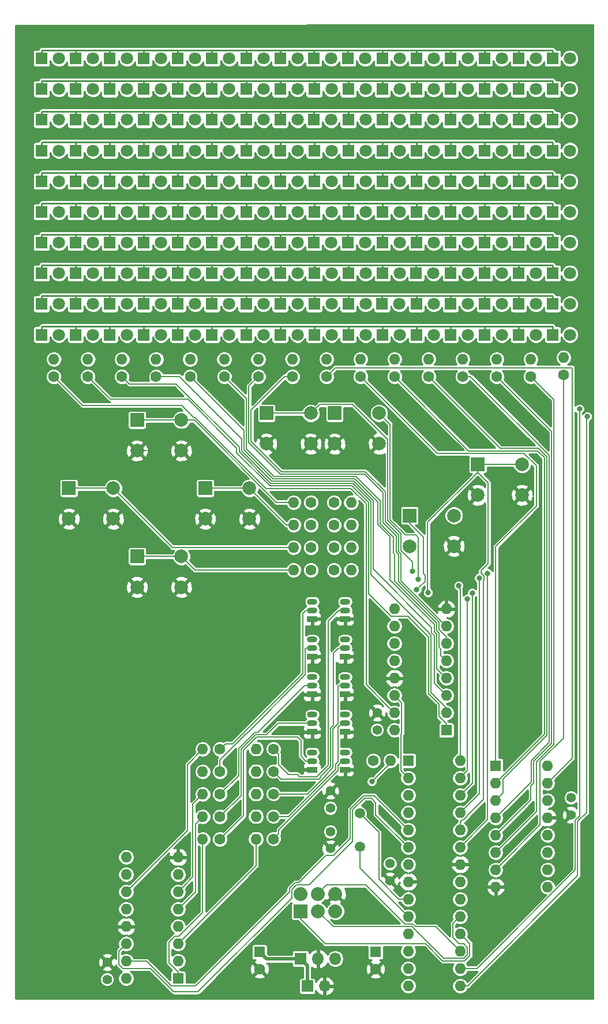
<source format=gbr>
G04 #@! TF.GenerationSoftware,KiCad,Pcbnew,(5.0.1-3-g963ef8bb5)*
G04 #@! TF.CreationDate,2019-03-29T07:41:50-05:00*
G04 #@! TF.ProjectId,HandheldGame,48616E6468656C6447616D652E6B6963,rev?*
G04 #@! TF.SameCoordinates,Original*
G04 #@! TF.FileFunction,Copper,L1,Top,Signal*
G04 #@! TF.FilePolarity,Positive*
%FSLAX46Y46*%
G04 Gerber Fmt 4.6, Leading zero omitted, Abs format (unit mm)*
G04 Created by KiCad (PCBNEW (5.0.1-3-g963ef8bb5)) date Friday, March 29, 2019 at 07:41:50 AM*
%MOMM*%
%LPD*%
G01*
G04 APERTURE LIST*
G04 #@! TA.AperFunction,ComponentPad*
%ADD10C,1.800000*%
G04 #@! TD*
G04 #@! TA.AperFunction,ComponentPad*
%ADD11R,1.800000X1.800000*%
G04 #@! TD*
G04 #@! TA.AperFunction,ComponentPad*
%ADD12O,1.600000X1.600000*%
G04 #@! TD*
G04 #@! TA.AperFunction,ComponentPad*
%ADD13C,1.600000*%
G04 #@! TD*
G04 #@! TA.AperFunction,ComponentPad*
%ADD14C,2.032000*%
G04 #@! TD*
G04 #@! TA.AperFunction,ComponentPad*
%ADD15R,2.032000X2.032000*%
G04 #@! TD*
G04 #@! TA.AperFunction,ComponentPad*
%ADD16O,1.500000X0.900000*%
G04 #@! TD*
G04 #@! TA.AperFunction,ComponentPad*
%ADD17R,1.500000X0.900000*%
G04 #@! TD*
G04 #@! TA.AperFunction,ComponentPad*
%ADD18R,1.600000X1.600000*%
G04 #@! TD*
G04 #@! TA.AperFunction,ComponentPad*
%ADD19C,1.400000*%
G04 #@! TD*
G04 #@! TA.AperFunction,ComponentPad*
%ADD20O,1.800000X1.800000*%
G04 #@! TD*
G04 #@! TA.AperFunction,ComponentPad*
%ADD21O,1.700000X1.700000*%
G04 #@! TD*
G04 #@! TA.AperFunction,ComponentPad*
%ADD22R,1.700000X1.700000*%
G04 #@! TD*
G04 #@! TA.AperFunction,ComponentPad*
%ADD23C,2.000000*%
G04 #@! TD*
G04 #@! TA.AperFunction,ComponentPad*
%ADD24R,2.000000X2.000000*%
G04 #@! TD*
G04 #@! TA.AperFunction,ComponentPad*
%ADD25C,1.500000*%
G04 #@! TD*
G04 #@! TA.AperFunction,ViaPad*
%ADD26C,0.800000*%
G04 #@! TD*
G04 #@! TA.AperFunction,Conductor*
%ADD27C,0.254000*%
G04 #@! TD*
G04 #@! TA.AperFunction,Conductor*
%ADD28C,0.152400*%
G04 #@! TD*
G04 #@! TA.AperFunction,Conductor*
%ADD29C,0.508000*%
G04 #@! TD*
G04 APERTURE END LIST*
D10*
G04 #@! TO.P,D10,2*
G04 #@! TO.N,Net-(D1-Pad2)*
X110540000Y-67500000D03*
D11*
G04 #@! TO.P,D10,1*
G04 #@! TO.N,Net-(D10-Pad1)*
X108000000Y-67500000D03*
G04 #@! TD*
D12*
G04 #@! TO.P,R12,2*
G04 #@! TO.N,Net-(D1-Pad2)*
X109785000Y-71087000D03*
D13*
G04 #@! TO.P,R12,1*
G04 #@! TO.N,/Matrix/C0*
X109785000Y-73627000D03*
G04 #@! TD*
D12*
G04 #@! TO.P,R6,2*
G04 #@! TO.N,/Matrix/R4*
X139446000Y-128206500D03*
D13*
G04 #@! TO.P,R6,1*
G04 #@! TO.N,Net-(Q5-Pad2)*
X141986000Y-128206500D03*
G04 #@! TD*
D10*
G04 #@! TO.P,D63,2*
G04 #@! TO.N,Net-(D61-Pad2)*
X140540000Y-36000000D03*
D11*
G04 #@! TO.P,D63,1*
G04 #@! TO.N,Net-(D103-Pad1)*
X138000000Y-36000000D03*
G04 #@! TD*
D10*
G04 #@! TO.P,D152,2*
G04 #@! TO.N,Net-(D151-Pad2)*
X185540000Y-31500000D03*
D11*
G04 #@! TO.P,D152,1*
G04 #@! TO.N,Net-(D102-Pad1)*
X183000000Y-31500000D03*
G04 #@! TD*
G04 #@! TO.P,D34,1*
G04 #@! TO.N,Net-(D104-Pad1)*
X123000000Y-40500000D03*
D10*
G04 #@! TO.P,D34,2*
G04 #@! TO.N,Net-(D31-Pad2)*
X125540000Y-40500000D03*
G04 #@! TD*
D14*
G04 #@! TO.P,J2,6*
G04 #@! TO.N,GND*
X151080000Y-149460000D03*
G04 #@! TO.P,J2,5*
G04 #@! TO.N,/RESET*
X151080000Y-152000000D03*
G04 #@! TO.P,J2,4*
G04 #@! TO.N,/MOSI*
X148540000Y-149460000D03*
G04 #@! TO.P,J2,3*
G04 #@! TO.N,/SCK*
X148540000Y-152000000D03*
G04 #@! TO.P,J2,2*
G04 #@! TO.N,+5V*
X146000000Y-149460000D03*
D15*
G04 #@! TO.P,J2,1*
G04 #@! TO.N,/MISO*
X146000000Y-152000000D03*
G04 #@! TD*
D11*
G04 #@! TO.P,D1,1*
G04 #@! TO.N,Net-(D1-Pad1)*
X108000000Y-27000000D03*
D10*
G04 #@! TO.P,D1,2*
G04 #@! TO.N,Net-(D1-Pad2)*
X110540000Y-27000000D03*
G04 #@! TD*
D11*
G04 #@! TO.P,D2,1*
G04 #@! TO.N,Net-(D102-Pad1)*
X108000000Y-31500000D03*
D10*
G04 #@! TO.P,D2,2*
G04 #@! TO.N,Net-(D1-Pad2)*
X110540000Y-31500000D03*
G04 #@! TD*
D11*
G04 #@! TO.P,D3,1*
G04 #@! TO.N,Net-(D103-Pad1)*
X108000000Y-36000000D03*
D10*
G04 #@! TO.P,D3,2*
G04 #@! TO.N,Net-(D1-Pad2)*
X110540000Y-36000000D03*
G04 #@! TD*
G04 #@! TO.P,D4,2*
G04 #@! TO.N,Net-(D1-Pad2)*
X110540000Y-40500000D03*
D11*
G04 #@! TO.P,D4,1*
G04 #@! TO.N,Net-(D104-Pad1)*
X108000000Y-40500000D03*
G04 #@! TD*
D10*
G04 #@! TO.P,D5,2*
G04 #@! TO.N,Net-(D1-Pad2)*
X110540000Y-45000000D03*
D11*
G04 #@! TO.P,D5,1*
G04 #@! TO.N,Net-(D105-Pad1)*
X108000000Y-45000000D03*
G04 #@! TD*
D10*
G04 #@! TO.P,D6,2*
G04 #@! TO.N,Net-(D1-Pad2)*
X110540000Y-49500000D03*
D11*
G04 #@! TO.P,D6,1*
G04 #@! TO.N,Net-(D106-Pad1)*
X108000000Y-49500000D03*
G04 #@! TD*
D10*
G04 #@! TO.P,D7,2*
G04 #@! TO.N,Net-(D1-Pad2)*
X110540000Y-54000000D03*
D11*
G04 #@! TO.P,D7,1*
G04 #@! TO.N,Net-(D107-Pad1)*
X108000000Y-54000000D03*
G04 #@! TD*
D10*
G04 #@! TO.P,D8,2*
G04 #@! TO.N,Net-(D1-Pad2)*
X110540000Y-58500000D03*
D11*
G04 #@! TO.P,D8,1*
G04 #@! TO.N,Net-(D108-Pad1)*
X108000000Y-58500000D03*
G04 #@! TD*
D10*
G04 #@! TO.P,D9,2*
G04 #@! TO.N,Net-(D1-Pad2)*
X110540000Y-63000000D03*
D11*
G04 #@! TO.P,D9,1*
G04 #@! TO.N,Net-(D109-Pad1)*
X108000000Y-63000000D03*
G04 #@! TD*
D10*
G04 #@! TO.P,D11,2*
G04 #@! TO.N,Net-(D11-Pad2)*
X115540000Y-27000000D03*
D11*
G04 #@! TO.P,D11,1*
G04 #@! TO.N,Net-(D1-Pad1)*
X113000000Y-27000000D03*
G04 #@! TD*
D10*
G04 #@! TO.P,D12,2*
G04 #@! TO.N,Net-(D11-Pad2)*
X115540000Y-31500000D03*
D11*
G04 #@! TO.P,D12,1*
G04 #@! TO.N,Net-(D102-Pad1)*
X113000000Y-31500000D03*
G04 #@! TD*
D10*
G04 #@! TO.P,D13,2*
G04 #@! TO.N,Net-(D11-Pad2)*
X115540000Y-36000000D03*
D11*
G04 #@! TO.P,D13,1*
G04 #@! TO.N,Net-(D103-Pad1)*
X113000000Y-36000000D03*
G04 #@! TD*
G04 #@! TO.P,D14,1*
G04 #@! TO.N,Net-(D104-Pad1)*
X113000000Y-40500000D03*
D10*
G04 #@! TO.P,D14,2*
G04 #@! TO.N,Net-(D11-Pad2)*
X115540000Y-40500000D03*
G04 #@! TD*
D11*
G04 #@! TO.P,D15,1*
G04 #@! TO.N,Net-(D105-Pad1)*
X113000000Y-45000000D03*
D10*
G04 #@! TO.P,D15,2*
G04 #@! TO.N,Net-(D11-Pad2)*
X115540000Y-45000000D03*
G04 #@! TD*
D11*
G04 #@! TO.P,D16,1*
G04 #@! TO.N,Net-(D106-Pad1)*
X113000000Y-49500000D03*
D10*
G04 #@! TO.P,D16,2*
G04 #@! TO.N,Net-(D11-Pad2)*
X115540000Y-49500000D03*
G04 #@! TD*
D11*
G04 #@! TO.P,D17,1*
G04 #@! TO.N,Net-(D107-Pad1)*
X113000000Y-54000000D03*
D10*
G04 #@! TO.P,D17,2*
G04 #@! TO.N,Net-(D11-Pad2)*
X115540000Y-54000000D03*
G04 #@! TD*
D11*
G04 #@! TO.P,D18,1*
G04 #@! TO.N,Net-(D108-Pad1)*
X113000000Y-58500000D03*
D10*
G04 #@! TO.P,D18,2*
G04 #@! TO.N,Net-(D11-Pad2)*
X115540000Y-58500000D03*
G04 #@! TD*
D11*
G04 #@! TO.P,D19,1*
G04 #@! TO.N,Net-(D109-Pad1)*
X113000000Y-63000000D03*
D10*
G04 #@! TO.P,D19,2*
G04 #@! TO.N,Net-(D11-Pad2)*
X115540000Y-63000000D03*
G04 #@! TD*
D11*
G04 #@! TO.P,D20,1*
G04 #@! TO.N,Net-(D10-Pad1)*
X113000000Y-67500000D03*
D10*
G04 #@! TO.P,D20,2*
G04 #@! TO.N,Net-(D11-Pad2)*
X115540000Y-67500000D03*
G04 #@! TD*
D11*
G04 #@! TO.P,D21,1*
G04 #@! TO.N,Net-(D1-Pad1)*
X118000000Y-27000000D03*
D10*
G04 #@! TO.P,D21,2*
G04 #@! TO.N,Net-(D21-Pad2)*
X120540000Y-27000000D03*
G04 #@! TD*
D11*
G04 #@! TO.P,D22,1*
G04 #@! TO.N,Net-(D102-Pad1)*
X118000000Y-31500000D03*
D10*
G04 #@! TO.P,D22,2*
G04 #@! TO.N,Net-(D21-Pad2)*
X120540000Y-31500000D03*
G04 #@! TD*
G04 #@! TO.P,D23,2*
G04 #@! TO.N,Net-(D21-Pad2)*
X120540000Y-36000000D03*
D11*
G04 #@! TO.P,D23,1*
G04 #@! TO.N,Net-(D103-Pad1)*
X118000000Y-36000000D03*
G04 #@! TD*
D10*
G04 #@! TO.P,D24,2*
G04 #@! TO.N,Net-(D21-Pad2)*
X120540000Y-40500000D03*
D11*
G04 #@! TO.P,D24,1*
G04 #@! TO.N,Net-(D104-Pad1)*
X118000000Y-40500000D03*
G04 #@! TD*
D10*
G04 #@! TO.P,D25,2*
G04 #@! TO.N,Net-(D21-Pad2)*
X120540000Y-45000000D03*
D11*
G04 #@! TO.P,D25,1*
G04 #@! TO.N,Net-(D105-Pad1)*
X118000000Y-45000000D03*
G04 #@! TD*
D10*
G04 #@! TO.P,D26,2*
G04 #@! TO.N,Net-(D21-Pad2)*
X120540000Y-49500000D03*
D11*
G04 #@! TO.P,D26,1*
G04 #@! TO.N,Net-(D106-Pad1)*
X118000000Y-49500000D03*
G04 #@! TD*
D10*
G04 #@! TO.P,D27,2*
G04 #@! TO.N,Net-(D21-Pad2)*
X120540000Y-54000000D03*
D11*
G04 #@! TO.P,D27,1*
G04 #@! TO.N,Net-(D107-Pad1)*
X118000000Y-54000000D03*
G04 #@! TD*
D10*
G04 #@! TO.P,D28,2*
G04 #@! TO.N,Net-(D21-Pad2)*
X120540000Y-58500000D03*
D11*
G04 #@! TO.P,D28,1*
G04 #@! TO.N,Net-(D108-Pad1)*
X118000000Y-58500000D03*
G04 #@! TD*
D10*
G04 #@! TO.P,D29,2*
G04 #@! TO.N,Net-(D21-Pad2)*
X120540000Y-63000000D03*
D11*
G04 #@! TO.P,D29,1*
G04 #@! TO.N,Net-(D109-Pad1)*
X118000000Y-63000000D03*
G04 #@! TD*
D10*
G04 #@! TO.P,D30,2*
G04 #@! TO.N,Net-(D21-Pad2)*
X120540000Y-67500000D03*
D11*
G04 #@! TO.P,D30,1*
G04 #@! TO.N,Net-(D10-Pad1)*
X118000000Y-67500000D03*
G04 #@! TD*
D10*
G04 #@! TO.P,D31,2*
G04 #@! TO.N,Net-(D31-Pad2)*
X125540000Y-27000000D03*
D11*
G04 #@! TO.P,D31,1*
G04 #@! TO.N,Net-(D1-Pad1)*
X123000000Y-27000000D03*
G04 #@! TD*
D10*
G04 #@! TO.P,D32,2*
G04 #@! TO.N,Net-(D31-Pad2)*
X125540000Y-31500000D03*
D11*
G04 #@! TO.P,D32,1*
G04 #@! TO.N,Net-(D102-Pad1)*
X123000000Y-31500000D03*
G04 #@! TD*
G04 #@! TO.P,D33,1*
G04 #@! TO.N,Net-(D103-Pad1)*
X123000000Y-36000000D03*
D10*
G04 #@! TO.P,D33,2*
G04 #@! TO.N,Net-(D31-Pad2)*
X125540000Y-36000000D03*
G04 #@! TD*
D11*
G04 #@! TO.P,D35,1*
G04 #@! TO.N,Net-(D105-Pad1)*
X123000000Y-45000000D03*
D10*
G04 #@! TO.P,D35,2*
G04 #@! TO.N,Net-(D31-Pad2)*
X125540000Y-45000000D03*
G04 #@! TD*
D11*
G04 #@! TO.P,D36,1*
G04 #@! TO.N,Net-(D106-Pad1)*
X123000000Y-49500000D03*
D10*
G04 #@! TO.P,D36,2*
G04 #@! TO.N,Net-(D31-Pad2)*
X125540000Y-49500000D03*
G04 #@! TD*
D11*
G04 #@! TO.P,D37,1*
G04 #@! TO.N,Net-(D107-Pad1)*
X123000000Y-54000000D03*
D10*
G04 #@! TO.P,D37,2*
G04 #@! TO.N,Net-(D31-Pad2)*
X125540000Y-54000000D03*
G04 #@! TD*
D11*
G04 #@! TO.P,D38,1*
G04 #@! TO.N,Net-(D108-Pad1)*
X123000000Y-58500000D03*
D10*
G04 #@! TO.P,D38,2*
G04 #@! TO.N,Net-(D31-Pad2)*
X125540000Y-58500000D03*
G04 #@! TD*
D11*
G04 #@! TO.P,D39,1*
G04 #@! TO.N,Net-(D109-Pad1)*
X123000000Y-63000000D03*
D10*
G04 #@! TO.P,D39,2*
G04 #@! TO.N,Net-(D31-Pad2)*
X125540000Y-63000000D03*
G04 #@! TD*
D11*
G04 #@! TO.P,D40,1*
G04 #@! TO.N,Net-(D10-Pad1)*
X123000000Y-67500000D03*
D10*
G04 #@! TO.P,D40,2*
G04 #@! TO.N,Net-(D31-Pad2)*
X125540000Y-67500000D03*
G04 #@! TD*
D11*
G04 #@! TO.P,D41,1*
G04 #@! TO.N,Net-(D1-Pad1)*
X128000000Y-27000000D03*
D10*
G04 #@! TO.P,D41,2*
G04 #@! TO.N,Net-(D41-Pad2)*
X130540000Y-27000000D03*
G04 #@! TD*
D11*
G04 #@! TO.P,D42,1*
G04 #@! TO.N,Net-(D102-Pad1)*
X128000000Y-31500000D03*
D10*
G04 #@! TO.P,D42,2*
G04 #@! TO.N,Net-(D41-Pad2)*
X130540000Y-31500000D03*
G04 #@! TD*
G04 #@! TO.P,D43,2*
G04 #@! TO.N,Net-(D41-Pad2)*
X130540000Y-36000000D03*
D11*
G04 #@! TO.P,D43,1*
G04 #@! TO.N,Net-(D103-Pad1)*
X128000000Y-36000000D03*
G04 #@! TD*
D10*
G04 #@! TO.P,D44,2*
G04 #@! TO.N,Net-(D41-Pad2)*
X130540000Y-40500000D03*
D11*
G04 #@! TO.P,D44,1*
G04 #@! TO.N,Net-(D104-Pad1)*
X128000000Y-40500000D03*
G04 #@! TD*
D10*
G04 #@! TO.P,D45,2*
G04 #@! TO.N,Net-(D41-Pad2)*
X130540000Y-45000000D03*
D11*
G04 #@! TO.P,D45,1*
G04 #@! TO.N,Net-(D105-Pad1)*
X128000000Y-45000000D03*
G04 #@! TD*
D10*
G04 #@! TO.P,D46,2*
G04 #@! TO.N,Net-(D41-Pad2)*
X130540000Y-49500000D03*
D11*
G04 #@! TO.P,D46,1*
G04 #@! TO.N,Net-(D106-Pad1)*
X128000000Y-49500000D03*
G04 #@! TD*
D10*
G04 #@! TO.P,D47,2*
G04 #@! TO.N,Net-(D41-Pad2)*
X130540000Y-54000000D03*
D11*
G04 #@! TO.P,D47,1*
G04 #@! TO.N,Net-(D107-Pad1)*
X128000000Y-54000000D03*
G04 #@! TD*
D10*
G04 #@! TO.P,D48,2*
G04 #@! TO.N,Net-(D41-Pad2)*
X130540000Y-58500000D03*
D11*
G04 #@! TO.P,D48,1*
G04 #@! TO.N,Net-(D108-Pad1)*
X128000000Y-58500000D03*
G04 #@! TD*
D10*
G04 #@! TO.P,D49,2*
G04 #@! TO.N,Net-(D41-Pad2)*
X130540000Y-63000000D03*
D11*
G04 #@! TO.P,D49,1*
G04 #@! TO.N,Net-(D109-Pad1)*
X128000000Y-63000000D03*
G04 #@! TD*
D10*
G04 #@! TO.P,D50,2*
G04 #@! TO.N,Net-(D41-Pad2)*
X130540000Y-67500000D03*
D11*
G04 #@! TO.P,D50,1*
G04 #@! TO.N,Net-(D10-Pad1)*
X128000000Y-67500000D03*
G04 #@! TD*
D10*
G04 #@! TO.P,D51,2*
G04 #@! TO.N,Net-(D51-Pad2)*
X135540000Y-27000000D03*
D11*
G04 #@! TO.P,D51,1*
G04 #@! TO.N,Net-(D1-Pad1)*
X133000000Y-27000000D03*
G04 #@! TD*
D10*
G04 #@! TO.P,D52,2*
G04 #@! TO.N,Net-(D51-Pad2)*
X135540000Y-31500000D03*
D11*
G04 #@! TO.P,D52,1*
G04 #@! TO.N,Net-(D102-Pad1)*
X133000000Y-31500000D03*
G04 #@! TD*
G04 #@! TO.P,D53,1*
G04 #@! TO.N,Net-(D103-Pad1)*
X133000000Y-36000000D03*
D10*
G04 #@! TO.P,D53,2*
G04 #@! TO.N,Net-(D51-Pad2)*
X135540000Y-36000000D03*
G04 #@! TD*
D11*
G04 #@! TO.P,D54,1*
G04 #@! TO.N,Net-(D104-Pad1)*
X133000000Y-40500000D03*
D10*
G04 #@! TO.P,D54,2*
G04 #@! TO.N,Net-(D51-Pad2)*
X135540000Y-40500000D03*
G04 #@! TD*
D11*
G04 #@! TO.P,D55,1*
G04 #@! TO.N,Net-(D105-Pad1)*
X133000000Y-45000000D03*
D10*
G04 #@! TO.P,D55,2*
G04 #@! TO.N,Net-(D51-Pad2)*
X135540000Y-45000000D03*
G04 #@! TD*
D11*
G04 #@! TO.P,D56,1*
G04 #@! TO.N,Net-(D106-Pad1)*
X133000000Y-49500000D03*
D10*
G04 #@! TO.P,D56,2*
G04 #@! TO.N,Net-(D51-Pad2)*
X135540000Y-49500000D03*
G04 #@! TD*
D11*
G04 #@! TO.P,D57,1*
G04 #@! TO.N,Net-(D107-Pad1)*
X133000000Y-54000000D03*
D10*
G04 #@! TO.P,D57,2*
G04 #@! TO.N,Net-(D51-Pad2)*
X135540000Y-54000000D03*
G04 #@! TD*
D11*
G04 #@! TO.P,D58,1*
G04 #@! TO.N,Net-(D108-Pad1)*
X133000000Y-58500000D03*
D10*
G04 #@! TO.P,D58,2*
G04 #@! TO.N,Net-(D51-Pad2)*
X135540000Y-58500000D03*
G04 #@! TD*
D11*
G04 #@! TO.P,D59,1*
G04 #@! TO.N,Net-(D109-Pad1)*
X133000000Y-63000000D03*
D10*
G04 #@! TO.P,D59,2*
G04 #@! TO.N,Net-(D51-Pad2)*
X135540000Y-63000000D03*
G04 #@! TD*
D11*
G04 #@! TO.P,D60,1*
G04 #@! TO.N,Net-(D10-Pad1)*
X133000000Y-67500000D03*
D10*
G04 #@! TO.P,D60,2*
G04 #@! TO.N,Net-(D51-Pad2)*
X135540000Y-67500000D03*
G04 #@! TD*
D11*
G04 #@! TO.P,D61,1*
G04 #@! TO.N,Net-(D1-Pad1)*
X138000000Y-27000000D03*
D10*
G04 #@! TO.P,D61,2*
G04 #@! TO.N,Net-(D61-Pad2)*
X140540000Y-27000000D03*
G04 #@! TD*
D11*
G04 #@! TO.P,D62,1*
G04 #@! TO.N,Net-(D102-Pad1)*
X138000000Y-31500000D03*
D10*
G04 #@! TO.P,D62,2*
G04 #@! TO.N,Net-(D61-Pad2)*
X140540000Y-31500000D03*
G04 #@! TD*
G04 #@! TO.P,D64,2*
G04 #@! TO.N,Net-(D61-Pad2)*
X140540000Y-40500000D03*
D11*
G04 #@! TO.P,D64,1*
G04 #@! TO.N,Net-(D104-Pad1)*
X138000000Y-40500000D03*
G04 #@! TD*
D10*
G04 #@! TO.P,D65,2*
G04 #@! TO.N,Net-(D61-Pad2)*
X140540000Y-45000000D03*
D11*
G04 #@! TO.P,D65,1*
G04 #@! TO.N,Net-(D105-Pad1)*
X138000000Y-45000000D03*
G04 #@! TD*
D10*
G04 #@! TO.P,D66,2*
G04 #@! TO.N,Net-(D61-Pad2)*
X140540000Y-49500000D03*
D11*
G04 #@! TO.P,D66,1*
G04 #@! TO.N,Net-(D106-Pad1)*
X138000000Y-49500000D03*
G04 #@! TD*
D10*
G04 #@! TO.P,D67,2*
G04 #@! TO.N,Net-(D61-Pad2)*
X140540000Y-54000000D03*
D11*
G04 #@! TO.P,D67,1*
G04 #@! TO.N,Net-(D107-Pad1)*
X138000000Y-54000000D03*
G04 #@! TD*
D10*
G04 #@! TO.P,D68,2*
G04 #@! TO.N,Net-(D61-Pad2)*
X140540000Y-58500000D03*
D11*
G04 #@! TO.P,D68,1*
G04 #@! TO.N,Net-(D108-Pad1)*
X138000000Y-58500000D03*
G04 #@! TD*
D10*
G04 #@! TO.P,D69,2*
G04 #@! TO.N,Net-(D61-Pad2)*
X140540000Y-63000000D03*
D11*
G04 #@! TO.P,D69,1*
G04 #@! TO.N,Net-(D109-Pad1)*
X138000000Y-63000000D03*
G04 #@! TD*
D10*
G04 #@! TO.P,D70,2*
G04 #@! TO.N,Net-(D61-Pad2)*
X140540000Y-67500000D03*
D11*
G04 #@! TO.P,D70,1*
G04 #@! TO.N,Net-(D10-Pad1)*
X138000000Y-67500000D03*
G04 #@! TD*
D10*
G04 #@! TO.P,D71,2*
G04 #@! TO.N,Net-(D71-Pad2)*
X145540000Y-27000000D03*
D11*
G04 #@! TO.P,D71,1*
G04 #@! TO.N,Net-(D1-Pad1)*
X143000000Y-27000000D03*
G04 #@! TD*
D10*
G04 #@! TO.P,D72,2*
G04 #@! TO.N,Net-(D71-Pad2)*
X145540000Y-31500000D03*
D11*
G04 #@! TO.P,D72,1*
G04 #@! TO.N,Net-(D102-Pad1)*
X143000000Y-31500000D03*
G04 #@! TD*
G04 #@! TO.P,D73,1*
G04 #@! TO.N,Net-(D103-Pad1)*
X143000000Y-36000000D03*
D10*
G04 #@! TO.P,D73,2*
G04 #@! TO.N,Net-(D71-Pad2)*
X145540000Y-36000000D03*
G04 #@! TD*
D11*
G04 #@! TO.P,D74,1*
G04 #@! TO.N,Net-(D104-Pad1)*
X143000000Y-40500000D03*
D10*
G04 #@! TO.P,D74,2*
G04 #@! TO.N,Net-(D71-Pad2)*
X145540000Y-40500000D03*
G04 #@! TD*
D11*
G04 #@! TO.P,D75,1*
G04 #@! TO.N,Net-(D105-Pad1)*
X143000000Y-45000000D03*
D10*
G04 #@! TO.P,D75,2*
G04 #@! TO.N,Net-(D71-Pad2)*
X145540000Y-45000000D03*
G04 #@! TD*
D11*
G04 #@! TO.P,D76,1*
G04 #@! TO.N,Net-(D106-Pad1)*
X143000000Y-49500000D03*
D10*
G04 #@! TO.P,D76,2*
G04 #@! TO.N,Net-(D71-Pad2)*
X145540000Y-49500000D03*
G04 #@! TD*
D11*
G04 #@! TO.P,D77,1*
G04 #@! TO.N,Net-(D107-Pad1)*
X143000000Y-54000000D03*
D10*
G04 #@! TO.P,D77,2*
G04 #@! TO.N,Net-(D71-Pad2)*
X145540000Y-54000000D03*
G04 #@! TD*
D11*
G04 #@! TO.P,D78,1*
G04 #@! TO.N,Net-(D108-Pad1)*
X143000000Y-58500000D03*
D10*
G04 #@! TO.P,D78,2*
G04 #@! TO.N,Net-(D71-Pad2)*
X145540000Y-58500000D03*
G04 #@! TD*
D11*
G04 #@! TO.P,D79,1*
G04 #@! TO.N,Net-(D109-Pad1)*
X143000000Y-63000000D03*
D10*
G04 #@! TO.P,D79,2*
G04 #@! TO.N,Net-(D71-Pad2)*
X145540000Y-63000000D03*
G04 #@! TD*
D11*
G04 #@! TO.P,D80,1*
G04 #@! TO.N,Net-(D10-Pad1)*
X143000000Y-67500000D03*
D10*
G04 #@! TO.P,D80,2*
G04 #@! TO.N,Net-(D71-Pad2)*
X145540000Y-67500000D03*
G04 #@! TD*
D11*
G04 #@! TO.P,D81,1*
G04 #@! TO.N,Net-(D1-Pad1)*
X147960000Y-27000000D03*
D10*
G04 #@! TO.P,D81,2*
G04 #@! TO.N,Net-(D81-Pad2)*
X150500000Y-27000000D03*
G04 #@! TD*
D11*
G04 #@! TO.P,D82,1*
G04 #@! TO.N,Net-(D102-Pad1)*
X148000000Y-31500000D03*
D10*
G04 #@! TO.P,D82,2*
G04 #@! TO.N,Net-(D81-Pad2)*
X150540000Y-31500000D03*
G04 #@! TD*
G04 #@! TO.P,D83,2*
G04 #@! TO.N,Net-(D81-Pad2)*
X150500000Y-36000000D03*
D11*
G04 #@! TO.P,D83,1*
G04 #@! TO.N,Net-(D103-Pad1)*
X147960000Y-36000000D03*
G04 #@! TD*
D10*
G04 #@! TO.P,D84,2*
G04 #@! TO.N,Net-(D81-Pad2)*
X150540000Y-40500000D03*
D11*
G04 #@! TO.P,D84,1*
G04 #@! TO.N,Net-(D104-Pad1)*
X148000000Y-40500000D03*
G04 #@! TD*
D10*
G04 #@! TO.P,D85,2*
G04 #@! TO.N,Net-(D81-Pad2)*
X150540000Y-45000000D03*
D11*
G04 #@! TO.P,D85,1*
G04 #@! TO.N,Net-(D105-Pad1)*
X148000000Y-45000000D03*
G04 #@! TD*
D10*
G04 #@! TO.P,D86,2*
G04 #@! TO.N,Net-(D81-Pad2)*
X150540000Y-49500000D03*
D11*
G04 #@! TO.P,D86,1*
G04 #@! TO.N,Net-(D106-Pad1)*
X148000000Y-49500000D03*
G04 #@! TD*
D10*
G04 #@! TO.P,D87,2*
G04 #@! TO.N,Net-(D81-Pad2)*
X150500000Y-54000000D03*
D11*
G04 #@! TO.P,D87,1*
G04 #@! TO.N,Net-(D107-Pad1)*
X147960000Y-54000000D03*
G04 #@! TD*
D10*
G04 #@! TO.P,D88,2*
G04 #@! TO.N,Net-(D81-Pad2)*
X150540000Y-58500000D03*
D11*
G04 #@! TO.P,D88,1*
G04 #@! TO.N,Net-(D108-Pad1)*
X148000000Y-58500000D03*
G04 #@! TD*
D10*
G04 #@! TO.P,D89,2*
G04 #@! TO.N,Net-(D81-Pad2)*
X150540000Y-63000000D03*
D11*
G04 #@! TO.P,D89,1*
G04 #@! TO.N,Net-(D109-Pad1)*
X148000000Y-63000000D03*
G04 #@! TD*
D10*
G04 #@! TO.P,D90,2*
G04 #@! TO.N,Net-(D81-Pad2)*
X150540000Y-67500000D03*
D11*
G04 #@! TO.P,D90,1*
G04 #@! TO.N,Net-(D10-Pad1)*
X148000000Y-67500000D03*
G04 #@! TD*
D10*
G04 #@! TO.P,D91,2*
G04 #@! TO.N,Net-(D100-Pad2)*
X155500000Y-27000000D03*
D11*
G04 #@! TO.P,D91,1*
G04 #@! TO.N,Net-(D1-Pad1)*
X152960000Y-27000000D03*
G04 #@! TD*
D10*
G04 #@! TO.P,D92,2*
G04 #@! TO.N,Net-(D100-Pad2)*
X155540000Y-31500000D03*
D11*
G04 #@! TO.P,D92,1*
G04 #@! TO.N,Net-(D102-Pad1)*
X153000000Y-31500000D03*
G04 #@! TD*
G04 #@! TO.P,D93,1*
G04 #@! TO.N,Net-(D103-Pad1)*
X153000000Y-36000000D03*
D10*
G04 #@! TO.P,D93,2*
G04 #@! TO.N,Net-(D100-Pad2)*
X155540000Y-36000000D03*
G04 #@! TD*
D11*
G04 #@! TO.P,D94,1*
G04 #@! TO.N,Net-(D104-Pad1)*
X153000000Y-40500000D03*
D10*
G04 #@! TO.P,D94,2*
G04 #@! TO.N,Net-(D100-Pad2)*
X155540000Y-40500000D03*
G04 #@! TD*
D11*
G04 #@! TO.P,D95,1*
G04 #@! TO.N,Net-(D105-Pad1)*
X153000000Y-45000000D03*
D10*
G04 #@! TO.P,D95,2*
G04 #@! TO.N,Net-(D100-Pad2)*
X155540000Y-45000000D03*
G04 #@! TD*
D11*
G04 #@! TO.P,D96,1*
G04 #@! TO.N,Net-(D106-Pad1)*
X153000000Y-49500000D03*
D10*
G04 #@! TO.P,D96,2*
G04 #@! TO.N,Net-(D100-Pad2)*
X155540000Y-49500000D03*
G04 #@! TD*
D11*
G04 #@! TO.P,D97,1*
G04 #@! TO.N,Net-(D107-Pad1)*
X152960000Y-54000000D03*
D10*
G04 #@! TO.P,D97,2*
G04 #@! TO.N,Net-(D100-Pad2)*
X155500000Y-54000000D03*
G04 #@! TD*
D11*
G04 #@! TO.P,D98,1*
G04 #@! TO.N,Net-(D108-Pad1)*
X153000000Y-58500000D03*
D10*
G04 #@! TO.P,D98,2*
G04 #@! TO.N,Net-(D100-Pad2)*
X155540000Y-58500000D03*
G04 #@! TD*
D11*
G04 #@! TO.P,D99,1*
G04 #@! TO.N,Net-(D109-Pad1)*
X153000000Y-63000000D03*
D10*
G04 #@! TO.P,D99,2*
G04 #@! TO.N,Net-(D100-Pad2)*
X155540000Y-63000000D03*
G04 #@! TD*
D11*
G04 #@! TO.P,D100,1*
G04 #@! TO.N,Net-(D10-Pad1)*
X153000000Y-67500000D03*
D10*
G04 #@! TO.P,D100,2*
G04 #@! TO.N,Net-(D100-Pad2)*
X155540000Y-67500000D03*
G04 #@! TD*
D11*
G04 #@! TO.P,D101,1*
G04 #@! TO.N,Net-(D1-Pad1)*
X158000000Y-27000000D03*
D10*
G04 #@! TO.P,D101,2*
G04 #@! TO.N,Net-(D101-Pad2)*
X160540000Y-27000000D03*
G04 #@! TD*
D11*
G04 #@! TO.P,D102,1*
G04 #@! TO.N,Net-(D102-Pad1)*
X158000000Y-31500000D03*
D10*
G04 #@! TO.P,D102,2*
G04 #@! TO.N,Net-(D101-Pad2)*
X160540000Y-31500000D03*
G04 #@! TD*
G04 #@! TO.P,D103,2*
G04 #@! TO.N,Net-(D101-Pad2)*
X160540000Y-36000000D03*
D11*
G04 #@! TO.P,D103,1*
G04 #@! TO.N,Net-(D103-Pad1)*
X158000000Y-36000000D03*
G04 #@! TD*
D10*
G04 #@! TO.P,D104,2*
G04 #@! TO.N,Net-(D101-Pad2)*
X160540000Y-40500000D03*
D11*
G04 #@! TO.P,D104,1*
G04 #@! TO.N,Net-(D104-Pad1)*
X158000000Y-40500000D03*
G04 #@! TD*
D10*
G04 #@! TO.P,D105,2*
G04 #@! TO.N,Net-(D101-Pad2)*
X160540000Y-45000000D03*
D11*
G04 #@! TO.P,D105,1*
G04 #@! TO.N,Net-(D105-Pad1)*
X158000000Y-45000000D03*
G04 #@! TD*
D10*
G04 #@! TO.P,D106,2*
G04 #@! TO.N,Net-(D101-Pad2)*
X160540000Y-49500000D03*
D11*
G04 #@! TO.P,D106,1*
G04 #@! TO.N,Net-(D106-Pad1)*
X158000000Y-49500000D03*
G04 #@! TD*
D10*
G04 #@! TO.P,D107,2*
G04 #@! TO.N,Net-(D101-Pad2)*
X160540000Y-54000000D03*
D11*
G04 #@! TO.P,D107,1*
G04 #@! TO.N,Net-(D107-Pad1)*
X158000000Y-54000000D03*
G04 #@! TD*
D10*
G04 #@! TO.P,D108,2*
G04 #@! TO.N,Net-(D101-Pad2)*
X160540000Y-58500000D03*
D11*
G04 #@! TO.P,D108,1*
G04 #@! TO.N,Net-(D108-Pad1)*
X158000000Y-58500000D03*
G04 #@! TD*
D10*
G04 #@! TO.P,D109,2*
G04 #@! TO.N,Net-(D101-Pad2)*
X160500000Y-63000000D03*
D11*
G04 #@! TO.P,D109,1*
G04 #@! TO.N,Net-(D109-Pad1)*
X157960000Y-63000000D03*
G04 #@! TD*
D10*
G04 #@! TO.P,D110,2*
G04 #@! TO.N,Net-(D101-Pad2)*
X160540000Y-67500000D03*
D11*
G04 #@! TO.P,D110,1*
G04 #@! TO.N,Net-(D10-Pad1)*
X158000000Y-67500000D03*
G04 #@! TD*
D10*
G04 #@! TO.P,D111,2*
G04 #@! TO.N,Net-(D111-Pad2)*
X165540000Y-27000000D03*
D11*
G04 #@! TO.P,D111,1*
G04 #@! TO.N,Net-(D1-Pad1)*
X163000000Y-27000000D03*
G04 #@! TD*
D10*
G04 #@! TO.P,D112,2*
G04 #@! TO.N,Net-(D111-Pad2)*
X165540000Y-31500000D03*
D11*
G04 #@! TO.P,D112,1*
G04 #@! TO.N,Net-(D102-Pad1)*
X163000000Y-31500000D03*
G04 #@! TD*
G04 #@! TO.P,D113,1*
G04 #@! TO.N,Net-(D103-Pad1)*
X162960000Y-36000000D03*
D10*
G04 #@! TO.P,D113,2*
G04 #@! TO.N,Net-(D111-Pad2)*
X165500000Y-36000000D03*
G04 #@! TD*
D11*
G04 #@! TO.P,D114,1*
G04 #@! TO.N,Net-(D104-Pad1)*
X163000000Y-40500000D03*
D10*
G04 #@! TO.P,D114,2*
G04 #@! TO.N,Net-(D111-Pad2)*
X165540000Y-40500000D03*
G04 #@! TD*
D11*
G04 #@! TO.P,D115,1*
G04 #@! TO.N,Net-(D105-Pad1)*
X163000000Y-45000000D03*
D10*
G04 #@! TO.P,D115,2*
G04 #@! TO.N,Net-(D111-Pad2)*
X165540000Y-45000000D03*
G04 #@! TD*
D11*
G04 #@! TO.P,D116,1*
G04 #@! TO.N,Net-(D106-Pad1)*
X163000000Y-49500000D03*
D10*
G04 #@! TO.P,D116,2*
G04 #@! TO.N,Net-(D111-Pad2)*
X165540000Y-49500000D03*
G04 #@! TD*
D11*
G04 #@! TO.P,D117,1*
G04 #@! TO.N,Net-(D107-Pad1)*
X163000000Y-54000000D03*
D10*
G04 #@! TO.P,D117,2*
G04 #@! TO.N,Net-(D111-Pad2)*
X165540000Y-54000000D03*
G04 #@! TD*
D11*
G04 #@! TO.P,D118,1*
G04 #@! TO.N,Net-(D108-Pad1)*
X162960000Y-58500000D03*
D10*
G04 #@! TO.P,D118,2*
G04 #@! TO.N,Net-(D111-Pad2)*
X165500000Y-58500000D03*
G04 #@! TD*
D11*
G04 #@! TO.P,D119,1*
G04 #@! TO.N,Net-(D109-Pad1)*
X163000000Y-63000000D03*
D10*
G04 #@! TO.P,D119,2*
G04 #@! TO.N,Net-(D111-Pad2)*
X165540000Y-63000000D03*
G04 #@! TD*
D11*
G04 #@! TO.P,D120,1*
G04 #@! TO.N,Net-(D10-Pad1)*
X163000000Y-67500000D03*
D10*
G04 #@! TO.P,D120,2*
G04 #@! TO.N,Net-(D111-Pad2)*
X165540000Y-67500000D03*
G04 #@! TD*
D11*
G04 #@! TO.P,D121,1*
G04 #@! TO.N,Net-(D1-Pad1)*
X168000000Y-27000000D03*
D10*
G04 #@! TO.P,D121,2*
G04 #@! TO.N,Net-(D121-Pad2)*
X170540000Y-27000000D03*
G04 #@! TD*
D11*
G04 #@! TO.P,D122,1*
G04 #@! TO.N,Net-(D102-Pad1)*
X168000000Y-31500000D03*
D10*
G04 #@! TO.P,D122,2*
G04 #@! TO.N,Net-(D121-Pad2)*
X170540000Y-31500000D03*
G04 #@! TD*
G04 #@! TO.P,D123,2*
G04 #@! TO.N,Net-(D121-Pad2)*
X170540000Y-36000000D03*
D11*
G04 #@! TO.P,D123,1*
G04 #@! TO.N,Net-(D103-Pad1)*
X168000000Y-36000000D03*
G04 #@! TD*
D10*
G04 #@! TO.P,D124,2*
G04 #@! TO.N,Net-(D121-Pad2)*
X170540000Y-40500000D03*
D11*
G04 #@! TO.P,D124,1*
G04 #@! TO.N,Net-(D104-Pad1)*
X168000000Y-40500000D03*
G04 #@! TD*
D10*
G04 #@! TO.P,D125,2*
G04 #@! TO.N,Net-(D121-Pad2)*
X170540000Y-45000000D03*
D11*
G04 #@! TO.P,D125,1*
G04 #@! TO.N,Net-(D105-Pad1)*
X168000000Y-45000000D03*
G04 #@! TD*
D10*
G04 #@! TO.P,D126,2*
G04 #@! TO.N,Net-(D121-Pad2)*
X170540000Y-49500000D03*
D11*
G04 #@! TO.P,D126,1*
G04 #@! TO.N,Net-(D106-Pad1)*
X168000000Y-49500000D03*
G04 #@! TD*
D10*
G04 #@! TO.P,D127,2*
G04 #@! TO.N,Net-(D121-Pad2)*
X170540000Y-54000000D03*
D11*
G04 #@! TO.P,D127,1*
G04 #@! TO.N,Net-(D107-Pad1)*
X168000000Y-54000000D03*
G04 #@! TD*
D10*
G04 #@! TO.P,D128,2*
G04 #@! TO.N,Net-(D121-Pad2)*
X170540000Y-58500000D03*
D11*
G04 #@! TO.P,D128,1*
G04 #@! TO.N,Net-(D108-Pad1)*
X168000000Y-58500000D03*
G04 #@! TD*
D10*
G04 #@! TO.P,D129,2*
G04 #@! TO.N,Net-(D121-Pad2)*
X170540000Y-63000000D03*
D11*
G04 #@! TO.P,D129,1*
G04 #@! TO.N,Net-(D109-Pad1)*
X168000000Y-63000000D03*
G04 #@! TD*
D10*
G04 #@! TO.P,D130,2*
G04 #@! TO.N,Net-(D121-Pad2)*
X170540000Y-67500000D03*
D11*
G04 #@! TO.P,D130,1*
G04 #@! TO.N,Net-(D10-Pad1)*
X168000000Y-67500000D03*
G04 #@! TD*
D10*
G04 #@! TO.P,D131,2*
G04 #@! TO.N,Net-(D131-Pad2)*
X175540000Y-27000000D03*
D11*
G04 #@! TO.P,D131,1*
G04 #@! TO.N,Net-(D1-Pad1)*
X173000000Y-27000000D03*
G04 #@! TD*
D10*
G04 #@! TO.P,D132,2*
G04 #@! TO.N,Net-(D131-Pad2)*
X175540000Y-31500000D03*
D11*
G04 #@! TO.P,D132,1*
G04 #@! TO.N,Net-(D102-Pad1)*
X173000000Y-31500000D03*
G04 #@! TD*
G04 #@! TO.P,D133,1*
G04 #@! TO.N,Net-(D103-Pad1)*
X173000000Y-36000000D03*
D10*
G04 #@! TO.P,D133,2*
G04 #@! TO.N,Net-(D131-Pad2)*
X175540000Y-36000000D03*
G04 #@! TD*
D11*
G04 #@! TO.P,D134,1*
G04 #@! TO.N,Net-(D104-Pad1)*
X173000000Y-40500000D03*
D10*
G04 #@! TO.P,D134,2*
G04 #@! TO.N,Net-(D131-Pad2)*
X175540000Y-40500000D03*
G04 #@! TD*
D11*
G04 #@! TO.P,D135,1*
G04 #@! TO.N,Net-(D105-Pad1)*
X173000000Y-45000000D03*
D10*
G04 #@! TO.P,D135,2*
G04 #@! TO.N,Net-(D131-Pad2)*
X175540000Y-45000000D03*
G04 #@! TD*
D11*
G04 #@! TO.P,D136,1*
G04 #@! TO.N,Net-(D106-Pad1)*
X173000000Y-49500000D03*
D10*
G04 #@! TO.P,D136,2*
G04 #@! TO.N,Net-(D131-Pad2)*
X175540000Y-49500000D03*
G04 #@! TD*
D11*
G04 #@! TO.P,D137,1*
G04 #@! TO.N,Net-(D107-Pad1)*
X173000000Y-54000000D03*
D10*
G04 #@! TO.P,D137,2*
G04 #@! TO.N,Net-(D131-Pad2)*
X175540000Y-54000000D03*
G04 #@! TD*
D11*
G04 #@! TO.P,D138,1*
G04 #@! TO.N,Net-(D108-Pad1)*
X173000000Y-58500000D03*
D10*
G04 #@! TO.P,D138,2*
G04 #@! TO.N,Net-(D131-Pad2)*
X175540000Y-58500000D03*
G04 #@! TD*
D11*
G04 #@! TO.P,D139,1*
G04 #@! TO.N,Net-(D109-Pad1)*
X173000000Y-63000000D03*
D10*
G04 #@! TO.P,D139,2*
G04 #@! TO.N,Net-(D131-Pad2)*
X175540000Y-63000000D03*
G04 #@! TD*
D11*
G04 #@! TO.P,D140,1*
G04 #@! TO.N,Net-(D10-Pad1)*
X173000000Y-67500000D03*
D10*
G04 #@! TO.P,D140,2*
G04 #@! TO.N,Net-(D131-Pad2)*
X175540000Y-67500000D03*
G04 #@! TD*
D11*
G04 #@! TO.P,D141,1*
G04 #@! TO.N,Net-(D1-Pad1)*
X178000000Y-27000000D03*
D10*
G04 #@! TO.P,D141,2*
G04 #@! TO.N,Net-(D141-Pad2)*
X180540000Y-27000000D03*
G04 #@! TD*
D11*
G04 #@! TO.P,D142,1*
G04 #@! TO.N,Net-(D102-Pad1)*
X178000000Y-31500000D03*
D10*
G04 #@! TO.P,D142,2*
G04 #@! TO.N,Net-(D141-Pad2)*
X180540000Y-31500000D03*
G04 #@! TD*
G04 #@! TO.P,D143,2*
G04 #@! TO.N,Net-(D141-Pad2)*
X180540000Y-36000000D03*
D11*
G04 #@! TO.P,D143,1*
G04 #@! TO.N,Net-(D103-Pad1)*
X178000000Y-36000000D03*
G04 #@! TD*
D10*
G04 #@! TO.P,D144,2*
G04 #@! TO.N,Net-(D141-Pad2)*
X180540000Y-40500000D03*
D11*
G04 #@! TO.P,D144,1*
G04 #@! TO.N,Net-(D104-Pad1)*
X178000000Y-40500000D03*
G04 #@! TD*
D10*
G04 #@! TO.P,D145,2*
G04 #@! TO.N,Net-(D141-Pad2)*
X180540000Y-45000000D03*
D11*
G04 #@! TO.P,D145,1*
G04 #@! TO.N,Net-(D105-Pad1)*
X178000000Y-45000000D03*
G04 #@! TD*
D10*
G04 #@! TO.P,D146,2*
G04 #@! TO.N,Net-(D141-Pad2)*
X180540000Y-49500000D03*
D11*
G04 #@! TO.P,D146,1*
G04 #@! TO.N,Net-(D106-Pad1)*
X178000000Y-49500000D03*
G04 #@! TD*
D10*
G04 #@! TO.P,D147,2*
G04 #@! TO.N,Net-(D141-Pad2)*
X180540000Y-54000000D03*
D11*
G04 #@! TO.P,D147,1*
G04 #@! TO.N,Net-(D107-Pad1)*
X178000000Y-54000000D03*
G04 #@! TD*
D10*
G04 #@! TO.P,D148,2*
G04 #@! TO.N,Net-(D141-Pad2)*
X180540000Y-58500000D03*
D11*
G04 #@! TO.P,D148,1*
G04 #@! TO.N,Net-(D108-Pad1)*
X178000000Y-58500000D03*
G04 #@! TD*
D10*
G04 #@! TO.P,D149,2*
G04 #@! TO.N,Net-(D141-Pad2)*
X180540000Y-63000000D03*
D11*
G04 #@! TO.P,D149,1*
G04 #@! TO.N,Net-(D109-Pad1)*
X178000000Y-63000000D03*
G04 #@! TD*
D10*
G04 #@! TO.P,D150,2*
G04 #@! TO.N,Net-(D141-Pad2)*
X180540000Y-67500000D03*
D11*
G04 #@! TO.P,D150,1*
G04 #@! TO.N,Net-(D10-Pad1)*
X178000000Y-67500000D03*
G04 #@! TD*
D10*
G04 #@! TO.P,D151,2*
G04 #@! TO.N,Net-(D151-Pad2)*
X185540000Y-27000000D03*
D11*
G04 #@! TO.P,D151,1*
G04 #@! TO.N,Net-(D1-Pad1)*
X183000000Y-27000000D03*
G04 #@! TD*
G04 #@! TO.P,D153,1*
G04 #@! TO.N,Net-(D103-Pad1)*
X183000000Y-36000000D03*
D10*
G04 #@! TO.P,D153,2*
G04 #@! TO.N,Net-(D151-Pad2)*
X185540000Y-36000000D03*
G04 #@! TD*
D11*
G04 #@! TO.P,D154,1*
G04 #@! TO.N,Net-(D104-Pad1)*
X183000000Y-40500000D03*
D10*
G04 #@! TO.P,D154,2*
G04 #@! TO.N,Net-(D151-Pad2)*
X185540000Y-40500000D03*
G04 #@! TD*
D11*
G04 #@! TO.P,D155,1*
G04 #@! TO.N,Net-(D105-Pad1)*
X183000000Y-45000000D03*
D10*
G04 #@! TO.P,D155,2*
G04 #@! TO.N,Net-(D151-Pad2)*
X185540000Y-45000000D03*
G04 #@! TD*
D11*
G04 #@! TO.P,D156,1*
G04 #@! TO.N,Net-(D106-Pad1)*
X183000000Y-49500000D03*
D10*
G04 #@! TO.P,D156,2*
G04 #@! TO.N,Net-(D151-Pad2)*
X185540000Y-49500000D03*
G04 #@! TD*
D11*
G04 #@! TO.P,D157,1*
G04 #@! TO.N,Net-(D107-Pad1)*
X183000000Y-54000000D03*
D10*
G04 #@! TO.P,D157,2*
G04 #@! TO.N,Net-(D151-Pad2)*
X185540000Y-54000000D03*
G04 #@! TD*
D11*
G04 #@! TO.P,D158,1*
G04 #@! TO.N,Net-(D108-Pad1)*
X183000000Y-58500000D03*
D10*
G04 #@! TO.P,D158,2*
G04 #@! TO.N,Net-(D151-Pad2)*
X185540000Y-58500000D03*
G04 #@! TD*
D11*
G04 #@! TO.P,D159,1*
G04 #@! TO.N,Net-(D109-Pad1)*
X183000000Y-63000000D03*
D10*
G04 #@! TO.P,D159,2*
G04 #@! TO.N,Net-(D151-Pad2)*
X185540000Y-63000000D03*
G04 #@! TD*
D11*
G04 #@! TO.P,D160,1*
G04 #@! TO.N,Net-(D10-Pad1)*
X183000000Y-67500000D03*
D10*
G04 #@! TO.P,D160,2*
G04 #@! TO.N,Net-(D151-Pad2)*
X185540000Y-67500000D03*
G04 #@! TD*
D16*
G04 #@! TO.P,Q1,2*
G04 #@! TO.N,Net-(Q1-Pad2)*
X152527000Y-129984500D03*
G04 #@! TO.P,Q1,3*
G04 #@! TO.N,Net-(D1-Pad1)*
X152527000Y-128714500D03*
D17*
G04 #@! TO.P,Q1,1*
G04 #@! TO.N,GND*
X152527000Y-131254500D03*
G04 #@! TD*
G04 #@! TO.P,Q2,1*
G04 #@! TO.N,GND*
X152527000Y-125730000D03*
D16*
G04 #@! TO.P,Q2,3*
G04 #@! TO.N,Net-(D102-Pad1)*
X152527000Y-123190000D03*
G04 #@! TO.P,Q2,2*
G04 #@! TO.N,Net-(Q2-Pad2)*
X152527000Y-124460000D03*
G04 #@! TD*
D17*
G04 #@! TO.P,Q3,1*
G04 #@! TO.N,GND*
X152527000Y-120205500D03*
D16*
G04 #@! TO.P,Q3,3*
G04 #@! TO.N,Net-(D103-Pad1)*
X152527000Y-117665500D03*
G04 #@! TO.P,Q3,2*
G04 #@! TO.N,Net-(Q3-Pad2)*
X152527000Y-118935500D03*
G04 #@! TD*
G04 #@! TO.P,Q4,2*
G04 #@! TO.N,Net-(Q4-Pad2)*
X152527000Y-113411000D03*
G04 #@! TO.P,Q4,3*
G04 #@! TO.N,Net-(D104-Pad1)*
X152527000Y-112141000D03*
D17*
G04 #@! TO.P,Q4,1*
G04 #@! TO.N,GND*
X152527000Y-114681000D03*
G04 #@! TD*
G04 #@! TO.P,Q5,1*
G04 #@! TO.N,GND*
X152527000Y-109156500D03*
D16*
G04 #@! TO.P,Q5,3*
G04 #@! TO.N,Net-(D105-Pad1)*
X152527000Y-106616500D03*
G04 #@! TO.P,Q5,2*
G04 #@! TO.N,Net-(Q5-Pad2)*
X152527000Y-107886500D03*
G04 #@! TD*
G04 #@! TO.P,Q6,2*
G04 #@! TO.N,Net-(Q6-Pad2)*
X147701000Y-129984500D03*
G04 #@! TO.P,Q6,3*
G04 #@! TO.N,Net-(D106-Pad1)*
X147701000Y-128714500D03*
D17*
G04 #@! TO.P,Q6,1*
G04 #@! TO.N,GND*
X147701000Y-131254500D03*
G04 #@! TD*
G04 #@! TO.P,Q7,1*
G04 #@! TO.N,GND*
X147701000Y-125730000D03*
D16*
G04 #@! TO.P,Q7,3*
G04 #@! TO.N,Net-(D107-Pad1)*
X147701000Y-123190000D03*
G04 #@! TO.P,Q7,2*
G04 #@! TO.N,Net-(Q7-Pad2)*
X147701000Y-124460000D03*
G04 #@! TD*
G04 #@! TO.P,Q8,2*
G04 #@! TO.N,Net-(Q8-Pad2)*
X147701000Y-118935500D03*
G04 #@! TO.P,Q8,3*
G04 #@! TO.N,Net-(D108-Pad1)*
X147701000Y-117665500D03*
D17*
G04 #@! TO.P,Q8,1*
G04 #@! TO.N,GND*
X147701000Y-120205500D03*
G04 #@! TD*
G04 #@! TO.P,Q9,1*
G04 #@! TO.N,GND*
X147701000Y-114681000D03*
D16*
G04 #@! TO.P,Q9,3*
G04 #@! TO.N,Net-(D109-Pad1)*
X147701000Y-112141000D03*
G04 #@! TO.P,Q9,2*
G04 #@! TO.N,Net-(Q9-Pad2)*
X147701000Y-113411000D03*
G04 #@! TD*
G04 #@! TO.P,Q10,2*
G04 #@! TO.N,Net-(Q10-Pad2)*
X147701000Y-107886500D03*
G04 #@! TO.P,Q10,3*
G04 #@! TO.N,Net-(D10-Pad1)*
X147701000Y-106616500D03*
D17*
G04 #@! TO.P,Q10,1*
G04 #@! TO.N,GND*
X147701000Y-109156500D03*
G04 #@! TD*
D12*
G04 #@! TO.P,R1,2*
G04 #@! TO.N,/RESET*
X159194500Y-129921000D03*
D13*
G04 #@! TO.P,R1,1*
G04 #@! TO.N,+5V*
X156654500Y-129921000D03*
G04 #@! TD*
G04 #@! TO.P,R2,1*
G04 #@! TO.N,Net-(Q1-Pad2)*
X141986000Y-141414500D03*
D12*
G04 #@! TO.P,R2,2*
G04 #@! TO.N,/Matrix/R0*
X139446000Y-141414500D03*
G04 #@! TD*
D13*
G04 #@! TO.P,R3,1*
G04 #@! TO.N,Net-(Q2-Pad2)*
X141986000Y-138112500D03*
D12*
G04 #@! TO.P,R3,2*
G04 #@! TO.N,/Matrix/R1*
X139446000Y-138112500D03*
G04 #@! TD*
G04 #@! TO.P,R4,2*
G04 #@! TO.N,/Matrix/R2*
X139446000Y-134810500D03*
D13*
G04 #@! TO.P,R4,1*
G04 #@! TO.N,Net-(Q3-Pad2)*
X141986000Y-134810500D03*
G04 #@! TD*
G04 #@! TO.P,R5,1*
G04 #@! TO.N,Net-(Q4-Pad2)*
X141986000Y-131508500D03*
D12*
G04 #@! TO.P,R5,2*
G04 #@! TO.N,/Matrix/R3*
X139446000Y-131508500D03*
G04 #@! TD*
D13*
G04 #@! TO.P,R7,1*
G04 #@! TO.N,Net-(Q6-Pad2)*
X134175500Y-141478000D03*
D12*
G04 #@! TO.P,R7,2*
G04 #@! TO.N,/Matrix/R5*
X131635500Y-141478000D03*
G04 #@! TD*
G04 #@! TO.P,R8,2*
G04 #@! TO.N,/Matrix/R6*
X131635500Y-138176000D03*
D13*
G04 #@! TO.P,R8,1*
G04 #@! TO.N,Net-(Q7-Pad2)*
X134175500Y-138176000D03*
G04 #@! TD*
G04 #@! TO.P,R9,1*
G04 #@! TO.N,Net-(Q8-Pad2)*
X134175500Y-134874000D03*
D12*
G04 #@! TO.P,R9,2*
G04 #@! TO.N,/Matrix/R7*
X131635500Y-134874000D03*
G04 #@! TD*
G04 #@! TO.P,R10,2*
G04 #@! TO.N,/Matrix/R8*
X131635500Y-131572000D03*
D13*
G04 #@! TO.P,R10,1*
G04 #@! TO.N,Net-(Q9-Pad2)*
X134175500Y-131572000D03*
G04 #@! TD*
G04 #@! TO.P,R11,1*
G04 #@! TO.N,Net-(Q10-Pad2)*
X134175500Y-128270000D03*
D12*
G04 #@! TO.P,R11,2*
G04 #@! TO.N,/Matrix/R9*
X131635500Y-128270000D03*
G04 #@! TD*
D13*
G04 #@! TO.P,R13,1*
G04 #@! TO.N,/Matrix/C1*
X114785000Y-73627000D03*
D12*
G04 #@! TO.P,R13,2*
G04 #@! TO.N,Net-(D11-Pad2)*
X114785000Y-71087000D03*
G04 #@! TD*
G04 #@! TO.P,R14,2*
G04 #@! TO.N,Net-(D21-Pad2)*
X119785000Y-71087000D03*
D13*
G04 #@! TO.P,R14,1*
G04 #@! TO.N,/Matrix/C2*
X119785000Y-73627000D03*
G04 #@! TD*
G04 #@! TO.P,R15,1*
G04 #@! TO.N,/Matrix/C3*
X124785000Y-73627000D03*
D12*
G04 #@! TO.P,R15,2*
G04 #@! TO.N,Net-(D31-Pad2)*
X124785000Y-71087000D03*
G04 #@! TD*
G04 #@! TO.P,R16,2*
G04 #@! TO.N,Net-(D41-Pad2)*
X129785000Y-71087000D03*
D13*
G04 #@! TO.P,R16,1*
G04 #@! TO.N,/Matrix/C4*
X129785000Y-73627000D03*
G04 #@! TD*
G04 #@! TO.P,R17,1*
G04 #@! TO.N,/Matrix/C5*
X134785000Y-73627000D03*
D12*
G04 #@! TO.P,R17,2*
G04 #@! TO.N,Net-(D51-Pad2)*
X134785000Y-71087000D03*
G04 #@! TD*
G04 #@! TO.P,R18,2*
G04 #@! TO.N,Net-(D61-Pad2)*
X139785000Y-71087000D03*
D13*
G04 #@! TO.P,R18,1*
G04 #@! TO.N,/Matrix/C6*
X139785000Y-73627000D03*
G04 #@! TD*
G04 #@! TO.P,R19,1*
G04 #@! TO.N,/Matrix/C7*
X144785000Y-73627000D03*
D12*
G04 #@! TO.P,R19,2*
G04 #@! TO.N,Net-(D71-Pad2)*
X144785000Y-71087000D03*
G04 #@! TD*
G04 #@! TO.P,R20,2*
G04 #@! TO.N,Net-(D81-Pad2)*
X149785000Y-71087000D03*
D13*
G04 #@! TO.P,R20,1*
G04 #@! TO.N,/Matrix/C8*
X149785000Y-73627000D03*
G04 #@! TD*
G04 #@! TO.P,R21,1*
G04 #@! TO.N,/Matrix/C9*
X154785000Y-73627000D03*
D12*
G04 #@! TO.P,R21,2*
G04 #@! TO.N,Net-(D100-Pad2)*
X154785000Y-71087000D03*
G04 #@! TD*
G04 #@! TO.P,R22,2*
G04 #@! TO.N,Net-(D101-Pad2)*
X159785000Y-71087000D03*
D13*
G04 #@! TO.P,R22,1*
G04 #@! TO.N,/Matrix/C10*
X159785000Y-73627000D03*
G04 #@! TD*
G04 #@! TO.P,R23,1*
G04 #@! TO.N,/Matrix/C11*
X164785000Y-73627000D03*
D12*
G04 #@! TO.P,R23,2*
G04 #@! TO.N,Net-(D111-Pad2)*
X164785000Y-71087000D03*
G04 #@! TD*
G04 #@! TO.P,R24,2*
G04 #@! TO.N,Net-(D121-Pad2)*
X169785000Y-71087000D03*
D13*
G04 #@! TO.P,R24,1*
G04 #@! TO.N,/Matrix/C12*
X169785000Y-73627000D03*
G04 #@! TD*
G04 #@! TO.P,R25,1*
G04 #@! TO.N,/Matrix/C13*
X174785000Y-73627000D03*
D12*
G04 #@! TO.P,R25,2*
G04 #@! TO.N,Net-(D131-Pad2)*
X174785000Y-71087000D03*
G04 #@! TD*
G04 #@! TO.P,R26,2*
G04 #@! TO.N,Net-(D141-Pad2)*
X179785000Y-71087000D03*
D13*
G04 #@! TO.P,R26,1*
G04 #@! TO.N,/Matrix/C14*
X179785000Y-73627000D03*
G04 #@! TD*
D12*
G04 #@! TO.P,U1,16*
G04 #@! TO.N,+5V*
X159766000Y-125476000D03*
G04 #@! TO.P,U1,8*
G04 #@! TO.N,GND*
X167386000Y-107696000D03*
G04 #@! TO.P,U1,15*
G04 #@! TO.N,/Matrix/C0*
X159766000Y-122936000D03*
G04 #@! TO.P,U1,7*
G04 #@! TO.N,/Matrix/C7*
X167386000Y-110236000D03*
G04 #@! TO.P,U1,14*
G04 #@! TO.N,/SHIFT_DATA*
X159766000Y-120396000D03*
G04 #@! TO.P,U1,6*
G04 #@! TO.N,/Matrix/C6*
X167386000Y-112776000D03*
G04 #@! TO.P,U1,13*
G04 #@! TO.N,GND*
X159766000Y-117856000D03*
G04 #@! TO.P,U1,5*
G04 #@! TO.N,/Matrix/C5*
X167386000Y-115316000D03*
G04 #@! TO.P,U1,12*
G04 #@! TO.N,/SHIFT_LATCH*
X159766000Y-115316000D03*
G04 #@! TO.P,U1,4*
G04 #@! TO.N,/Matrix/C4*
X167386000Y-117856000D03*
G04 #@! TO.P,U1,11*
G04 #@! TO.N,/SHIFT_CLOCK*
X159766000Y-112776000D03*
G04 #@! TO.P,U1,3*
G04 #@! TO.N,/Matrix/C3*
X167386000Y-120396000D03*
G04 #@! TO.P,U1,10*
G04 #@! TO.N,+5V*
X159766000Y-110236000D03*
G04 #@! TO.P,U1,2*
G04 #@! TO.N,/Matrix/C2*
X167386000Y-122936000D03*
G04 #@! TO.P,U1,9*
G04 #@! TO.N,Net-(U1-Pad9)*
X159766000Y-107696000D03*
D18*
G04 #@! TO.P,U1,1*
G04 #@! TO.N,/Matrix/C1*
X167386000Y-125476000D03*
G04 #@! TD*
G04 #@! TO.P,U2,1*
G04 #@! TO.N,/Matrix/C9*
X174625000Y-130683000D03*
D12*
G04 #@! TO.P,U2,9*
G04 #@! TO.N,Net-(U2-Pad9)*
X182245000Y-148463000D03*
G04 #@! TO.P,U2,2*
G04 #@! TO.N,/Matrix/C10*
X174625000Y-133223000D03*
G04 #@! TO.P,U2,10*
G04 #@! TO.N,+5V*
X182245000Y-145923000D03*
G04 #@! TO.P,U2,3*
G04 #@! TO.N,/Matrix/C11*
X174625000Y-135763000D03*
G04 #@! TO.P,U2,11*
G04 #@! TO.N,/SHIFT_CLOCK*
X182245000Y-143383000D03*
G04 #@! TO.P,U2,4*
G04 #@! TO.N,/Matrix/C12*
X174625000Y-138303000D03*
G04 #@! TO.P,U2,12*
G04 #@! TO.N,/SHIFT_LATCH*
X182245000Y-140843000D03*
G04 #@! TO.P,U2,5*
G04 #@! TO.N,/Matrix/C13*
X174625000Y-140843000D03*
G04 #@! TO.P,U2,13*
G04 #@! TO.N,GND*
X182245000Y-138303000D03*
G04 #@! TO.P,U2,6*
G04 #@! TO.N,/Matrix/C14*
X174625000Y-143383000D03*
G04 #@! TO.P,U2,14*
G04 #@! TO.N,Net-(U1-Pad9)*
X182245000Y-135763000D03*
G04 #@! TO.P,U2,7*
G04 #@! TO.N,/Matrix/C15*
X174625000Y-145923000D03*
G04 #@! TO.P,U2,15*
G04 #@! TO.N,/Matrix/C8*
X182245000Y-133223000D03*
G04 #@! TO.P,U2,8*
G04 #@! TO.N,GND*
X174625000Y-148463000D03*
G04 #@! TO.P,U2,16*
G04 #@! TO.N,+5V*
X182245000Y-130683000D03*
G04 #@! TD*
D19*
G04 #@! TO.P,C3,1*
G04 #@! TO.N,+5V*
X157226000Y-125412500D03*
G04 #@! TO.P,C3,2*
G04 #@! TO.N,GND*
X157226000Y-122912500D03*
G04 #@! TD*
G04 #@! TO.P,C4,2*
G04 #@! TO.N,GND*
X185674000Y-137882000D03*
G04 #@! TO.P,C4,1*
G04 #@! TO.N,+5V*
X185674000Y-135382000D03*
G04 #@! TD*
D20*
G04 #@! TO.P,U3,3*
G04 #@! TO.N,+5V*
X151080000Y-159000000D03*
G04 #@! TO.P,U3,2*
G04 #@! TO.N,GND*
X148540000Y-159000000D03*
D11*
G04 #@! TO.P,U3,1*
G04 #@! TO.N,+BATT*
X146000000Y-159000000D03*
G04 #@! TD*
D13*
G04 #@! TO.P,C1,2*
G04 #@! TO.N,GND*
X140000000Y-160500000D03*
D18*
G04 #@! TO.P,C1,1*
G04 #@! TO.N,+BATT*
X140000000Y-158000000D03*
G04 #@! TD*
G04 #@! TO.P,C2,1*
G04 #@! TO.N,+5V*
X157000000Y-158000000D03*
D13*
G04 #@! TO.P,C2,2*
G04 #@! TO.N,GND*
X157000000Y-160500000D03*
G04 #@! TD*
D21*
G04 #@! TO.P,J1,2*
G04 #@! TO.N,GND*
X149540000Y-163000000D03*
D22*
G04 #@! TO.P,J1,1*
G04 #@! TO.N,+BATT*
X147000000Y-163000000D03*
G04 #@! TD*
D19*
G04 #@! TO.P,C5,2*
G04 #@! TO.N,GND*
X117602000Y-159488500D03*
G04 #@! TO.P,C5,1*
G04 #@! TO.N,+5V*
X117602000Y-161988500D03*
G04 #@! TD*
D12*
G04 #@! TO.P,U4,16*
G04 #@! TO.N,+5V*
X120396000Y-161861500D03*
G04 #@! TO.P,U4,8*
G04 #@! TO.N,GND*
X128016000Y-144081500D03*
G04 #@! TO.P,U4,15*
G04 #@! TO.N,/DECADE_RESET*
X120396000Y-159321500D03*
G04 #@! TO.P,U4,7*
G04 #@! TO.N,/Matrix/R3*
X128016000Y-146621500D03*
G04 #@! TO.P,U4,14*
G04 #@! TO.N,/DECADE_CLOCK*
X120396000Y-156781500D03*
G04 #@! TO.P,U4,6*
G04 #@! TO.N,/Matrix/R7*
X128016000Y-149161500D03*
G04 #@! TO.P,U4,13*
G04 #@! TO.N,GND*
X120396000Y-154241500D03*
G04 #@! TO.P,U4,5*
G04 #@! TO.N,/Matrix/R6*
X128016000Y-151701500D03*
G04 #@! TO.P,U4,12*
G04 #@! TO.N,Net-(U4-Pad12)*
X120396000Y-151701500D03*
G04 #@! TO.P,U4,4*
G04 #@! TO.N,/Matrix/R2*
X128016000Y-154241500D03*
G04 #@! TO.P,U4,11*
G04 #@! TO.N,/Matrix/R9*
X120396000Y-149161500D03*
G04 #@! TO.P,U4,3*
G04 #@! TO.N,/Matrix/R0*
X128016000Y-156781500D03*
G04 #@! TO.P,U4,10*
G04 #@! TO.N,/Matrix/R4*
X120396000Y-146621500D03*
G04 #@! TO.P,U4,2*
G04 #@! TO.N,/Matrix/R1*
X128016000Y-159321500D03*
G04 #@! TO.P,U4,9*
G04 #@! TO.N,/Matrix/R8*
X120396000Y-144081500D03*
D18*
G04 #@! TO.P,U4,1*
G04 #@! TO.N,/Matrix/R5*
X128016000Y-161861500D03*
G04 #@! TD*
D19*
G04 #@! TO.P,C6,2*
G04 #@! TO.N,GND*
X159131000Y-147534000D03*
G04 #@! TO.P,C6,1*
G04 #@! TO.N,+5V*
X159131000Y-145034000D03*
G04 #@! TD*
D12*
G04 #@! TO.P,U5,28*
G04 #@! TO.N,/RIGHT_BUTTON*
X169418000Y-129921000D03*
G04 #@! TO.P,U5,14*
G04 #@! TO.N,Net-(U5-Pad14)*
X161798000Y-162941000D03*
G04 #@! TO.P,U5,27*
G04 #@! TO.N,/DOWN_BUTTON*
X169418000Y-132461000D03*
G04 #@! TO.P,U5,13*
G04 #@! TO.N,Net-(U5-Pad13)*
X161798000Y-160401000D03*
G04 #@! TO.P,U5,26*
G04 #@! TO.N,/LEFT_BUTTON*
X169418000Y-135001000D03*
G04 #@! TO.P,U5,12*
G04 #@! TO.N,Net-(U5-Pad12)*
X161798000Y-157861000D03*
G04 #@! TO.P,U5,25*
G04 #@! TO.N,/UP_BUTTON*
X169418000Y-137541000D03*
G04 #@! TO.P,U5,11*
G04 #@! TO.N,Net-(U5-Pad11)*
X161798000Y-155321000D03*
G04 #@! TO.P,U5,24*
G04 #@! TO.N,/B_BUTTON*
X169418000Y-140081000D03*
G04 #@! TO.P,U5,10*
G04 #@! TO.N,Net-(C8-Pad2)*
X161798000Y-152781000D03*
G04 #@! TO.P,U5,23*
G04 #@! TO.N,/A_BUTTON*
X169418000Y-142621000D03*
G04 #@! TO.P,U5,9*
G04 #@! TO.N,Net-(C7-Pad2)*
X161798000Y-150241000D03*
G04 #@! TO.P,U5,22*
G04 #@! TO.N,GND*
X169418000Y-145161000D03*
G04 #@! TO.P,U5,8*
X161798000Y-147701000D03*
G04 #@! TO.P,U5,21*
G04 #@! TO.N,+5V*
X169418000Y-147701000D03*
G04 #@! TO.P,U5,7*
X161798000Y-145161000D03*
G04 #@! TO.P,U5,20*
X169418000Y-150241000D03*
G04 #@! TO.P,U5,6*
G04 #@! TO.N,/DECADE_CLOCK*
X161798000Y-142621000D03*
G04 #@! TO.P,U5,19*
G04 #@! TO.N,/SCK*
X169418000Y-152781000D03*
G04 #@! TO.P,U5,5*
G04 #@! TO.N,/DECADE_RESET*
X161798000Y-140081000D03*
G04 #@! TO.P,U5,18*
G04 #@! TO.N,/MISO*
X169418000Y-155321000D03*
G04 #@! TO.P,U5,4*
G04 #@! TO.N,/SHIFT_LATCH*
X161798000Y-137541000D03*
G04 #@! TO.P,U5,17*
G04 #@! TO.N,/MOSI*
X169418000Y-157861000D03*
G04 #@! TO.P,U5,3*
G04 #@! TO.N,/SHIFT_CLOCK*
X161798000Y-135001000D03*
G04 #@! TO.P,U5,16*
G04 #@! TO.N,/SELECT_BUTTON*
X169418000Y-160401000D03*
G04 #@! TO.P,U5,2*
G04 #@! TO.N,/SHIFT_DATA*
X161798000Y-132461000D03*
G04 #@! TO.P,U5,15*
G04 #@! TO.N,/START_BUTTON*
X169418000Y-162941000D03*
D18*
G04 #@! TO.P,U5,1*
G04 #@! TO.N,/RESET*
X161798000Y-129921000D03*
G04 #@! TD*
D19*
G04 #@! TO.P,C7,1*
G04 #@! TO.N,GND*
X150368000Y-134366000D03*
G04 #@! TO.P,C7,2*
G04 #@! TO.N,Net-(C7-Pad2)*
X150368000Y-136866000D03*
G04 #@! TD*
G04 #@! TO.P,C8,2*
G04 #@! TO.N,Net-(C8-Pad2)*
X150368000Y-140335000D03*
G04 #@! TO.P,C8,1*
G04 #@! TO.N,GND*
X150368000Y-142835000D03*
G04 #@! TD*
D12*
G04 #@! TO.P,R27,2*
G04 #@! TO.N,Net-(D151-Pad2)*
X184594500Y-70866000D03*
D13*
G04 #@! TO.P,R27,1*
G04 #@! TO.N,/Matrix/C15*
X184594500Y-73406000D03*
G04 #@! TD*
D12*
G04 #@! TO.P,R28,2*
G04 #@! TO.N,/UP_BUTTON*
X144970500Y-92075000D03*
D13*
G04 #@! TO.P,R28,1*
G04 #@! TO.N,+5V*
X147510500Y-92075000D03*
G04 #@! TD*
D12*
G04 #@! TO.P,R29,2*
G04 #@! TO.N,/A_BUTTON*
X153416000Y-101981000D03*
D13*
G04 #@! TO.P,R29,1*
G04 #@! TO.N,+5V*
X150876000Y-101981000D03*
G04 #@! TD*
G04 #@! TO.P,R30,1*
G04 #@! TO.N,+5V*
X150876000Y-92075000D03*
D12*
G04 #@! TO.P,R30,2*
G04 #@! TO.N,/SELECT_BUTTON*
X153416000Y-92075000D03*
G04 #@! TD*
D13*
G04 #@! TO.P,R31,1*
G04 #@! TO.N,+5V*
X150876000Y-98679000D03*
D12*
G04 #@! TO.P,R31,2*
G04 #@! TO.N,/B_BUTTON*
X153416000Y-98679000D03*
G04 #@! TD*
D13*
G04 #@! TO.P,R32,1*
G04 #@! TO.N,+5V*
X147510500Y-98679000D03*
D12*
G04 #@! TO.P,R32,2*
G04 #@! TO.N,/LEFT_BUTTON*
X144970500Y-98679000D03*
G04 #@! TD*
G04 #@! TO.P,R33,2*
G04 #@! TO.N,/DOWN_BUTTON*
X144970500Y-101981000D03*
D13*
G04 #@! TO.P,R33,1*
G04 #@! TO.N,+5V*
X147510500Y-101981000D03*
G04 #@! TD*
D12*
G04 #@! TO.P,R34,2*
G04 #@! TO.N,/START_BUTTON*
X153416000Y-95377000D03*
D13*
G04 #@! TO.P,R34,1*
G04 #@! TO.N,+5V*
X150876000Y-95377000D03*
G04 #@! TD*
G04 #@! TO.P,R35,1*
G04 #@! TO.N,+5V*
X147510500Y-95377000D03*
D12*
G04 #@! TO.P,R35,2*
G04 #@! TO.N,/RIGHT_BUTTON*
X144970500Y-95377000D03*
G04 #@! TD*
D23*
G04 #@! TO.P,SW1,4*
G04 #@! TO.N,GND*
X128500000Y-84500000D03*
G04 #@! TO.P,SW1,3*
X122000000Y-84500000D03*
G04 #@! TO.P,SW1,2*
G04 #@! TO.N,/UP_BUTTON*
X128500000Y-80000000D03*
D24*
G04 #@! TO.P,SW1,1*
X122000000Y-80000000D03*
G04 #@! TD*
D23*
G04 #@! TO.P,SW2,4*
G04 #@! TO.N,GND*
X168500000Y-98500000D03*
G04 #@! TO.P,SW2,3*
X162000000Y-98500000D03*
G04 #@! TO.P,SW2,2*
G04 #@! TO.N,/A_BUTTON*
X168500000Y-94000000D03*
D24*
G04 #@! TO.P,SW2,1*
X162000000Y-94000000D03*
G04 #@! TD*
G04 #@! TO.P,SW3,1*
G04 #@! TO.N,/SELECT_BUTTON*
X141000000Y-79000000D03*
D23*
G04 #@! TO.P,SW3,2*
X147500000Y-79000000D03*
G04 #@! TO.P,SW3,3*
G04 #@! TO.N,GND*
X141000000Y-83500000D03*
G04 #@! TO.P,SW3,4*
X147500000Y-83500000D03*
G04 #@! TD*
D24*
G04 #@! TO.P,SW4,1*
G04 #@! TO.N,/B_BUTTON*
X172000000Y-86500000D03*
D23*
G04 #@! TO.P,SW4,2*
X178500000Y-86500000D03*
G04 #@! TO.P,SW4,3*
G04 #@! TO.N,GND*
X172000000Y-91000000D03*
G04 #@! TO.P,SW4,4*
X178500000Y-91000000D03*
G04 #@! TD*
D24*
G04 #@! TO.P,SW5,1*
G04 #@! TO.N,/LEFT_BUTTON*
X112000000Y-90000000D03*
D23*
G04 #@! TO.P,SW5,2*
X118500000Y-90000000D03*
G04 #@! TO.P,SW5,3*
G04 #@! TO.N,GND*
X112000000Y-94500000D03*
G04 #@! TO.P,SW5,4*
X118500000Y-94500000D03*
G04 #@! TD*
G04 #@! TO.P,SW6,4*
G04 #@! TO.N,GND*
X128500000Y-104500000D03*
G04 #@! TO.P,SW6,3*
X122000000Y-104500000D03*
G04 #@! TO.P,SW6,2*
G04 #@! TO.N,/DOWN_BUTTON*
X128500000Y-100000000D03*
D24*
G04 #@! TO.P,SW6,1*
X122000000Y-100000000D03*
G04 #@! TD*
D23*
G04 #@! TO.P,SW7,4*
G04 #@! TO.N,GND*
X157500000Y-83500000D03*
G04 #@! TO.P,SW7,3*
X151000000Y-83500000D03*
G04 #@! TO.P,SW7,2*
G04 #@! TO.N,/START_BUTTON*
X157500000Y-79000000D03*
D24*
G04 #@! TO.P,SW7,1*
X151000000Y-79000000D03*
G04 #@! TD*
G04 #@! TO.P,SW8,1*
G04 #@! TO.N,/RIGHT_BUTTON*
X132000000Y-90000000D03*
D23*
G04 #@! TO.P,SW8,2*
X138500000Y-90000000D03*
G04 #@! TO.P,SW8,3*
G04 #@! TO.N,GND*
X132000000Y-94500000D03*
G04 #@! TO.P,SW8,4*
X138500000Y-94500000D03*
G04 #@! TD*
D25*
G04 #@! TO.P,Y1,2*
G04 #@! TO.N,Net-(C8-Pad2)*
X154686000Y-142548000D03*
G04 #@! TO.P,Y1,1*
G04 #@! TO.N,Net-(C7-Pad2)*
X154686000Y-137668000D03*
G04 #@! TD*
D26*
G04 #@! TO.N,GND*
X165735000Y-101663500D03*
X128841500Y-108013500D03*
X145224500Y-108775500D03*
X145351500Y-113665000D03*
X144208500Y-117602000D03*
X145034000Y-128270000D03*
X177800000Y-104584500D03*
X165735000Y-81851500D03*
X170116500Y-81343500D03*
X175323500Y-81534000D03*
X180403500Y-81534000D03*
X180086000Y-76327000D03*
G04 #@! TO.N,/RESET*
X156464000Y-132969000D03*
G04 #@! TO.N,/UP_BUTTON*
X172212000Y-103187500D03*
G04 #@! TO.N,/A_BUTTON*
X173443444Y-102476972D03*
X163054058Y-104857377D03*
G04 #@! TO.N,/SELECT_BUTTON*
X186944000Y-78359000D03*
X162448214Y-102141690D03*
G04 #@! TO.N,/B_BUTTON*
X164719000Y-105283000D03*
G04 #@! TO.N,/LEFT_BUTTON*
X171196000Y-105346500D03*
G04 #@! TO.N,/DOWN_BUTTON*
X170494201Y-106232201D03*
G04 #@! TO.N,/START_BUTTON*
X188087000Y-79502000D03*
X163276201Y-103360299D03*
G04 #@! TO.N,/RIGHT_BUTTON*
X169174057Y-104270291D03*
G04 #@! TD*
D27*
G04 #@! TO.N,Net-(D1-Pad1)*
X183000000Y-25846000D02*
X183000000Y-27000000D01*
X182926999Y-25772999D02*
X183000000Y-25846000D01*
X108000000Y-25846000D02*
X108073001Y-25772999D01*
X108000000Y-27000000D02*
X108000000Y-25846000D01*
X178000000Y-25772999D02*
X178000000Y-27000000D01*
X178000000Y-25772999D02*
X182926999Y-25772999D01*
X173000000Y-27000000D02*
X173000000Y-25772999D01*
X173000000Y-25772999D02*
X178000000Y-25772999D01*
X113000000Y-27000000D02*
X113000000Y-26000000D01*
X113000000Y-26000000D02*
X113000000Y-25772999D01*
X108073001Y-25772999D02*
X113000000Y-25772999D01*
X118000000Y-25772999D02*
X118000000Y-27000000D01*
X113000000Y-25772999D02*
X118000000Y-25772999D01*
X123000000Y-25772999D02*
X123000000Y-27000000D01*
X118000000Y-25772999D02*
X123000000Y-25772999D01*
X128000000Y-25772999D02*
X128000000Y-27000000D01*
X123000000Y-25772999D02*
X128000000Y-25772999D01*
X133000000Y-25772999D02*
X133000000Y-27000000D01*
X128000000Y-25772999D02*
X133000000Y-25772999D01*
X138000000Y-25772999D02*
X138000000Y-27000000D01*
X133000000Y-25772999D02*
X138000000Y-25772999D01*
X143000000Y-25772999D02*
X143000000Y-27000000D01*
X138000000Y-25772999D02*
X143000000Y-25772999D01*
X147960000Y-25812999D02*
X147960000Y-27000000D01*
X148000000Y-25772999D02*
X147960000Y-25812999D01*
X143000000Y-25772999D02*
X148000000Y-25772999D01*
X148000000Y-25772999D02*
X153000000Y-25772999D01*
X152960000Y-25812999D02*
X152960000Y-27000000D01*
X153000000Y-25772999D02*
X152960000Y-25812999D01*
X158000000Y-25772999D02*
X158000000Y-27000000D01*
X153000000Y-25772999D02*
X158000000Y-25772999D01*
X163000000Y-25772999D02*
X163000000Y-27000000D01*
X158000000Y-25772999D02*
X163000000Y-25772999D01*
X163000000Y-25772999D02*
X168000000Y-25772999D01*
X168000000Y-25772999D02*
X168000000Y-27000000D01*
X168000000Y-25772999D02*
X173000000Y-25772999D01*
G04 #@! TO.N,Net-(D102-Pad1)*
X182926999Y-30272999D02*
X183000000Y-30346000D01*
X108000000Y-30346000D02*
X108073001Y-30272999D01*
X183000000Y-30346000D02*
X183000000Y-31500000D01*
X108000000Y-31500000D02*
X108000000Y-30346000D01*
X178000000Y-30272999D02*
X178000000Y-31500000D01*
X178000000Y-30272999D02*
X182926999Y-30272999D01*
X173000000Y-30272999D02*
X173000000Y-31500000D01*
X173000000Y-30272999D02*
X178000000Y-30272999D01*
X168000000Y-30272999D02*
X168000000Y-31500000D01*
X168000000Y-30272999D02*
X173000000Y-30272999D01*
X163000000Y-30272999D02*
X163000000Y-31500000D01*
X163000000Y-30272999D02*
X168000000Y-30272999D01*
X158000000Y-30272999D02*
X158000000Y-31500000D01*
X158000000Y-30272999D02*
X163000000Y-30272999D01*
X153000000Y-30272999D02*
X153000000Y-31500000D01*
X153000000Y-30272999D02*
X158000000Y-30272999D01*
X148000000Y-30272999D02*
X148000000Y-31500000D01*
X148000000Y-30272999D02*
X153000000Y-30272999D01*
X143000000Y-30272999D02*
X143000000Y-31500000D01*
X143000000Y-30272999D02*
X148000000Y-30272999D01*
X138000000Y-30272999D02*
X138000000Y-31500000D01*
X138000000Y-30272999D02*
X143000000Y-30272999D01*
X133000000Y-30272999D02*
X133000000Y-31500000D01*
X133000000Y-30272999D02*
X138000000Y-30272999D01*
X128000000Y-30272999D02*
X128000000Y-31500000D01*
X128000000Y-30272999D02*
X133000000Y-30272999D01*
X123000000Y-30272999D02*
X123000000Y-31500000D01*
X123000000Y-30272999D02*
X128000000Y-30272999D01*
X118000000Y-30272999D02*
X118000000Y-31500000D01*
X118000000Y-30272999D02*
X123000000Y-30272999D01*
X113000000Y-30272999D02*
X113000000Y-31500000D01*
X108073001Y-30272999D02*
X113000000Y-30272999D01*
X113000000Y-30272999D02*
X118000000Y-30272999D01*
G04 #@! TO.N,Net-(D103-Pad1)*
X183000000Y-34846000D02*
X183000000Y-36000000D01*
X182926999Y-34772999D02*
X183000000Y-34846000D01*
X108000000Y-34846000D02*
X108073001Y-34772999D01*
X108000000Y-36000000D02*
X108000000Y-34846000D01*
X123000000Y-34772999D02*
X123000000Y-36000000D01*
X128000000Y-34772999D02*
X128000000Y-36000000D01*
X123000000Y-34772999D02*
X128000000Y-34772999D01*
X133000000Y-34772999D02*
X133000000Y-36000000D01*
X128000000Y-34772999D02*
X133000000Y-34772999D01*
X138000000Y-34772999D02*
X138000000Y-36000000D01*
X133000000Y-34772999D02*
X138000000Y-34772999D01*
X143000000Y-34772999D02*
X143000000Y-36000000D01*
X138000000Y-34772999D02*
X143000000Y-34772999D01*
X147960000Y-34812999D02*
X147960000Y-36000000D01*
X148000000Y-34772999D02*
X147960000Y-34812999D01*
X143000000Y-34772999D02*
X148000000Y-34772999D01*
X153000000Y-34772999D02*
X153000000Y-36000000D01*
X148000000Y-34772999D02*
X153000000Y-34772999D01*
X158000000Y-34772999D02*
X158000000Y-36000000D01*
X153000000Y-34772999D02*
X158000000Y-34772999D01*
X162960000Y-34812999D02*
X162960000Y-36000000D01*
X163000000Y-34772999D02*
X162960000Y-34812999D01*
X158000000Y-34772999D02*
X163000000Y-34772999D01*
X168000000Y-34772999D02*
X168000000Y-36000000D01*
X163000000Y-34772999D02*
X168000000Y-34772999D01*
X173000000Y-34772999D02*
X173000000Y-36000000D01*
X168000000Y-34772999D02*
X173000000Y-34772999D01*
X178000000Y-34772999D02*
X178000000Y-36000000D01*
X173000000Y-34772999D02*
X178000000Y-34772999D01*
X178000000Y-34772999D02*
X182926999Y-34772999D01*
X113000000Y-34772999D02*
X113000000Y-36000000D01*
X108073001Y-34772999D02*
X113000000Y-34772999D01*
X118000000Y-34772999D02*
X118000000Y-36000000D01*
X113000000Y-34772999D02*
X118000000Y-34772999D01*
X118000000Y-34772999D02*
X123000000Y-34772999D01*
G04 #@! TO.N,Net-(D104-Pad1)*
X183000000Y-39346000D02*
X183000000Y-40500000D01*
X108000000Y-39346000D02*
X108073001Y-39272999D01*
X182926999Y-39272999D02*
X183000000Y-39346000D01*
X108000000Y-40500000D02*
X108000000Y-39346000D01*
X123000000Y-39272999D02*
X123000000Y-40500000D01*
X128000000Y-39272999D02*
X128000000Y-40500000D01*
X123000000Y-39272999D02*
X128000000Y-39272999D01*
X133000000Y-39272999D02*
X133000000Y-40500000D01*
X128000000Y-39272999D02*
X133000000Y-39272999D01*
X138000000Y-39272999D02*
X138000000Y-40500000D01*
X133000000Y-39272999D02*
X138000000Y-39272999D01*
X143000000Y-39272999D02*
X143000000Y-40500000D01*
X138000000Y-39272999D02*
X143000000Y-39272999D01*
X148000000Y-39272999D02*
X148000000Y-40500000D01*
X143000000Y-39272999D02*
X148000000Y-39272999D01*
X148000000Y-39272999D02*
X153000000Y-39272999D01*
X153000000Y-39272999D02*
X153000000Y-40500000D01*
X158000000Y-39272999D02*
X158000000Y-40500000D01*
X153000000Y-39272999D02*
X158000000Y-39272999D01*
X158000000Y-39272999D02*
X163000000Y-39272999D01*
X163000000Y-39272999D02*
X163000000Y-40500000D01*
X168000000Y-39272999D02*
X168000000Y-40500000D01*
X163000000Y-39272999D02*
X168000000Y-39272999D01*
X173000000Y-39272999D02*
X173000000Y-40500000D01*
X168000000Y-39272999D02*
X173000000Y-39272999D01*
X173000000Y-39272999D02*
X178000000Y-39272999D01*
X178000000Y-39272999D02*
X178000000Y-40500000D01*
X178000000Y-39272999D02*
X182926999Y-39272999D01*
X118000000Y-39272999D02*
X118000000Y-40500000D01*
X118000000Y-39272999D02*
X123000000Y-39272999D01*
X113000000Y-39272999D02*
X113000000Y-40500000D01*
X108073001Y-39272999D02*
X113000000Y-39272999D01*
X113000000Y-39272999D02*
X118000000Y-39272999D01*
G04 #@! TO.N,Net-(D105-Pad1)*
X182926999Y-43772999D02*
X183000000Y-43846000D01*
X183000000Y-43846000D02*
X183000000Y-45000000D01*
X108000000Y-43846000D02*
X108073001Y-43772999D01*
X108000000Y-45000000D02*
X108000000Y-43846000D01*
X178000000Y-43772999D02*
X178000000Y-45000000D01*
X178000000Y-43772999D02*
X182926999Y-43772999D01*
X173000000Y-43772999D02*
X173000000Y-45000000D01*
X173000000Y-43772999D02*
X178000000Y-43772999D01*
X168000000Y-43772999D02*
X168000000Y-45000000D01*
X168000000Y-43772999D02*
X173000000Y-43772999D01*
X163000000Y-43772999D02*
X163000000Y-45000000D01*
X163000000Y-43772999D02*
X168000000Y-43772999D01*
X158000000Y-43772999D02*
X158000000Y-45000000D01*
X158000000Y-43772999D02*
X163000000Y-43772999D01*
X153000000Y-43772999D02*
X153000000Y-45000000D01*
X153000000Y-43772999D02*
X158000000Y-43772999D01*
X148000000Y-43772999D02*
X148000000Y-45000000D01*
X148000000Y-43772999D02*
X153000000Y-43772999D01*
X143000000Y-43772999D02*
X143000000Y-45000000D01*
X143000000Y-43772999D02*
X148000000Y-43772999D01*
X138000000Y-43772999D02*
X138000000Y-45000000D01*
X138000000Y-43772999D02*
X143000000Y-43772999D01*
X133000000Y-43772999D02*
X133000000Y-45000000D01*
X133000000Y-43772999D02*
X138000000Y-43772999D01*
X128000000Y-43772999D02*
X128000000Y-45000000D01*
X128000000Y-43772999D02*
X133000000Y-43772999D01*
X123000000Y-43772999D02*
X123000000Y-45000000D01*
X123000000Y-43772999D02*
X128000000Y-43772999D01*
X113000000Y-43772999D02*
X113000000Y-45000000D01*
X108073001Y-43772999D02*
X113000000Y-43772999D01*
X113000000Y-43772999D02*
X118000000Y-43772999D01*
X118000000Y-43772999D02*
X118000000Y-45000000D01*
X118000000Y-43772999D02*
X123000000Y-43772999D01*
G04 #@! TO.N,Net-(D106-Pad1)*
X183000000Y-48346000D02*
X183000000Y-49500000D01*
X182926999Y-48272999D02*
X183000000Y-48346000D01*
X108000000Y-48346000D02*
X108073001Y-48272999D01*
X108000000Y-49500000D02*
X108000000Y-48346000D01*
X123000000Y-48272999D02*
X123000000Y-49500000D01*
X128000000Y-48272999D02*
X128000000Y-49500000D01*
X123000000Y-48272999D02*
X128000000Y-48272999D01*
X133000000Y-48272999D02*
X133000000Y-49500000D01*
X128000000Y-48272999D02*
X133000000Y-48272999D01*
X138000000Y-48272999D02*
X138000000Y-49500000D01*
X133000000Y-48272999D02*
X138000000Y-48272999D01*
X143000000Y-48272999D02*
X143000000Y-49500000D01*
X138000000Y-48272999D02*
X143000000Y-48272999D01*
X148000000Y-48272999D02*
X148000000Y-49500000D01*
X143000000Y-48272999D02*
X148000000Y-48272999D01*
X153000000Y-48272999D02*
X153000000Y-49500000D01*
X148000000Y-48272999D02*
X153000000Y-48272999D01*
X158000000Y-48272999D02*
X158000000Y-49500000D01*
X153000000Y-48272999D02*
X158000000Y-48272999D01*
X163000000Y-48272999D02*
X163000000Y-49500000D01*
X158000000Y-48272999D02*
X163000000Y-48272999D01*
X168000000Y-48272999D02*
X168000000Y-49500000D01*
X163000000Y-48272999D02*
X168000000Y-48272999D01*
X173000000Y-48272999D02*
X173000000Y-49500000D01*
X168000000Y-48272999D02*
X173000000Y-48272999D01*
X178000000Y-48272999D02*
X178000000Y-49500000D01*
X173000000Y-48272999D02*
X178000000Y-48272999D01*
X178000000Y-48272999D02*
X182926999Y-48272999D01*
X118000000Y-48272999D02*
X118000000Y-49500000D01*
X118000000Y-48272999D02*
X123000000Y-48272999D01*
X113000000Y-48272999D02*
X113000000Y-49500000D01*
X108073001Y-48272999D02*
X113000000Y-48272999D01*
X113000000Y-48272999D02*
X118000000Y-48272999D01*
G04 #@! TO.N,Net-(D107-Pad1)*
X183000000Y-52846000D02*
X183000000Y-54000000D01*
X108000000Y-52846000D02*
X108073001Y-52772999D01*
X182926999Y-52772999D02*
X183000000Y-52846000D01*
X108000000Y-54000000D02*
X108000000Y-52846000D01*
X178000000Y-52772999D02*
X178000000Y-54000000D01*
X178000000Y-52772999D02*
X182926999Y-52772999D01*
X173000000Y-52772999D02*
X173000000Y-54000000D01*
X173000000Y-52772999D02*
X178000000Y-52772999D01*
X168000000Y-52772999D02*
X168000000Y-54000000D01*
X168000000Y-52772999D02*
X173000000Y-52772999D01*
X163000000Y-52772999D02*
X163000000Y-54000000D01*
X163000000Y-52772999D02*
X168000000Y-52772999D01*
X158000000Y-52772999D02*
X158000000Y-54000000D01*
X158000000Y-52772999D02*
X163000000Y-52772999D01*
X152960000Y-52812999D02*
X152960000Y-54000000D01*
X153000000Y-52772999D02*
X152960000Y-52812999D01*
X153000000Y-52772999D02*
X158000000Y-52772999D01*
X147960000Y-52812999D02*
X147960000Y-54000000D01*
X148000000Y-52772999D02*
X147960000Y-52812999D01*
X148000000Y-52772999D02*
X153000000Y-52772999D01*
X143000000Y-52772999D02*
X143000000Y-54000000D01*
X143000000Y-52772999D02*
X148000000Y-52772999D01*
X138000000Y-52772999D02*
X138000000Y-54000000D01*
X138000000Y-52772999D02*
X143000000Y-52772999D01*
X133000000Y-52772999D02*
X133000000Y-54000000D01*
X133000000Y-52772999D02*
X138000000Y-52772999D01*
X128000000Y-52772999D02*
X128000000Y-54000000D01*
X128000000Y-52772999D02*
X133000000Y-52772999D01*
X123000000Y-52772999D02*
X123000000Y-54000000D01*
X123000000Y-52772999D02*
X128000000Y-52772999D01*
X113000000Y-52772999D02*
X113000000Y-54000000D01*
X108073001Y-52772999D02*
X113000000Y-52772999D01*
X118000000Y-52772999D02*
X118000000Y-54000000D01*
X113000000Y-52772999D02*
X118000000Y-52772999D01*
X118000000Y-52772999D02*
X123000000Y-52772999D01*
G04 #@! TO.N,Net-(D108-Pad1)*
X183000000Y-57346000D02*
X183000000Y-58500000D01*
X182926999Y-57272999D02*
X183000000Y-57346000D01*
X108000000Y-57346000D02*
X108073001Y-57272999D01*
X108000000Y-58500000D02*
X108000000Y-57346000D01*
X123000000Y-57272999D02*
X123000000Y-58500000D01*
X128000000Y-57272999D02*
X128000000Y-58500000D01*
X123000000Y-57272999D02*
X128000000Y-57272999D01*
X133000000Y-57272999D02*
X133000000Y-58500000D01*
X128000000Y-57272999D02*
X133000000Y-57272999D01*
X138000000Y-57272999D02*
X138000000Y-58500000D01*
X133000000Y-57272999D02*
X138000000Y-57272999D01*
X143000000Y-57272999D02*
X143000000Y-58500000D01*
X138000000Y-57272999D02*
X143000000Y-57272999D01*
X148000000Y-57272999D02*
X148000000Y-58500000D01*
X143000000Y-57272999D02*
X148000000Y-57272999D01*
X153000000Y-57272999D02*
X153000000Y-58500000D01*
X148000000Y-57272999D02*
X153000000Y-57272999D01*
X158000000Y-57272999D02*
X158000000Y-58500000D01*
X153000000Y-57272999D02*
X158000000Y-57272999D01*
X162960000Y-57312999D02*
X162960000Y-58500000D01*
X163000000Y-57272999D02*
X162960000Y-57312999D01*
X158000000Y-57272999D02*
X163000000Y-57272999D01*
X168000000Y-57272999D02*
X168000000Y-58500000D01*
X163000000Y-57272999D02*
X168000000Y-57272999D01*
X168000000Y-57272999D02*
X173000000Y-57272999D01*
X173000000Y-57272999D02*
X173000000Y-58500000D01*
X178000000Y-57272999D02*
X178000000Y-58500000D01*
X173000000Y-57272999D02*
X178000000Y-57272999D01*
X178000000Y-57272999D02*
X182926999Y-57272999D01*
X118000000Y-57272999D02*
X118000000Y-58500000D01*
X118000000Y-57272999D02*
X123000000Y-57272999D01*
X113000000Y-57272999D02*
X113000000Y-58500000D01*
X108073001Y-57272999D02*
X113000000Y-57272999D01*
X113000000Y-57272999D02*
X118000000Y-57272999D01*
G04 #@! TO.N,Net-(D109-Pad1)*
X182926999Y-61772999D02*
X183000000Y-61846000D01*
X183000000Y-61846000D02*
X183000000Y-63000000D01*
X108000000Y-61846000D02*
X108073001Y-61772999D01*
X108000000Y-63000000D02*
X108000000Y-61846000D01*
X178000000Y-61772999D02*
X178000000Y-63000000D01*
X178000000Y-61772999D02*
X182926999Y-61772999D01*
X173000000Y-61772999D02*
X173000000Y-63000000D01*
X173000000Y-61772999D02*
X178000000Y-61772999D01*
X168000000Y-61772999D02*
X168000000Y-63000000D01*
X168000000Y-61772999D02*
X173000000Y-61772999D01*
X163000000Y-61772999D02*
X163000000Y-63000000D01*
X163000000Y-61772999D02*
X168000000Y-61772999D01*
X157960000Y-61812999D02*
X157960000Y-63000000D01*
X158000000Y-61772999D02*
X157960000Y-61812999D01*
X158000000Y-61772999D02*
X163000000Y-61772999D01*
X153000000Y-61772999D02*
X153000000Y-63000000D01*
X153000000Y-61772999D02*
X158000000Y-61772999D01*
X148000000Y-61772999D02*
X148000000Y-63000000D01*
X148000000Y-61772999D02*
X153000000Y-61772999D01*
X143000000Y-61772999D02*
X143000000Y-63000000D01*
X143000000Y-61772999D02*
X148000000Y-61772999D01*
X138000000Y-61772999D02*
X138000000Y-63000000D01*
X138000000Y-61772999D02*
X143000000Y-61772999D01*
X133000000Y-61772999D02*
X133000000Y-63000000D01*
X133000000Y-61772999D02*
X138000000Y-61772999D01*
X128000000Y-61772999D02*
X128000000Y-63000000D01*
X128000000Y-61772999D02*
X133000000Y-61772999D01*
X113000000Y-61846000D02*
X113000000Y-61772999D01*
X113000000Y-63000000D02*
X113000000Y-61846000D01*
X108073001Y-61772999D02*
X113000000Y-61772999D01*
X118000000Y-61772999D02*
X118000000Y-63000000D01*
X113000000Y-61772999D02*
X118000000Y-61772999D01*
X123000000Y-61772999D02*
X123000000Y-63000000D01*
X118000000Y-61772999D02*
X123000000Y-61772999D01*
X123000000Y-61772999D02*
X128000000Y-61772999D01*
G04 #@! TO.N,Net-(D10-Pad1)*
X183000000Y-66346000D02*
X183000000Y-67500000D01*
X182926999Y-66272999D02*
X183000000Y-66346000D01*
X108000000Y-66346000D02*
X108073001Y-66272999D01*
X108000000Y-67500000D02*
X108000000Y-66346000D01*
X123000000Y-66272999D02*
X123000000Y-67500000D01*
X128000000Y-66272999D02*
X128000000Y-67500000D01*
X123000000Y-66272999D02*
X128000000Y-66272999D01*
X133000000Y-66272999D02*
X133000000Y-67500000D01*
X128000000Y-66272999D02*
X133000000Y-66272999D01*
X138000000Y-66272999D02*
X138000000Y-67500000D01*
X133000000Y-66272999D02*
X138000000Y-66272999D01*
X143000000Y-66272999D02*
X143000000Y-67500000D01*
X138000000Y-66272999D02*
X143000000Y-66272999D01*
X143000000Y-66272999D02*
X148000000Y-66272999D01*
X148000000Y-66272999D02*
X148000000Y-67500000D01*
X153000000Y-66272999D02*
X153000000Y-67500000D01*
X148000000Y-66272999D02*
X153000000Y-66272999D01*
X153000000Y-66272999D02*
X158000000Y-66272999D01*
X158000000Y-66272999D02*
X158000000Y-67500000D01*
X163000000Y-66272999D02*
X163000000Y-67500000D01*
X158000000Y-66272999D02*
X163000000Y-66272999D01*
X163000000Y-66272999D02*
X168000000Y-66272999D01*
X168000000Y-66272999D02*
X168000000Y-67500000D01*
X168000000Y-66272999D02*
X173000000Y-66272999D01*
X173000000Y-66272999D02*
X173000000Y-67500000D01*
X178000000Y-66272999D02*
X178000000Y-67500000D01*
X173000000Y-66272999D02*
X178000000Y-66272999D01*
X178000000Y-66272999D02*
X182926999Y-66272999D01*
X118000000Y-66272999D02*
X118000000Y-67500000D01*
X118000000Y-66272999D02*
X123000000Y-66272999D01*
X113000000Y-66272999D02*
X113000000Y-67500000D01*
X108073001Y-66272999D02*
X113000000Y-66272999D01*
X113000000Y-66272999D02*
X118000000Y-66272999D01*
D28*
G04 #@! TO.N,Net-(Q1-Pad2)*
X142785999Y-140068037D02*
X151500799Y-131353237D01*
X151500799Y-131353237D02*
X151500799Y-130583539D01*
X152099838Y-129984500D02*
X152527000Y-129984500D01*
X141986000Y-141414500D02*
X142785999Y-140614501D01*
X142785999Y-140614501D02*
X142785999Y-140068037D01*
X151500799Y-130583539D02*
X152099838Y-129984500D01*
G04 #@! TO.N,GND*
X122000000Y-84500000D02*
X123414213Y-84500000D01*
G04 #@! TO.N,Net-(Q2-Pad2)*
X152527000Y-124460000D02*
X152099838Y-124460000D01*
X152099838Y-124460000D02*
X151500790Y-125059048D01*
X151148388Y-131207264D02*
X144243152Y-138112500D01*
X151500790Y-125059048D02*
X151500790Y-130085164D01*
X151500790Y-130085164D02*
X151148388Y-130437566D01*
X151148388Y-130437566D02*
X151148388Y-131207264D01*
X144243152Y-138112500D02*
X143117370Y-138112500D01*
X143117370Y-138112500D02*
X141986000Y-138112500D01*
G04 #@! TO.N,Net-(Q3-Pad2)*
X149606000Y-132133884D02*
X149606000Y-132080000D01*
X151500790Y-119059310D02*
X151624600Y-118935500D01*
X150755320Y-125306134D02*
X151500790Y-124560664D01*
X151624600Y-118935500D02*
X152527000Y-118935500D01*
X149606000Y-132133884D02*
X150755320Y-130984564D01*
X150755320Y-130984564D02*
X150755320Y-125306134D01*
X151500790Y-124560664D02*
X151500790Y-119059310D01*
X149606000Y-132251268D02*
X149606000Y-132133884D01*
X147046768Y-134810500D02*
X149606000Y-132251268D01*
X141986000Y-134810500D02*
X147046768Y-134810500D01*
G04 #@! TO.N,Net-(Q4-Pad2)*
X141986000Y-131508500D02*
X142785999Y-132308499D01*
X141986000Y-131508500D02*
X143100411Y-132622911D01*
X150402910Y-125160160D02*
X150812500Y-124750570D01*
X150812500Y-124750570D02*
X150812500Y-114223100D01*
X150402910Y-130765474D02*
X150402910Y-125160160D01*
X143100411Y-132622911D02*
X148735973Y-132622911D01*
X148735973Y-132622911D02*
X148942411Y-132416473D01*
X148942411Y-132416473D02*
X148942411Y-132225973D01*
X148942411Y-132225973D02*
X150402910Y-130765474D01*
X151624600Y-113411000D02*
X152527000Y-113411000D01*
X150812500Y-114223100D02*
X151624600Y-113411000D01*
G04 #@! TO.N,Net-(Q5-Pad2)*
X151624600Y-107886500D02*
X152527000Y-107886500D01*
X141986000Y-128206500D02*
X142785999Y-129006499D01*
X145859500Y-132270500D02*
X148382162Y-132270500D01*
X150050500Y-130619500D02*
X150050500Y-109460600D01*
X148689299Y-131980701D02*
X150050500Y-130619500D01*
X145545089Y-131956089D02*
X145859500Y-132270500D01*
X142785999Y-130530499D02*
X144211589Y-131956089D01*
X144211589Y-131956089D02*
X145545089Y-131956089D01*
X142785999Y-129006499D02*
X142785999Y-130530499D01*
X150050500Y-109460600D02*
X151624600Y-107886500D01*
X148671961Y-131980701D02*
X148689299Y-131980701D01*
X148382162Y-132270500D02*
X148671961Y-131980701D01*
G04 #@! TO.N,Net-(Q6-Pad2)*
X147401000Y-129984500D02*
X147701000Y-129984500D01*
X137639411Y-128420311D02*
X137639411Y-138014089D01*
X146050000Y-127000000D02*
X145542000Y-126492000D01*
X146050000Y-129235900D02*
X146050000Y-127000000D01*
X146798600Y-129984500D02*
X146050000Y-129235900D01*
X145542000Y-126492000D02*
X139567722Y-126492000D01*
X137639411Y-138014089D02*
X134175500Y-141478000D01*
X139567722Y-126492000D02*
X137639411Y-128420311D01*
X147701000Y-129984500D02*
X146798600Y-129984500D01*
G04 #@! TO.N,Net-(Q7-Pad2)*
X140995295Y-126139589D02*
X142674884Y-124460000D01*
X137287000Y-135064500D02*
X137287001Y-128274337D01*
X134175500Y-138176000D02*
X137287000Y-135064500D01*
X142674884Y-124460000D02*
X146798600Y-124460000D01*
X139421749Y-126139589D02*
X140995295Y-126139589D01*
X146798600Y-124460000D02*
X147701000Y-124460000D01*
X137287001Y-128274337D02*
X139421749Y-126139589D01*
G04 #@! TO.N,Net-(Q8-Pad2)*
X146625838Y-118935500D02*
X146798600Y-118935500D01*
X136934590Y-132114910D02*
X136934591Y-128128363D01*
X146798600Y-118935500D02*
X147701000Y-118935500D01*
X134175500Y-134874000D02*
X136934590Y-132114910D01*
X136934591Y-128128363D02*
X139275776Y-125787178D01*
X139275776Y-125787178D02*
X139774160Y-125787178D01*
X139774160Y-125787178D02*
X146625838Y-118935500D01*
G04 #@! TO.N,Net-(Q9-Pad2)*
X138095509Y-125942769D02*
X146674800Y-117363478D01*
X134175500Y-131572000D02*
X134175500Y-129822848D01*
X146674800Y-117363478D02*
X146674800Y-113534800D01*
X146798600Y-113411000D02*
X147701000Y-113411000D01*
X134175500Y-129822848D02*
X138055579Y-125942769D01*
X146674800Y-113534800D02*
X146798600Y-113411000D01*
X138055579Y-125942769D02*
X138095509Y-125942769D01*
G04 #@! TO.N,Net-(Q10-Pad2)*
X134975499Y-127470001D02*
X135991499Y-127470001D01*
X134175500Y-128270000D02*
X134975499Y-127470001D01*
X146798600Y-107886500D02*
X147701000Y-107886500D01*
X146322389Y-108362711D02*
X146798600Y-107886500D01*
X135991499Y-127470001D02*
X146322389Y-117139111D01*
X146322389Y-117139111D02*
X146322389Y-108362711D01*
G04 #@! TO.N,/Matrix/R0*
X139446000Y-145351500D02*
X128016000Y-156781500D01*
X139446000Y-141414500D02*
X139446000Y-145351500D01*
G04 #@! TO.N,/Matrix/R5*
X128144979Y-155705299D02*
X127499423Y-155705299D01*
X127499423Y-155705299D02*
X126682500Y-156522222D01*
X131635500Y-152214778D02*
X128144979Y-155705299D01*
X131635500Y-141478000D02*
X131635500Y-152214778D01*
X128016000Y-160909100D02*
X128016000Y-161861500D01*
X126682500Y-159575600D02*
X128016000Y-160909100D01*
X126682500Y-156522222D02*
X126682500Y-159575600D01*
G04 #@! TO.N,/Matrix/R6*
X130559299Y-149158201D02*
X128815999Y-150901501D01*
X130559299Y-139252201D02*
X130559299Y-149158201D01*
X131635500Y-138176000D02*
X130559299Y-139252201D01*
X128815999Y-150901501D02*
X128016000Y-151701500D01*
G04 #@! TO.N,/Matrix/R7*
X130206888Y-136302612D02*
X130206888Y-146970612D01*
X131635500Y-134874000D02*
X130206888Y-136302612D01*
X130206888Y-146970612D02*
X128815999Y-148361501D01*
X128815999Y-148361501D02*
X128016000Y-149161500D01*
G04 #@! TO.N,/Matrix/R9*
X131635500Y-128270000D02*
X129413000Y-130492500D01*
X128714500Y-140843000D02*
X120396000Y-149161500D01*
X129413000Y-140144500D02*
X128714500Y-140843000D01*
X129413000Y-130492500D02*
X129413000Y-140144500D01*
G04 #@! TO.N,/Matrix/C0*
X153390957Y-90033378D02*
X155614798Y-92257219D01*
X140920540Y-90033378D02*
X153390957Y-90033378D01*
X130320589Y-79647589D02*
X130534752Y-79647590D01*
X109785000Y-73627000D02*
X114009000Y-77851000D01*
X114009000Y-77851000D02*
X128524000Y-77851000D01*
X128524000Y-77851000D02*
X130320589Y-79647589D01*
X130534752Y-79647590D02*
X140920540Y-90033378D01*
X155614798Y-92257219D02*
X155614799Y-118784799D01*
X155614799Y-118784799D02*
X158966001Y-122136001D01*
X158966001Y-122136001D02*
X159766000Y-122936000D01*
G04 #@! TO.N,/Matrix/C1*
X164776179Y-111807563D02*
X164776180Y-120116448D01*
X166309799Y-123447399D02*
X167386000Y-124523600D01*
X129457526Y-76933410D02*
X136633036Y-84108920D01*
X155967209Y-105489987D02*
X159249423Y-108772201D01*
X118091410Y-76933410D02*
X129457526Y-76933410D01*
X136633037Y-84822841D02*
X141491163Y-89680967D01*
X159249423Y-108772201D02*
X161740817Y-108772201D01*
X141491163Y-89680967D02*
X153536930Y-89680967D01*
X153536930Y-89680967D02*
X155967207Y-92111244D01*
X136633036Y-84108920D02*
X136633037Y-84822841D01*
X114785000Y-73627000D02*
X118091410Y-76933410D01*
X155967207Y-92111244D02*
X155967209Y-105489987D01*
X166309799Y-121650067D02*
X166309799Y-123447399D01*
X167386000Y-124523600D02*
X167386000Y-125476000D01*
X161740817Y-108772201D02*
X164776179Y-111807563D01*
X164776180Y-120116448D02*
X166309799Y-121650067D01*
G04 #@! TO.N,/Matrix/C2*
X164900157Y-111336471D02*
X165128590Y-111564904D01*
X120861201Y-74703201D02*
X127725701Y-74703201D01*
X167386000Y-122227884D02*
X167386000Y-122936000D01*
X136985447Y-83962947D02*
X136985447Y-84676867D01*
X136985447Y-84676867D02*
X141637136Y-89328556D01*
X119785000Y-73627000D02*
X120861201Y-74703201D01*
X156319620Y-91965273D02*
X156319620Y-102656842D01*
X164900157Y-111237379D02*
X164900157Y-111336471D01*
X165128590Y-111564904D02*
X165128590Y-119970474D01*
X141637136Y-89328556D02*
X153682903Y-89328556D01*
X127725701Y-74703201D02*
X136985447Y-83962947D01*
X153682903Y-89328556D02*
X156319620Y-91965273D01*
X156319620Y-102656842D02*
X164900157Y-111237379D01*
X165128590Y-119970474D02*
X167386000Y-122227884D01*
G04 #@! TO.N,/Matrix/C3*
X128192222Y-73627000D02*
X125916370Y-73627000D01*
X137337858Y-84530894D02*
X137337858Y-82772636D01*
X156672029Y-101871529D02*
X156672029Y-91819298D01*
X165604977Y-118614977D02*
X165604977Y-111542907D01*
X167386000Y-120396000D02*
X165604977Y-118614977D01*
X165252568Y-111190498D02*
X165252568Y-110452068D01*
X153828876Y-88976145D02*
X141783109Y-88976145D01*
X165252568Y-110452068D02*
X156672029Y-101871529D01*
X137337858Y-82772636D02*
X128192222Y-73627000D01*
X156672029Y-91819298D02*
X153828876Y-88976145D01*
X125916370Y-73627000D02*
X124785000Y-73627000D01*
X165604977Y-111542907D02*
X165252568Y-111190498D01*
X141783109Y-88976145D02*
X137337858Y-84530894D01*
G04 #@! TO.N,/Matrix/C4*
X165989000Y-113470162D02*
X165989000Y-116459000D01*
X165989000Y-116459000D02*
X166586001Y-117056001D01*
X165957388Y-111396934D02*
X165957389Y-113438551D01*
X165604979Y-109950131D02*
X165604979Y-111044525D01*
X165957389Y-113438551D02*
X165989000Y-113470162D01*
X137690269Y-81532269D02*
X137690269Y-84384921D01*
X129785000Y-73627000D02*
X137690269Y-81532269D01*
X165604979Y-111044525D02*
X165957388Y-111396934D01*
X157366562Y-95342482D02*
X159089769Y-97065689D01*
X157366561Y-92015446D02*
X157366562Y-95342482D01*
X166586001Y-117056001D02*
X167386000Y-117856000D01*
X159089769Y-103434921D02*
X165604979Y-109950131D01*
X153974849Y-88623734D02*
X157366561Y-92015446D01*
X141929082Y-88623734D02*
X153974849Y-88623734D01*
X137690269Y-84384921D02*
X141929082Y-88623734D01*
X159089769Y-97065689D02*
X159089769Y-103434921D01*
G04 #@! TO.N,/Matrix/C5*
X157718972Y-95196508D02*
X159666569Y-97144105D01*
X166586001Y-113568779D02*
X166586001Y-114516001D01*
X134785000Y-73627000D02*
X138042678Y-76884678D01*
X159666569Y-97144105D02*
X159666569Y-99550499D01*
X165957389Y-110898551D02*
X166309799Y-111250961D01*
X159666569Y-99550499D02*
X159759678Y-99643608D01*
X159759678Y-99643608D02*
X159759678Y-103606446D01*
X166309799Y-113292577D02*
X166586001Y-113568779D01*
X166309799Y-111250961D02*
X166309799Y-113292577D01*
X138042678Y-76884678D02*
X138042679Y-84238947D01*
X166586001Y-114516001D02*
X167386000Y-115316000D01*
X142075055Y-88271323D02*
X154120822Y-88271323D01*
X138042679Y-84238947D02*
X142075055Y-88271323D01*
X165957388Y-109804156D02*
X165957389Y-110898551D01*
X159759678Y-103606446D02*
X165957388Y-109804156D01*
X157718970Y-91869471D02*
X157718972Y-95196508D01*
X154120822Y-88271323D02*
X157718970Y-91869471D01*
G04 #@! TO.N,/Matrix/C6*
X139785000Y-73627000D02*
X138395089Y-75016911D01*
X158071382Y-95050534D02*
X160018979Y-96998131D01*
X160371388Y-99756934D02*
X160371389Y-103719773D01*
X166309799Y-109658183D02*
X166309799Y-110752577D01*
X138395089Y-75016911D02*
X138395090Y-83267474D01*
X166309799Y-110752577D02*
X167386000Y-111828778D01*
X155355912Y-87918912D02*
X158071381Y-90634381D01*
X158071381Y-90634381D02*
X158071382Y-95050534D01*
X138395090Y-83267474D02*
X143046528Y-87918912D01*
X160018979Y-96998131D02*
X160018979Y-99404525D01*
X167386000Y-111828778D02*
X167386000Y-112776000D01*
X160371389Y-103719773D02*
X166309799Y-109658183D01*
X143046528Y-87918912D02*
X155355912Y-87918912D01*
X160018979Y-99404525D02*
X160371388Y-99756934D01*
G04 #@! TO.N,/Matrix/C7*
X138747500Y-78533130D02*
X138747500Y-83121500D01*
X144785000Y-73627000D02*
X143653630Y-73627000D01*
X155511501Y-87566501D02*
X158423790Y-90478790D01*
X160723799Y-103573799D02*
X166586001Y-109436001D01*
X160723799Y-99610961D02*
X160723799Y-103573799D01*
X160371389Y-96852157D02*
X160371389Y-99258551D01*
X143192501Y-87566501D02*
X155511501Y-87566501D01*
X158423792Y-94904560D02*
X160371389Y-96852157D01*
X160371389Y-99258551D02*
X160723799Y-99610961D01*
X158423790Y-90478790D02*
X158423792Y-94904560D01*
X143653630Y-73627000D02*
X138747500Y-78533130D01*
X138747500Y-83121500D02*
X143192501Y-87566501D01*
X166586001Y-109436001D02*
X167386000Y-110236000D01*
G04 #@! TO.N,/Matrix/C8*
X151082201Y-72329799D02*
X185867799Y-72329799D01*
X149785000Y-73627000D02*
X151082201Y-72329799D01*
X185867799Y-129600201D02*
X182245000Y-133223000D01*
X185867799Y-72329799D02*
X185867799Y-129600201D01*
G04 #@! TO.N,/Matrix/C9*
X180594000Y-92583000D02*
X180594000Y-86705222D01*
X180594000Y-86705222D02*
X178759689Y-84870911D01*
X178759689Y-84870911D02*
X166028911Y-84870911D01*
X166028911Y-84870911D02*
X154785000Y-73627000D01*
X174625000Y-98552000D02*
X180594000Y-92583000D01*
X174625000Y-130683000D02*
X174625000Y-98552000D01*
G04 #@! TO.N,/Matrix/C10*
X181771911Y-85515527D02*
X181771911Y-126076089D01*
X175424999Y-132423001D02*
X174625000Y-133223000D01*
X180774885Y-84518501D02*
X181771911Y-85515527D01*
X170676501Y-84518501D02*
X180774885Y-84518501D01*
X181771911Y-126076089D02*
X175424999Y-132423001D01*
X159785000Y-73627000D02*
X170676501Y-84518501D01*
G04 #@! TO.N,/Matrix/C11*
X175324090Y-84166090D02*
X180920858Y-84166090D01*
X180920858Y-84166090D02*
X182124322Y-85369554D01*
X175701201Y-132645183D02*
X175701201Y-134686799D01*
X182124322Y-85369554D02*
X182124322Y-126222062D01*
X182124322Y-126222062D02*
X175701201Y-132645183D01*
X175424999Y-134963001D02*
X174625000Y-135763000D01*
X164785000Y-73627000D02*
X175324090Y-84166090D01*
X175701201Y-134686799D02*
X175424999Y-134963001D01*
G04 #@! TO.N,/Matrix/C12*
X179832000Y-129901768D02*
X179832000Y-133096000D01*
X170916370Y-73627000D02*
X182476731Y-85187361D01*
X175424999Y-137503001D02*
X174625000Y-138303000D01*
X169785000Y-73627000D02*
X170916370Y-73627000D01*
X182476731Y-127257037D02*
X179832000Y-129901768D01*
X179832000Y-133096000D02*
X175424999Y-137503001D01*
X182476731Y-85187361D02*
X182476731Y-127257037D01*
G04 #@! TO.N,/Matrix/C13*
X182829142Y-127403010D02*
X180184411Y-130047741D01*
X180184411Y-130047741D02*
X180184410Y-133241974D01*
X174785000Y-73627000D02*
X182829142Y-81671142D01*
X179776201Y-135691799D02*
X175424999Y-140043001D01*
X180184410Y-133241974D02*
X179776201Y-133650183D01*
X179776201Y-133650183D02*
X179776201Y-135691799D01*
X182829142Y-81671142D02*
X182829142Y-127403010D01*
X175424999Y-140043001D02*
X174625000Y-140843000D01*
G04 #@! TO.N,/Matrix/C14*
X180628910Y-137379090D02*
X175424999Y-142583001D01*
X180628910Y-130101626D02*
X180628910Y-137379090D01*
X179785000Y-73627000D02*
X183181552Y-77023552D01*
X183181552Y-77023552D02*
X183181552Y-127548984D01*
X183181552Y-127548984D02*
X180628910Y-130101626D01*
X175424999Y-142583001D02*
X174625000Y-143383000D01*
G04 #@! TO.N,/Matrix/C15*
X184594500Y-73406000D02*
X184594500Y-126634420D01*
X181168799Y-130060121D02*
X181168799Y-139379201D01*
X175424999Y-145123001D02*
X174625000Y-145923000D01*
X181168799Y-139379201D02*
X175424999Y-145123001D01*
X184594500Y-126634420D02*
X181168799Y-130060121D01*
G04 #@! TO.N,/SHIFT_DATA*
X160565999Y-121195999D02*
X159766000Y-120396000D01*
X160842201Y-121472201D02*
X160565999Y-121195999D01*
X160721799Y-126112979D02*
X160842201Y-125992577D01*
X160842201Y-125992577D02*
X160842201Y-121472201D01*
X160721799Y-131384799D02*
X160721799Y-126112979D01*
X161798000Y-132461000D02*
X160721799Y-131384799D01*
D29*
G04 #@! TO.N,+BATT*
X147000000Y-160000000D02*
X146000000Y-159000000D01*
X147000000Y-163000000D02*
X147000000Y-160000000D01*
X141000000Y-159000000D02*
X140000000Y-158000000D01*
X146000000Y-159000000D02*
X141000000Y-159000000D01*
D28*
G04 #@! TO.N,/DECADE_RESET*
X145233770Y-147815388D02*
X145732154Y-147815388D01*
X120396000Y-159321500D02*
X123378838Y-159321500D01*
X123378838Y-159321500D02*
X126995039Y-162937701D01*
X126995039Y-162937701D02*
X130609841Y-162937701D01*
X130609841Y-162937701D02*
X144355388Y-149192154D01*
X144355388Y-149192154D02*
X144355389Y-148693769D01*
X144355389Y-148693769D02*
X145233770Y-147815388D01*
X145732154Y-147815388D02*
X149736341Y-143811201D01*
X153307388Y-137029450D02*
X155243749Y-135093089D01*
X149736341Y-143811201D02*
X150836577Y-143811201D01*
X160998001Y-139281001D02*
X161798000Y-140081000D01*
X153307388Y-141340390D02*
X153307388Y-137029450D01*
X155243749Y-135093089D02*
X156810089Y-135093089D01*
X150836577Y-143811201D02*
X153307388Y-141340390D01*
X156810089Y-135093089D02*
X160998001Y-139281001D01*
G04 #@! TO.N,/DECADE_CLOCK*
X123959954Y-160401000D02*
X127388954Y-163830000D01*
X119882722Y-160401000D02*
X123959954Y-160401000D01*
X119319799Y-157857701D02*
X119319799Y-159838077D01*
X120396000Y-156781500D02*
X119319799Y-157857701D01*
X119319799Y-159838077D02*
X119882722Y-160401000D01*
X144707799Y-148839743D02*
X145379743Y-148167799D01*
X145379743Y-148167799D02*
X147297701Y-148167799D01*
X127388954Y-163830000D02*
X130958056Y-163830000D01*
X144707799Y-150080257D02*
X144707799Y-148839743D01*
X130958056Y-163830000D02*
X144707799Y-150080257D01*
X153659799Y-137175423D02*
X155389722Y-135445500D01*
X147297701Y-148167799D02*
X153659799Y-141805701D01*
X153659799Y-141805701D02*
X153659799Y-137175423D01*
X155389722Y-135445500D02*
X156400500Y-135445500D01*
X156400500Y-135445500D02*
X157035500Y-136080500D01*
X157035500Y-137858500D02*
X161798000Y-142621000D01*
X157035500Y-136080500D02*
X157035500Y-137858500D01*
G04 #@! TO.N,Net-(C7-Pad2)*
X160666630Y-150241000D02*
X161798000Y-150241000D01*
X157480000Y-147327778D02*
X160393222Y-150241000D01*
X157480000Y-140462000D02*
X157480000Y-147327778D01*
X160393222Y-150241000D02*
X160666630Y-150241000D01*
X154686000Y-137668000D02*
X157480000Y-140462000D01*
G04 #@! TO.N,Net-(C8-Pad2)*
X154686000Y-145669000D02*
X161798000Y-152781000D01*
X154686000Y-142548000D02*
X154686000Y-145669000D01*
G04 #@! TO.N,/MISO*
X170217999Y-156120999D02*
X169418000Y-155321000D01*
X146000000Y-152000000D02*
X146000000Y-153168400D01*
X170080551Y-159289611D02*
X170846612Y-158523550D01*
X146000000Y-153168400D02*
X149616399Y-156784799D01*
X170846612Y-158523550D02*
X170846612Y-156749612D01*
X149616399Y-156784799D02*
X164356193Y-156784799D01*
X164356193Y-156784799D02*
X166861006Y-159289612D01*
X166861006Y-159289612D02*
X170080551Y-159289611D01*
X170846612Y-156749612D02*
X170217999Y-156120999D01*
G04 #@! TO.N,/SCK*
X168618001Y-153580999D02*
X169418000Y-152781000D01*
X168341799Y-153857201D02*
X168618001Y-153580999D01*
X168341799Y-155837577D02*
X168341799Y-153857201D01*
X169289021Y-156784799D02*
X168341799Y-155837577D01*
X169934577Y-156784799D02*
X169289021Y-156784799D01*
X170494201Y-158377577D02*
X170494201Y-157344423D01*
X169934577Y-158937201D02*
X170494201Y-158377577D01*
X167006979Y-158937201D02*
X169934577Y-158937201D01*
X150784799Y-154244799D02*
X162314577Y-154244799D01*
X148540000Y-152000000D02*
X150784799Y-154244799D01*
X162314577Y-154244799D02*
X167006979Y-158937201D01*
X170494201Y-157344423D02*
X169934577Y-156784799D01*
G04 #@! TO.N,/MOSI*
X149832201Y-148167799D02*
X155592021Y-148167799D01*
X155592021Y-148167799D02*
X161316610Y-153892388D01*
X162812961Y-154244799D02*
X165801799Y-154244799D01*
X165801799Y-154244799D02*
X168618001Y-157061001D01*
X148540000Y-149460000D02*
X149832201Y-148167799D01*
X161316610Y-153892388D02*
X162460551Y-153892389D01*
X162460551Y-153892389D02*
X162812961Y-154244799D01*
X168618001Y-157061001D02*
X169418000Y-157861000D01*
G04 #@! TO.N,/RESET*
X159194500Y-130238500D02*
X159194500Y-129921000D01*
X156464000Y-132969000D02*
X159194500Y-130238500D01*
G04 #@! TO.N,/UP_BUTTON*
X172212000Y-133799778D02*
X172212000Y-103187500D01*
X172212000Y-134747000D02*
X172212000Y-133799778D01*
X169418000Y-137541000D02*
X172212000Y-134747000D01*
X130388778Y-80000000D02*
X142463778Y-92075000D01*
X128500000Y-80000000D02*
X130388778Y-80000000D01*
X143839130Y-92075000D02*
X144970500Y-92075000D01*
X142463778Y-92075000D02*
X143839130Y-92075000D01*
X123152400Y-80000000D02*
X128500000Y-80000000D01*
X122000000Y-80000000D02*
X123152400Y-80000000D01*
G04 #@! TO.N,/A_BUTTON*
X173443444Y-138595556D02*
X173443444Y-102476972D01*
X169418000Y-142621000D02*
X173443444Y-138595556D01*
X162000000Y-94000000D02*
X162000000Y-95152400D01*
X162000000Y-95152400D02*
X163991911Y-97144311D01*
X164252202Y-103659233D02*
X163454057Y-104457378D01*
X163991911Y-97144311D02*
X163991911Y-102475631D01*
X163991911Y-102475631D02*
X164252202Y-102735922D01*
X164252202Y-102735922D02*
X164252202Y-103659233D01*
X163454057Y-104457378D02*
X163054058Y-104857377D01*
G04 #@! TO.N,/SELECT_BUTTON*
X169418000Y-160401000D02*
X171899778Y-160401000D01*
X171899778Y-160401000D02*
X186325959Y-145974819D01*
X186325959Y-145974819D02*
X186325960Y-138674818D01*
X186325960Y-138674818D02*
X186944000Y-138056778D01*
X186944000Y-138056778D02*
X186944000Y-78924685D01*
X186944000Y-78924685D02*
X186944000Y-78359000D01*
X158776202Y-94758586D02*
X160723799Y-96706183D01*
X162448214Y-101576005D02*
X162448214Y-102141690D01*
X160723799Y-96706183D02*
X160723799Y-99112577D01*
X148776201Y-77723799D02*
X153612577Y-77723799D01*
X160723799Y-99112577D02*
X162448214Y-100836992D01*
X162448214Y-100836992D02*
X162448214Y-101576005D01*
X153612577Y-77723799D02*
X158776201Y-82887423D01*
X158776201Y-82887423D02*
X158776202Y-94758586D01*
X147500000Y-79000000D02*
X148776201Y-77723799D01*
X141000000Y-79000000D02*
X147500000Y-79000000D01*
G04 #@! TO.N,/B_BUTTON*
X172488298Y-102463020D02*
X172488298Y-102100922D01*
X169934577Y-138617201D02*
X170494201Y-138057577D01*
X172812089Y-135628903D02*
X172812089Y-103588189D01*
X169418000Y-138949630D02*
X169750429Y-138617201D01*
X170494201Y-137946791D02*
X172812089Y-135628903D01*
X169750429Y-138617201D02*
X169934577Y-138617201D01*
X172888201Y-103512077D02*
X172888201Y-102862923D01*
X172812089Y-103588189D02*
X172888201Y-103512077D01*
X172488298Y-102100922D02*
X173548799Y-101040421D01*
X173548799Y-101040421D02*
X173548799Y-89201199D01*
X169418000Y-140081000D02*
X169418000Y-138949630D01*
X170494201Y-138057577D02*
X170494201Y-137946791D01*
X172888201Y-102862923D02*
X172488298Y-102463020D01*
X172000000Y-87652400D02*
X172000000Y-86500000D01*
X173548799Y-89201199D02*
X172000000Y-87652400D01*
X172000000Y-87652400D02*
X164655500Y-94996900D01*
X164655500Y-105219500D02*
X164719000Y-105283000D01*
X164655500Y-94996900D02*
X164655500Y-105219500D01*
X173152400Y-86500000D02*
X178500000Y-86500000D01*
X172000000Y-86500000D02*
X173152400Y-86500000D01*
G04 #@! TO.N,/LEFT_BUTTON*
X171196000Y-132275778D02*
X171196000Y-105346500D01*
X171196000Y-133223000D02*
X171196000Y-132275778D01*
X169418000Y-135001000D02*
X171196000Y-133223000D01*
X127179000Y-98679000D02*
X144970500Y-98679000D01*
X118500000Y-90000000D02*
X127179000Y-98679000D01*
X112000000Y-90000000D02*
X118500000Y-90000000D01*
G04 #@! TO.N,/DOWN_BUTTON*
X170494201Y-131384799D02*
X170494201Y-106232201D01*
X169418000Y-132461000D02*
X170494201Y-131384799D01*
X130481000Y-101981000D02*
X144970500Y-101981000D01*
X128500000Y-100000000D02*
X130481000Y-101981000D01*
X122000000Y-100000000D02*
X128500000Y-100000000D01*
G04 #@! TO.N,/START_BUTTON*
X170549370Y-162941000D02*
X186678370Y-146812000D01*
X169418000Y-162941000D02*
X170549370Y-162941000D01*
X186678370Y-138820792D02*
X187960000Y-137539162D01*
X186678370Y-146812000D02*
X186678370Y-138820792D01*
X187960000Y-137539162D02*
X187960000Y-79756000D01*
X188087000Y-79629000D02*
X188087000Y-79502000D01*
X187960000Y-79756000D02*
X188087000Y-79629000D01*
X159128612Y-80628612D02*
X159128612Y-94612612D01*
X157500000Y-79000000D02*
X159128612Y-80628612D01*
X161387388Y-96871388D02*
X162911390Y-96871390D01*
X159128612Y-94612612D02*
X161387388Y-96871388D01*
X163276201Y-97236201D02*
X163276201Y-103360299D01*
X162911390Y-96871390D02*
X163276201Y-97236201D01*
G04 #@! TO.N,/RIGHT_BUTTON*
X169418000Y-129921000D02*
X169418000Y-104775000D01*
X169174057Y-104531057D02*
X169174057Y-104270291D01*
X169418000Y-104775000D02*
X169174057Y-104531057D01*
X143877000Y-95377000D02*
X144970500Y-95377000D01*
X138500000Y-90000000D02*
X143877000Y-95377000D01*
X132000000Y-90000000D02*
X138500000Y-90000000D01*
G04 #@! TD*
D27*
G04 #@! TO.N,GND*
G36*
X188912500Y-164846000D02*
X104140000Y-164846000D01*
X104140000Y-161773476D01*
X116521000Y-161773476D01*
X116521000Y-162203524D01*
X116685572Y-162600837D01*
X116989663Y-162904928D01*
X117386976Y-163069500D01*
X117817024Y-163069500D01*
X118214337Y-162904928D01*
X118518428Y-162600837D01*
X118683000Y-162203524D01*
X118683000Y-161773476D01*
X118518428Y-161376163D01*
X118214337Y-161072072D01*
X117817024Y-160907500D01*
X117386976Y-160907500D01*
X116989663Y-161072072D01*
X116685572Y-161376163D01*
X116521000Y-161773476D01*
X104140000Y-161773476D01*
X104140000Y-160423775D01*
X116846331Y-160423775D01*
X116908169Y-160659542D01*
X117409122Y-160835919D01*
X117939440Y-160807164D01*
X118295831Y-160659542D01*
X118357669Y-160423775D01*
X117602000Y-159668105D01*
X116846331Y-160423775D01*
X104140000Y-160423775D01*
X104140000Y-159295622D01*
X116254581Y-159295622D01*
X116283336Y-159825940D01*
X116430958Y-160182331D01*
X116666725Y-160244169D01*
X117422395Y-159488500D01*
X116666725Y-158732831D01*
X116430958Y-158794669D01*
X116254581Y-159295622D01*
X104140000Y-159295622D01*
X104140000Y-158553225D01*
X116846331Y-158553225D01*
X117602000Y-159308895D01*
X118357669Y-158553225D01*
X118295831Y-158317458D01*
X117794878Y-158141081D01*
X117264560Y-158169836D01*
X116908169Y-158317458D01*
X116846331Y-158553225D01*
X104140000Y-158553225D01*
X104140000Y-153892461D01*
X119004096Y-153892461D01*
X119126085Y-154114500D01*
X120269000Y-154114500D01*
X120269000Y-154094500D01*
X120523000Y-154094500D01*
X120523000Y-154114500D01*
X121665915Y-154114500D01*
X121787904Y-153892461D01*
X121627041Y-153504077D01*
X121251134Y-153089111D01*
X120745041Y-152849586D01*
X120523002Y-152970870D01*
X120523002Y-152880375D01*
X120856803Y-152813978D01*
X121247453Y-152552953D01*
X121508478Y-152162303D01*
X121600137Y-151701500D01*
X121508478Y-151240697D01*
X121247453Y-150850047D01*
X120856803Y-150589022D01*
X120512318Y-150520500D01*
X120279682Y-150520500D01*
X119935197Y-150589022D01*
X119544547Y-150850047D01*
X119283522Y-151240697D01*
X119191863Y-151701500D01*
X119283522Y-152162303D01*
X119544547Y-152552953D01*
X119935197Y-152813978D01*
X120268998Y-152880375D01*
X120268998Y-152970870D01*
X120046959Y-152849586D01*
X119540866Y-153089111D01*
X119164959Y-153504077D01*
X119004096Y-153892461D01*
X104140000Y-153892461D01*
X104140000Y-146621500D01*
X119191863Y-146621500D01*
X119283522Y-147082303D01*
X119544547Y-147472953D01*
X119935197Y-147733978D01*
X120279682Y-147802500D01*
X120512318Y-147802500D01*
X120856803Y-147733978D01*
X121247453Y-147472953D01*
X121508478Y-147082303D01*
X121600137Y-146621500D01*
X121508478Y-146160697D01*
X121247453Y-145770047D01*
X120856803Y-145509022D01*
X120512318Y-145440500D01*
X120279682Y-145440500D01*
X119935197Y-145509022D01*
X119544547Y-145770047D01*
X119283522Y-146160697D01*
X119191863Y-146621500D01*
X104140000Y-146621500D01*
X104140000Y-144081500D01*
X119191863Y-144081500D01*
X119283522Y-144542303D01*
X119544547Y-144932953D01*
X119935197Y-145193978D01*
X120279682Y-145262500D01*
X120512318Y-145262500D01*
X120856803Y-145193978D01*
X121247453Y-144932953D01*
X121508478Y-144542303D01*
X121600137Y-144081500D01*
X121508478Y-143620697D01*
X121247453Y-143230047D01*
X120856803Y-142969022D01*
X120512318Y-142900500D01*
X120279682Y-142900500D01*
X119935197Y-142969022D01*
X119544547Y-143230047D01*
X119283522Y-143620697D01*
X119191863Y-144081500D01*
X104140000Y-144081500D01*
X104140000Y-105652532D01*
X121027073Y-105652532D01*
X121125736Y-105919387D01*
X121735461Y-106145908D01*
X122385460Y-106121856D01*
X122874264Y-105919387D01*
X122972927Y-105652532D01*
X127527073Y-105652532D01*
X127625736Y-105919387D01*
X128235461Y-106145908D01*
X128885460Y-106121856D01*
X129374264Y-105919387D01*
X129472927Y-105652532D01*
X128500000Y-104679605D01*
X127527073Y-105652532D01*
X122972927Y-105652532D01*
X122000000Y-104679605D01*
X121027073Y-105652532D01*
X104140000Y-105652532D01*
X104140000Y-104235461D01*
X120354092Y-104235461D01*
X120378144Y-104885460D01*
X120580613Y-105374264D01*
X120847468Y-105472927D01*
X121820395Y-104500000D01*
X122179605Y-104500000D01*
X123152532Y-105472927D01*
X123419387Y-105374264D01*
X123645908Y-104764539D01*
X123626331Y-104235461D01*
X126854092Y-104235461D01*
X126878144Y-104885460D01*
X127080613Y-105374264D01*
X127347468Y-105472927D01*
X128320395Y-104500000D01*
X128679605Y-104500000D01*
X129652532Y-105472927D01*
X129919387Y-105374264D01*
X130145908Y-104764539D01*
X130121856Y-104114540D01*
X129919387Y-103625736D01*
X129652532Y-103527073D01*
X128679605Y-104500000D01*
X128320395Y-104500000D01*
X127347468Y-103527073D01*
X127080613Y-103625736D01*
X126854092Y-104235461D01*
X123626331Y-104235461D01*
X123621856Y-104114540D01*
X123419387Y-103625736D01*
X123152532Y-103527073D01*
X122179605Y-104500000D01*
X121820395Y-104500000D01*
X120847468Y-103527073D01*
X120580613Y-103625736D01*
X120354092Y-104235461D01*
X104140000Y-104235461D01*
X104140000Y-103347468D01*
X121027073Y-103347468D01*
X122000000Y-104320395D01*
X122972927Y-103347468D01*
X127527073Y-103347468D01*
X128500000Y-104320395D01*
X129472927Y-103347468D01*
X129374264Y-103080613D01*
X128764539Y-102854092D01*
X128114540Y-102878144D01*
X127625736Y-103080613D01*
X127527073Y-103347468D01*
X122972927Y-103347468D01*
X122874264Y-103080613D01*
X122264539Y-102854092D01*
X121614540Y-102878144D01*
X121125736Y-103080613D01*
X121027073Y-103347468D01*
X104140000Y-103347468D01*
X104140000Y-95652532D01*
X111027073Y-95652532D01*
X111125736Y-95919387D01*
X111735461Y-96145908D01*
X112385460Y-96121856D01*
X112874264Y-95919387D01*
X112972927Y-95652532D01*
X117527073Y-95652532D01*
X117625736Y-95919387D01*
X118235461Y-96145908D01*
X118885460Y-96121856D01*
X119374264Y-95919387D01*
X119472927Y-95652532D01*
X118500000Y-94679605D01*
X117527073Y-95652532D01*
X112972927Y-95652532D01*
X112000000Y-94679605D01*
X111027073Y-95652532D01*
X104140000Y-95652532D01*
X104140000Y-94235461D01*
X110354092Y-94235461D01*
X110378144Y-94885460D01*
X110580613Y-95374264D01*
X110847468Y-95472927D01*
X111820395Y-94500000D01*
X112179605Y-94500000D01*
X113152532Y-95472927D01*
X113419387Y-95374264D01*
X113645908Y-94764539D01*
X113626331Y-94235461D01*
X116854092Y-94235461D01*
X116878144Y-94885460D01*
X117080613Y-95374264D01*
X117347468Y-95472927D01*
X118320395Y-94500000D01*
X118679605Y-94500000D01*
X119652532Y-95472927D01*
X119919387Y-95374264D01*
X120145908Y-94764539D01*
X120121856Y-94114540D01*
X119919387Y-93625736D01*
X119652532Y-93527073D01*
X118679605Y-94500000D01*
X118320395Y-94500000D01*
X117347468Y-93527073D01*
X117080613Y-93625736D01*
X116854092Y-94235461D01*
X113626331Y-94235461D01*
X113621856Y-94114540D01*
X113419387Y-93625736D01*
X113152532Y-93527073D01*
X112179605Y-94500000D01*
X111820395Y-94500000D01*
X110847468Y-93527073D01*
X110580613Y-93625736D01*
X110354092Y-94235461D01*
X104140000Y-94235461D01*
X104140000Y-93347468D01*
X111027073Y-93347468D01*
X112000000Y-94320395D01*
X112972927Y-93347468D01*
X117527073Y-93347468D01*
X118500000Y-94320395D01*
X119472927Y-93347468D01*
X119374264Y-93080613D01*
X118764539Y-92854092D01*
X118114540Y-92878144D01*
X117625736Y-93080613D01*
X117527073Y-93347468D01*
X112972927Y-93347468D01*
X112874264Y-93080613D01*
X112264539Y-92854092D01*
X111614540Y-92878144D01*
X111125736Y-93080613D01*
X111027073Y-93347468D01*
X104140000Y-93347468D01*
X104140000Y-89000000D01*
X110611536Y-89000000D01*
X110611536Y-91000000D01*
X110641106Y-91148659D01*
X110725314Y-91274686D01*
X110851341Y-91358894D01*
X111000000Y-91388464D01*
X113000000Y-91388464D01*
X113148659Y-91358894D01*
X113274686Y-91274686D01*
X113358894Y-91148659D01*
X113388464Y-91000000D01*
X113388464Y-90457200D01*
X117194595Y-90457200D01*
X117329245Y-90782273D01*
X117717727Y-91170755D01*
X118225302Y-91381000D01*
X118774698Y-91381000D01*
X119099772Y-91246350D01*
X126823868Y-98970446D01*
X126849377Y-99008623D01*
X127000609Y-99109673D01*
X127133970Y-99136200D01*
X127179000Y-99145157D01*
X127224030Y-99136200D01*
X127410772Y-99136200D01*
X127329245Y-99217727D01*
X127194595Y-99542800D01*
X123388464Y-99542800D01*
X123388464Y-99000000D01*
X123358894Y-98851341D01*
X123274686Y-98725314D01*
X123148659Y-98641106D01*
X123000000Y-98611536D01*
X121000000Y-98611536D01*
X120851341Y-98641106D01*
X120725314Y-98725314D01*
X120641106Y-98851341D01*
X120611536Y-99000000D01*
X120611536Y-101000000D01*
X120641106Y-101148659D01*
X120725314Y-101274686D01*
X120851341Y-101358894D01*
X121000000Y-101388464D01*
X123000000Y-101388464D01*
X123148659Y-101358894D01*
X123274686Y-101274686D01*
X123358894Y-101148659D01*
X123388464Y-101000000D01*
X123388464Y-100457200D01*
X127194595Y-100457200D01*
X127329245Y-100782273D01*
X127717727Y-101170755D01*
X128225302Y-101381000D01*
X128774698Y-101381000D01*
X129099771Y-101246350D01*
X130125870Y-102272449D01*
X130151377Y-102310623D01*
X130189551Y-102336130D01*
X130302609Y-102411673D01*
X130480999Y-102447157D01*
X130526029Y-102438200D01*
X143857305Y-102438200D01*
X143858022Y-102441803D01*
X144119047Y-102832453D01*
X144509697Y-103093478D01*
X144854182Y-103162000D01*
X145086818Y-103162000D01*
X145431303Y-103093478D01*
X145821953Y-102832453D01*
X146082978Y-102441803D01*
X146174637Y-101981000D01*
X146127910Y-101746085D01*
X146329500Y-101746085D01*
X146329500Y-102215915D01*
X146509297Y-102649983D01*
X146841517Y-102982203D01*
X147275585Y-103162000D01*
X147745415Y-103162000D01*
X148179483Y-102982203D01*
X148511703Y-102649983D01*
X148691500Y-102215915D01*
X148691500Y-101746085D01*
X149695000Y-101746085D01*
X149695000Y-102215915D01*
X149874797Y-102649983D01*
X150207017Y-102982203D01*
X150641085Y-103162000D01*
X151110915Y-103162000D01*
X151544983Y-102982203D01*
X151877203Y-102649983D01*
X152057000Y-102215915D01*
X152057000Y-101981000D01*
X152211863Y-101981000D01*
X152303522Y-102441803D01*
X152564547Y-102832453D01*
X152955197Y-103093478D01*
X153299682Y-103162000D01*
X153532318Y-103162000D01*
X153876803Y-103093478D01*
X154267453Y-102832453D01*
X154528478Y-102441803D01*
X154620137Y-101981000D01*
X154528478Y-101520197D01*
X154267453Y-101129547D01*
X153876803Y-100868522D01*
X153532318Y-100800000D01*
X153299682Y-100800000D01*
X152955197Y-100868522D01*
X152564547Y-101129547D01*
X152303522Y-101520197D01*
X152211863Y-101981000D01*
X152057000Y-101981000D01*
X152057000Y-101746085D01*
X151877203Y-101312017D01*
X151544983Y-100979797D01*
X151110915Y-100800000D01*
X150641085Y-100800000D01*
X150207017Y-100979797D01*
X149874797Y-101312017D01*
X149695000Y-101746085D01*
X148691500Y-101746085D01*
X148511703Y-101312017D01*
X148179483Y-100979797D01*
X147745415Y-100800000D01*
X147275585Y-100800000D01*
X146841517Y-100979797D01*
X146509297Y-101312017D01*
X146329500Y-101746085D01*
X146127910Y-101746085D01*
X146082978Y-101520197D01*
X145821953Y-101129547D01*
X145431303Y-100868522D01*
X145086818Y-100800000D01*
X144854182Y-100800000D01*
X144509697Y-100868522D01*
X144119047Y-101129547D01*
X143858022Y-101520197D01*
X143857305Y-101523800D01*
X130670379Y-101523800D01*
X129746350Y-100599771D01*
X129881000Y-100274698D01*
X129881000Y-99725302D01*
X129670755Y-99217727D01*
X129589228Y-99136200D01*
X143857305Y-99136200D01*
X143858022Y-99139803D01*
X144119047Y-99530453D01*
X144509697Y-99791478D01*
X144854182Y-99860000D01*
X145086818Y-99860000D01*
X145431303Y-99791478D01*
X145821953Y-99530453D01*
X146082978Y-99139803D01*
X146174637Y-98679000D01*
X146127910Y-98444085D01*
X146329500Y-98444085D01*
X146329500Y-98913915D01*
X146509297Y-99347983D01*
X146841517Y-99680203D01*
X147275585Y-99860000D01*
X147745415Y-99860000D01*
X148179483Y-99680203D01*
X148511703Y-99347983D01*
X148691500Y-98913915D01*
X148691500Y-98444085D01*
X149695000Y-98444085D01*
X149695000Y-98913915D01*
X149874797Y-99347983D01*
X150207017Y-99680203D01*
X150641085Y-99860000D01*
X151110915Y-99860000D01*
X151544983Y-99680203D01*
X151877203Y-99347983D01*
X152057000Y-98913915D01*
X152057000Y-98679000D01*
X152211863Y-98679000D01*
X152303522Y-99139803D01*
X152564547Y-99530453D01*
X152955197Y-99791478D01*
X153299682Y-99860000D01*
X153532318Y-99860000D01*
X153876803Y-99791478D01*
X154267453Y-99530453D01*
X154528478Y-99139803D01*
X154620137Y-98679000D01*
X154528478Y-98218197D01*
X154267453Y-97827547D01*
X153876803Y-97566522D01*
X153532318Y-97498000D01*
X153299682Y-97498000D01*
X152955197Y-97566522D01*
X152564547Y-97827547D01*
X152303522Y-98218197D01*
X152211863Y-98679000D01*
X152057000Y-98679000D01*
X152057000Y-98444085D01*
X151877203Y-98010017D01*
X151544983Y-97677797D01*
X151110915Y-97498000D01*
X150641085Y-97498000D01*
X150207017Y-97677797D01*
X149874797Y-98010017D01*
X149695000Y-98444085D01*
X148691500Y-98444085D01*
X148511703Y-98010017D01*
X148179483Y-97677797D01*
X147745415Y-97498000D01*
X147275585Y-97498000D01*
X146841517Y-97677797D01*
X146509297Y-98010017D01*
X146329500Y-98444085D01*
X146127910Y-98444085D01*
X146082978Y-98218197D01*
X145821953Y-97827547D01*
X145431303Y-97566522D01*
X145086818Y-97498000D01*
X144854182Y-97498000D01*
X144509697Y-97566522D01*
X144119047Y-97827547D01*
X143858022Y-98218197D01*
X143857305Y-98221800D01*
X127368378Y-98221800D01*
X124799110Y-95652532D01*
X131027073Y-95652532D01*
X131125736Y-95919387D01*
X131735461Y-96145908D01*
X132385460Y-96121856D01*
X132874264Y-95919387D01*
X132972927Y-95652532D01*
X137527073Y-95652532D01*
X137625736Y-95919387D01*
X138235461Y-96145908D01*
X138885460Y-96121856D01*
X139374264Y-95919387D01*
X139472927Y-95652532D01*
X138500000Y-94679605D01*
X137527073Y-95652532D01*
X132972927Y-95652532D01*
X132000000Y-94679605D01*
X131027073Y-95652532D01*
X124799110Y-95652532D01*
X123382039Y-94235461D01*
X130354092Y-94235461D01*
X130378144Y-94885460D01*
X130580613Y-95374264D01*
X130847468Y-95472927D01*
X131820395Y-94500000D01*
X132179605Y-94500000D01*
X133152532Y-95472927D01*
X133419387Y-95374264D01*
X133645908Y-94764539D01*
X133626331Y-94235461D01*
X136854092Y-94235461D01*
X136878144Y-94885460D01*
X137080613Y-95374264D01*
X137347468Y-95472927D01*
X138320395Y-94500000D01*
X138679605Y-94500000D01*
X139652532Y-95472927D01*
X139919387Y-95374264D01*
X140145908Y-94764539D01*
X140121856Y-94114540D01*
X139919387Y-93625736D01*
X139652532Y-93527073D01*
X138679605Y-94500000D01*
X138320395Y-94500000D01*
X137347468Y-93527073D01*
X137080613Y-93625736D01*
X136854092Y-94235461D01*
X133626331Y-94235461D01*
X133621856Y-94114540D01*
X133419387Y-93625736D01*
X133152532Y-93527073D01*
X132179605Y-94500000D01*
X131820395Y-94500000D01*
X130847468Y-93527073D01*
X130580613Y-93625736D01*
X130354092Y-94235461D01*
X123382039Y-94235461D01*
X122494046Y-93347468D01*
X131027073Y-93347468D01*
X132000000Y-94320395D01*
X132972927Y-93347468D01*
X137527073Y-93347468D01*
X138500000Y-94320395D01*
X139472927Y-93347468D01*
X139374264Y-93080613D01*
X138764539Y-92854092D01*
X138114540Y-92878144D01*
X137625736Y-93080613D01*
X137527073Y-93347468D01*
X132972927Y-93347468D01*
X132874264Y-93080613D01*
X132264539Y-92854092D01*
X131614540Y-92878144D01*
X131125736Y-93080613D01*
X131027073Y-93347468D01*
X122494046Y-93347468D01*
X119746350Y-90599772D01*
X119881000Y-90274698D01*
X119881000Y-89725302D01*
X119670755Y-89217727D01*
X119282273Y-88829245D01*
X118774698Y-88619000D01*
X118225302Y-88619000D01*
X117717727Y-88829245D01*
X117329245Y-89217727D01*
X117194595Y-89542800D01*
X113388464Y-89542800D01*
X113388464Y-89000000D01*
X113358894Y-88851341D01*
X113274686Y-88725314D01*
X113148659Y-88641106D01*
X113000000Y-88611536D01*
X111000000Y-88611536D01*
X110851341Y-88641106D01*
X110725314Y-88725314D01*
X110641106Y-88851341D01*
X110611536Y-89000000D01*
X104140000Y-89000000D01*
X104140000Y-85652532D01*
X121027073Y-85652532D01*
X121125736Y-85919387D01*
X121735461Y-86145908D01*
X122385460Y-86121856D01*
X122874264Y-85919387D01*
X122972927Y-85652532D01*
X127527073Y-85652532D01*
X127625736Y-85919387D01*
X128235461Y-86145908D01*
X128885460Y-86121856D01*
X129374264Y-85919387D01*
X129472927Y-85652532D01*
X128500000Y-84679605D01*
X127527073Y-85652532D01*
X122972927Y-85652532D01*
X122000000Y-84679605D01*
X121027073Y-85652532D01*
X104140000Y-85652532D01*
X104140000Y-84235461D01*
X120354092Y-84235461D01*
X120378144Y-84885460D01*
X120580613Y-85374264D01*
X120847468Y-85472927D01*
X121820395Y-84500000D01*
X122179605Y-84500000D01*
X123152532Y-85472927D01*
X123419387Y-85374264D01*
X123645908Y-84764539D01*
X123626331Y-84235461D01*
X126854092Y-84235461D01*
X126878144Y-84885460D01*
X127080613Y-85374264D01*
X127347468Y-85472927D01*
X128320395Y-84500000D01*
X128679605Y-84500000D01*
X129652532Y-85472927D01*
X129919387Y-85374264D01*
X130145908Y-84764539D01*
X130121856Y-84114540D01*
X129919387Y-83625736D01*
X129652532Y-83527073D01*
X128679605Y-84500000D01*
X128320395Y-84500000D01*
X127347468Y-83527073D01*
X127080613Y-83625736D01*
X126854092Y-84235461D01*
X123626331Y-84235461D01*
X123621856Y-84114540D01*
X123419387Y-83625736D01*
X123152532Y-83527073D01*
X122179605Y-84500000D01*
X121820395Y-84500000D01*
X120847468Y-83527073D01*
X120580613Y-83625736D01*
X120354092Y-84235461D01*
X104140000Y-84235461D01*
X104140000Y-83347468D01*
X121027073Y-83347468D01*
X122000000Y-84320395D01*
X122972927Y-83347468D01*
X127527073Y-83347468D01*
X128500000Y-84320395D01*
X129472927Y-83347468D01*
X129374264Y-83080613D01*
X128764539Y-82854092D01*
X128114540Y-82878144D01*
X127625736Y-83080613D01*
X127527073Y-83347468D01*
X122972927Y-83347468D01*
X122874264Y-83080613D01*
X122264539Y-82854092D01*
X121614540Y-82878144D01*
X121125736Y-83080613D01*
X121027073Y-83347468D01*
X104140000Y-83347468D01*
X104140000Y-73392085D01*
X108604000Y-73392085D01*
X108604000Y-73861915D01*
X108783797Y-74295983D01*
X109116017Y-74628203D01*
X109550085Y-74808000D01*
X110019915Y-74808000D01*
X110231698Y-74720276D01*
X113653869Y-78142448D01*
X113679377Y-78180623D01*
X113717551Y-78206130D01*
X113830609Y-78281673D01*
X114008999Y-78317157D01*
X114054029Y-78308200D01*
X128334622Y-78308200D01*
X128645422Y-78619000D01*
X128225302Y-78619000D01*
X127717727Y-78829245D01*
X127329245Y-79217727D01*
X127194595Y-79542800D01*
X123388464Y-79542800D01*
X123388464Y-79000000D01*
X123358894Y-78851341D01*
X123274686Y-78725314D01*
X123148659Y-78641106D01*
X123000000Y-78611536D01*
X121000000Y-78611536D01*
X120851341Y-78641106D01*
X120725314Y-78725314D01*
X120641106Y-78851341D01*
X120611536Y-79000000D01*
X120611536Y-81000000D01*
X120641106Y-81148659D01*
X120725314Y-81274686D01*
X120851341Y-81358894D01*
X121000000Y-81388464D01*
X123000000Y-81388464D01*
X123148659Y-81358894D01*
X123274686Y-81274686D01*
X123358894Y-81148659D01*
X123388464Y-81000000D01*
X123388464Y-80457200D01*
X127194595Y-80457200D01*
X127329245Y-80782273D01*
X127717727Y-81170755D01*
X128225302Y-81381000D01*
X128774698Y-81381000D01*
X129282273Y-81170755D01*
X129670755Y-80782273D01*
X129805405Y-80457200D01*
X130199400Y-80457200D01*
X138361199Y-88619000D01*
X138225302Y-88619000D01*
X137717727Y-88829245D01*
X137329245Y-89217727D01*
X137194595Y-89542800D01*
X133388464Y-89542800D01*
X133388464Y-89000000D01*
X133358894Y-88851341D01*
X133274686Y-88725314D01*
X133148659Y-88641106D01*
X133000000Y-88611536D01*
X131000000Y-88611536D01*
X130851341Y-88641106D01*
X130725314Y-88725314D01*
X130641106Y-88851341D01*
X130611536Y-89000000D01*
X130611536Y-91000000D01*
X130641106Y-91148659D01*
X130725314Y-91274686D01*
X130851341Y-91358894D01*
X131000000Y-91388464D01*
X133000000Y-91388464D01*
X133148659Y-91358894D01*
X133274686Y-91274686D01*
X133358894Y-91148659D01*
X133388464Y-91000000D01*
X133388464Y-90457200D01*
X137194595Y-90457200D01*
X137329245Y-90782273D01*
X137717727Y-91170755D01*
X138225302Y-91381000D01*
X138774698Y-91381000D01*
X139099772Y-91246350D01*
X143521870Y-95668449D01*
X143547377Y-95706623D01*
X143585551Y-95732130D01*
X143698609Y-95807673D01*
X143859239Y-95839624D01*
X144119047Y-96228453D01*
X144509697Y-96489478D01*
X144854182Y-96558000D01*
X145086818Y-96558000D01*
X145431303Y-96489478D01*
X145821953Y-96228453D01*
X146082978Y-95837803D01*
X146174637Y-95377000D01*
X146127910Y-95142085D01*
X146329500Y-95142085D01*
X146329500Y-95611915D01*
X146509297Y-96045983D01*
X146841517Y-96378203D01*
X147275585Y-96558000D01*
X147745415Y-96558000D01*
X148179483Y-96378203D01*
X148511703Y-96045983D01*
X148691500Y-95611915D01*
X148691500Y-95142085D01*
X149695000Y-95142085D01*
X149695000Y-95611915D01*
X149874797Y-96045983D01*
X150207017Y-96378203D01*
X150641085Y-96558000D01*
X151110915Y-96558000D01*
X151544983Y-96378203D01*
X151877203Y-96045983D01*
X152057000Y-95611915D01*
X152057000Y-95377000D01*
X152211863Y-95377000D01*
X152303522Y-95837803D01*
X152564547Y-96228453D01*
X152955197Y-96489478D01*
X153299682Y-96558000D01*
X153532318Y-96558000D01*
X153876803Y-96489478D01*
X154267453Y-96228453D01*
X154528478Y-95837803D01*
X154620137Y-95377000D01*
X154528478Y-94916197D01*
X154267453Y-94525547D01*
X153876803Y-94264522D01*
X153532318Y-94196000D01*
X153299682Y-94196000D01*
X152955197Y-94264522D01*
X152564547Y-94525547D01*
X152303522Y-94916197D01*
X152211863Y-95377000D01*
X152057000Y-95377000D01*
X152057000Y-95142085D01*
X151877203Y-94708017D01*
X151544983Y-94375797D01*
X151110915Y-94196000D01*
X150641085Y-94196000D01*
X150207017Y-94375797D01*
X149874797Y-94708017D01*
X149695000Y-95142085D01*
X148691500Y-95142085D01*
X148511703Y-94708017D01*
X148179483Y-94375797D01*
X147745415Y-94196000D01*
X147275585Y-94196000D01*
X146841517Y-94375797D01*
X146509297Y-94708017D01*
X146329500Y-95142085D01*
X146127910Y-95142085D01*
X146082978Y-94916197D01*
X145821953Y-94525547D01*
X145431303Y-94264522D01*
X145086818Y-94196000D01*
X144854182Y-94196000D01*
X144509697Y-94264522D01*
X144119047Y-94525547D01*
X143940035Y-94793456D01*
X139746350Y-90599772D01*
X139881000Y-90274698D01*
X139881000Y-90138801D01*
X142108648Y-92366449D01*
X142134155Y-92404623D01*
X142196258Y-92446119D01*
X142285387Y-92505673D01*
X142463778Y-92541157D01*
X142508808Y-92532200D01*
X143857305Y-92532200D01*
X143858022Y-92535803D01*
X144119047Y-92926453D01*
X144509697Y-93187478D01*
X144854182Y-93256000D01*
X145086818Y-93256000D01*
X145431303Y-93187478D01*
X145821953Y-92926453D01*
X146082978Y-92535803D01*
X146174637Y-92075000D01*
X146127910Y-91840085D01*
X146329500Y-91840085D01*
X146329500Y-92309915D01*
X146509297Y-92743983D01*
X146841517Y-93076203D01*
X147275585Y-93256000D01*
X147745415Y-93256000D01*
X148179483Y-93076203D01*
X148511703Y-92743983D01*
X148691500Y-92309915D01*
X148691500Y-91840085D01*
X149695000Y-91840085D01*
X149695000Y-92309915D01*
X149874797Y-92743983D01*
X150207017Y-93076203D01*
X150641085Y-93256000D01*
X151110915Y-93256000D01*
X151544983Y-93076203D01*
X151877203Y-92743983D01*
X152057000Y-92309915D01*
X152057000Y-91840085D01*
X151877203Y-91406017D01*
X151544983Y-91073797D01*
X151110915Y-90894000D01*
X150641085Y-90894000D01*
X150207017Y-91073797D01*
X149874797Y-91406017D01*
X149695000Y-91840085D01*
X148691500Y-91840085D01*
X148511703Y-91406017D01*
X148179483Y-91073797D01*
X147745415Y-90894000D01*
X147275585Y-90894000D01*
X146841517Y-91073797D01*
X146509297Y-91406017D01*
X146329500Y-91840085D01*
X146127910Y-91840085D01*
X146082978Y-91614197D01*
X145821953Y-91223547D01*
X145431303Y-90962522D01*
X145086818Y-90894000D01*
X144854182Y-90894000D01*
X144509697Y-90962522D01*
X144119047Y-91223547D01*
X143858022Y-91614197D01*
X143857305Y-91617800D01*
X142653157Y-91617800D01*
X141525935Y-90490578D01*
X153201579Y-90490578D01*
X153623048Y-90912047D01*
X153532318Y-90894000D01*
X153299682Y-90894000D01*
X152955197Y-90962522D01*
X152564547Y-91223547D01*
X152303522Y-91614197D01*
X152211863Y-92075000D01*
X152303522Y-92535803D01*
X152564547Y-92926453D01*
X152955197Y-93187478D01*
X153299682Y-93256000D01*
X153532318Y-93256000D01*
X153876803Y-93187478D01*
X154267453Y-92926453D01*
X154528478Y-92535803D01*
X154620137Y-92075000D01*
X154578953Y-91867953D01*
X155157598Y-92446598D01*
X155157600Y-118739764D01*
X155148642Y-118784799D01*
X155184126Y-118963189D01*
X155184127Y-118963190D01*
X155285177Y-119114422D01*
X155323351Y-119139929D01*
X158071157Y-121887735D01*
X157981669Y-121977223D01*
X157919831Y-121741458D01*
X157418878Y-121565081D01*
X156888560Y-121593836D01*
X156532169Y-121741458D01*
X156470331Y-121977225D01*
X157226000Y-122732895D01*
X157240142Y-122718752D01*
X157419748Y-122898358D01*
X157405605Y-122912500D01*
X158161275Y-123668169D01*
X158397042Y-123606331D01*
X158573419Y-123105378D01*
X158565124Y-122952393D01*
X158653522Y-123396803D01*
X158914547Y-123787453D01*
X159305197Y-124048478D01*
X159649682Y-124117000D01*
X159882318Y-124117000D01*
X160226803Y-124048478D01*
X160385001Y-123942773D01*
X160385001Y-124469227D01*
X160226803Y-124363522D01*
X159882318Y-124295000D01*
X159649682Y-124295000D01*
X159305197Y-124363522D01*
X158914547Y-124624547D01*
X158653522Y-125015197D01*
X158561863Y-125476000D01*
X158653522Y-125936803D01*
X158914547Y-126327453D01*
X159305197Y-126588478D01*
X159649682Y-126657000D01*
X159882318Y-126657000D01*
X160226803Y-126588478D01*
X160264600Y-126563223D01*
X160264599Y-129396773D01*
X160045953Y-129069547D01*
X159655303Y-128808522D01*
X159310818Y-128740000D01*
X159078182Y-128740000D01*
X158733697Y-128808522D01*
X158343047Y-129069547D01*
X158082022Y-129460197D01*
X157990363Y-129921000D01*
X158082022Y-130381803D01*
X158211236Y-130575185D01*
X156598422Y-132188000D01*
X156308649Y-132188000D01*
X156021599Y-132306900D01*
X155801900Y-132526599D01*
X155683000Y-132813649D01*
X155683000Y-133124351D01*
X155801900Y-133411401D01*
X156021599Y-133631100D01*
X156308649Y-133750000D01*
X156619351Y-133750000D01*
X156906401Y-133631100D01*
X157126100Y-133411401D01*
X157245000Y-133124351D01*
X157245000Y-132834578D01*
X158994270Y-131085309D01*
X159078182Y-131102000D01*
X159310818Y-131102000D01*
X159655303Y-131033478D01*
X160045953Y-130772453D01*
X160264599Y-130445227D01*
X160264599Y-131339769D01*
X160255642Y-131384799D01*
X160284848Y-131531627D01*
X160291126Y-131563189D01*
X160392176Y-131714422D01*
X160430353Y-131739931D01*
X160687563Y-131997142D01*
X160685522Y-132000197D01*
X160593863Y-132461000D01*
X160685522Y-132921803D01*
X160946547Y-133312453D01*
X161337197Y-133573478D01*
X161681682Y-133642000D01*
X161914318Y-133642000D01*
X162258803Y-133573478D01*
X162649453Y-133312453D01*
X162910478Y-132921803D01*
X163002137Y-132461000D01*
X162910478Y-132000197D01*
X162649453Y-131609547D01*
X162258803Y-131348522D01*
X161914318Y-131280000D01*
X161681682Y-131280000D01*
X161337197Y-131348522D01*
X161334142Y-131350563D01*
X161178999Y-131195421D01*
X161178999Y-131109464D01*
X162598000Y-131109464D01*
X162746659Y-131079894D01*
X162872686Y-130995686D01*
X162956894Y-130869659D01*
X162986464Y-130721000D01*
X162986464Y-129121000D01*
X162956894Y-128972341D01*
X162872686Y-128846314D01*
X162746659Y-128762106D01*
X162598000Y-128732536D01*
X161178999Y-128732536D01*
X161178999Y-126311462D01*
X161272874Y-126170968D01*
X161299401Y-126037607D01*
X161299401Y-126037606D01*
X161308358Y-125992578D01*
X161299401Y-125947548D01*
X161299401Y-121517231D01*
X161308358Y-121472201D01*
X161272874Y-121293810D01*
X161241899Y-121247453D01*
X161171824Y-121142578D01*
X161133644Y-121117067D01*
X160876436Y-120859858D01*
X160878478Y-120856803D01*
X160970137Y-120396000D01*
X160878478Y-119935197D01*
X160617453Y-119544547D01*
X160226803Y-119283522D01*
X159893002Y-119217125D01*
X159893002Y-119126630D01*
X160115041Y-119247914D01*
X160621134Y-119008389D01*
X160997041Y-118593423D01*
X161157904Y-118205039D01*
X161035915Y-117983000D01*
X159893000Y-117983000D01*
X159893000Y-118003000D01*
X159639000Y-118003000D01*
X159639000Y-117983000D01*
X158496085Y-117983000D01*
X158374096Y-118205039D01*
X158534959Y-118593423D01*
X158910866Y-119008389D01*
X159416959Y-119247914D01*
X159638998Y-119126630D01*
X159638998Y-119217125D01*
X159305197Y-119283522D01*
X158914547Y-119544547D01*
X158653522Y-119935197D01*
X158561863Y-120396000D01*
X158653522Y-120856803D01*
X158914547Y-121247453D01*
X159305197Y-121508478D01*
X159649682Y-121577000D01*
X159882318Y-121577000D01*
X160226803Y-121508478D01*
X160229858Y-121506436D01*
X160385002Y-121661579D01*
X160385002Y-121929228D01*
X160226803Y-121823522D01*
X159882318Y-121755000D01*
X159649682Y-121755000D01*
X159305197Y-121823522D01*
X159302142Y-121825563D01*
X156071999Y-118595421D01*
X156071999Y-117506961D01*
X158374096Y-117506961D01*
X158496085Y-117729000D01*
X159639000Y-117729000D01*
X159639000Y-117709000D01*
X159893000Y-117709000D01*
X159893000Y-117729000D01*
X161035915Y-117729000D01*
X161157904Y-117506961D01*
X160997041Y-117118577D01*
X160621134Y-116703611D01*
X160115041Y-116464086D01*
X159893002Y-116585370D01*
X159893002Y-116494875D01*
X160226803Y-116428478D01*
X160617453Y-116167453D01*
X160878478Y-115776803D01*
X160970137Y-115316000D01*
X160878478Y-114855197D01*
X160617453Y-114464547D01*
X160226803Y-114203522D01*
X159882318Y-114135000D01*
X159649682Y-114135000D01*
X159305197Y-114203522D01*
X158914547Y-114464547D01*
X158653522Y-114855197D01*
X158561863Y-115316000D01*
X158653522Y-115776803D01*
X158914547Y-116167453D01*
X159305197Y-116428478D01*
X159638998Y-116494875D01*
X159638998Y-116585370D01*
X159416959Y-116464086D01*
X158910866Y-116703611D01*
X158534959Y-117118577D01*
X158374096Y-117506961D01*
X156071999Y-117506961D01*
X156071999Y-112776000D01*
X158561863Y-112776000D01*
X158653522Y-113236803D01*
X158914547Y-113627453D01*
X159305197Y-113888478D01*
X159649682Y-113957000D01*
X159882318Y-113957000D01*
X160226803Y-113888478D01*
X160617453Y-113627453D01*
X160878478Y-113236803D01*
X160970137Y-112776000D01*
X160878478Y-112315197D01*
X160617453Y-111924547D01*
X160226803Y-111663522D01*
X159882318Y-111595000D01*
X159649682Y-111595000D01*
X159305197Y-111663522D01*
X158914547Y-111924547D01*
X158653522Y-112315197D01*
X158561863Y-112776000D01*
X156071999Y-112776000D01*
X156071998Y-106241354D01*
X158894291Y-109063647D01*
X158919800Y-109101824D01*
X159071032Y-109202874D01*
X159159964Y-109220564D01*
X158914547Y-109384547D01*
X158653522Y-109775197D01*
X158561863Y-110236000D01*
X158653522Y-110696803D01*
X158914547Y-111087453D01*
X159305197Y-111348478D01*
X159649682Y-111417000D01*
X159882318Y-111417000D01*
X160226803Y-111348478D01*
X160617453Y-111087453D01*
X160878478Y-110696803D01*
X160970137Y-110236000D01*
X160878478Y-109775197D01*
X160617453Y-109384547D01*
X160385262Y-109229401D01*
X161551439Y-109229401D01*
X164318979Y-111996942D01*
X164318981Y-120071413D01*
X164310023Y-120116448D01*
X164345507Y-120294838D01*
X164421050Y-120407896D01*
X164446558Y-120446071D01*
X164484732Y-120471578D01*
X165852599Y-121839446D01*
X165852600Y-123402364D01*
X165843642Y-123447399D01*
X165879126Y-123625789D01*
X165913488Y-123677215D01*
X165980177Y-123777022D01*
X166018351Y-123802529D01*
X166517069Y-124301247D01*
X166437341Y-124317106D01*
X166311314Y-124401314D01*
X166227106Y-124527341D01*
X166197536Y-124676000D01*
X166197536Y-126276000D01*
X166227106Y-126424659D01*
X166311314Y-126550686D01*
X166437341Y-126634894D01*
X166586000Y-126664464D01*
X168186000Y-126664464D01*
X168334659Y-126634894D01*
X168460686Y-126550686D01*
X168544894Y-126424659D01*
X168574464Y-126276000D01*
X168574464Y-124676000D01*
X168544894Y-124527341D01*
X168460686Y-124401314D01*
X168334659Y-124317106D01*
X168186000Y-124287536D01*
X167778137Y-124287536D01*
X167776050Y-124284413D01*
X167715623Y-124193977D01*
X167677449Y-124168470D01*
X167605462Y-124096483D01*
X167846803Y-124048478D01*
X168237453Y-123787453D01*
X168498478Y-123396803D01*
X168590137Y-122936000D01*
X168498478Y-122475197D01*
X168237453Y-122084547D01*
X167846803Y-121823522D01*
X167573942Y-121769247D01*
X167381695Y-121577000D01*
X167502318Y-121577000D01*
X167846803Y-121508478D01*
X168237453Y-121247453D01*
X168498478Y-120856803D01*
X168590137Y-120396000D01*
X168498478Y-119935197D01*
X168237453Y-119544547D01*
X167846803Y-119283522D01*
X167502318Y-119215000D01*
X167269682Y-119215000D01*
X166925197Y-119283522D01*
X166922142Y-119285563D01*
X166062177Y-118425599D01*
X166062177Y-117178756D01*
X166275563Y-117392142D01*
X166273522Y-117395197D01*
X166181863Y-117856000D01*
X166273522Y-118316803D01*
X166534547Y-118707453D01*
X166925197Y-118968478D01*
X167269682Y-119037000D01*
X167502318Y-119037000D01*
X167846803Y-118968478D01*
X168237453Y-118707453D01*
X168498478Y-118316803D01*
X168590137Y-117856000D01*
X168498478Y-117395197D01*
X168237453Y-117004547D01*
X167846803Y-116743522D01*
X167502318Y-116675000D01*
X167269682Y-116675000D01*
X166925197Y-116743522D01*
X166922142Y-116745563D01*
X166446200Y-116269622D01*
X166446200Y-116035233D01*
X166534547Y-116167453D01*
X166925197Y-116428478D01*
X167269682Y-116497000D01*
X167502318Y-116497000D01*
X167846803Y-116428478D01*
X168237453Y-116167453D01*
X168498478Y-115776803D01*
X168590137Y-115316000D01*
X168498478Y-114855197D01*
X168237453Y-114464547D01*
X167846803Y-114203522D01*
X167502318Y-114135000D01*
X167269682Y-114135000D01*
X167043201Y-114180050D01*
X167043201Y-113911950D01*
X167269682Y-113957000D01*
X167502318Y-113957000D01*
X167846803Y-113888478D01*
X168237453Y-113627453D01*
X168498478Y-113236803D01*
X168590137Y-112776000D01*
X168498478Y-112315197D01*
X168237453Y-111924547D01*
X167846803Y-111663522D01*
X167818152Y-111657823D01*
X167816673Y-111650387D01*
X167770031Y-111580583D01*
X167715623Y-111499155D01*
X167677449Y-111473648D01*
X167601143Y-111397343D01*
X167846803Y-111348478D01*
X168237453Y-111087453D01*
X168498478Y-110696803D01*
X168590137Y-110236000D01*
X168498478Y-109775197D01*
X168237453Y-109384547D01*
X167846803Y-109123522D01*
X167513002Y-109057125D01*
X167513002Y-108966630D01*
X167735041Y-109087914D01*
X168241134Y-108848389D01*
X168617041Y-108433423D01*
X168777904Y-108045039D01*
X168655915Y-107823000D01*
X167513000Y-107823000D01*
X167513000Y-107843000D01*
X167259000Y-107843000D01*
X167259000Y-107823000D01*
X166116085Y-107823000D01*
X165994096Y-108045039D01*
X166101902Y-108305324D01*
X165143539Y-107346961D01*
X165994096Y-107346961D01*
X166116085Y-107569000D01*
X167259000Y-107569000D01*
X167259000Y-106425371D01*
X167513000Y-106425371D01*
X167513000Y-107569000D01*
X168655915Y-107569000D01*
X168777904Y-107346961D01*
X168617041Y-106958577D01*
X168241134Y-106543611D01*
X167735041Y-106304086D01*
X167513000Y-106425371D01*
X167259000Y-106425371D01*
X167036959Y-106304086D01*
X166530866Y-106543611D01*
X166154959Y-106958577D01*
X165994096Y-107346961D01*
X165143539Y-107346961D01*
X163368894Y-105572316D01*
X163496459Y-105519477D01*
X163716158Y-105299778D01*
X163835058Y-105012728D01*
X163835058Y-104722955D01*
X164198301Y-104359712D01*
X164198301Y-104699198D01*
X164056900Y-104840599D01*
X163938000Y-105127649D01*
X163938000Y-105438351D01*
X164056900Y-105725401D01*
X164276599Y-105945100D01*
X164563649Y-106064000D01*
X164874351Y-106064000D01*
X165161401Y-105945100D01*
X165381100Y-105725401D01*
X165500000Y-105438351D01*
X165500000Y-105127649D01*
X165381100Y-104840599D01*
X165161401Y-104620900D01*
X165112700Y-104600727D01*
X165112700Y-99652532D01*
X167527073Y-99652532D01*
X167625736Y-99919387D01*
X168235461Y-100145908D01*
X168885460Y-100121856D01*
X169374264Y-99919387D01*
X169472927Y-99652532D01*
X168500000Y-98679605D01*
X167527073Y-99652532D01*
X165112700Y-99652532D01*
X165112700Y-98235461D01*
X166854092Y-98235461D01*
X166878144Y-98885460D01*
X167080613Y-99374264D01*
X167347468Y-99472927D01*
X168320395Y-98500000D01*
X168679605Y-98500000D01*
X169652532Y-99472927D01*
X169919387Y-99374264D01*
X170145908Y-98764539D01*
X170121856Y-98114540D01*
X169919387Y-97625736D01*
X169652532Y-97527073D01*
X168679605Y-98500000D01*
X168320395Y-98500000D01*
X167347468Y-97527073D01*
X167080613Y-97625736D01*
X166854092Y-98235461D01*
X165112700Y-98235461D01*
X165112700Y-97347468D01*
X167527073Y-97347468D01*
X168500000Y-98320395D01*
X169472927Y-97347468D01*
X169374264Y-97080613D01*
X168764539Y-96854092D01*
X168114540Y-96878144D01*
X167625736Y-97080613D01*
X167527073Y-97347468D01*
X165112700Y-97347468D01*
X165112700Y-95186278D01*
X166573676Y-93725302D01*
X167119000Y-93725302D01*
X167119000Y-94274698D01*
X167329245Y-94782273D01*
X167717727Y-95170755D01*
X168225302Y-95381000D01*
X168774698Y-95381000D01*
X169282273Y-95170755D01*
X169670755Y-94782273D01*
X169881000Y-94274698D01*
X169881000Y-93725302D01*
X169670755Y-93217727D01*
X169282273Y-92829245D01*
X168774698Y-92619000D01*
X168225302Y-92619000D01*
X167717727Y-92829245D01*
X167329245Y-93217727D01*
X167119000Y-93725302D01*
X166573676Y-93725302D01*
X169563517Y-90735461D01*
X170354092Y-90735461D01*
X170378144Y-91385460D01*
X170580613Y-91874264D01*
X170847468Y-91972927D01*
X171820395Y-91000000D01*
X170847468Y-90027073D01*
X170580613Y-90125736D01*
X170354092Y-90735461D01*
X169563517Y-90735461D01*
X172000000Y-88298978D01*
X173091600Y-89390578D01*
X173091600Y-89737580D01*
X173087206Y-89733186D01*
X172972926Y-89847466D01*
X172874264Y-89580613D01*
X172264539Y-89354092D01*
X171614540Y-89378144D01*
X171125736Y-89580613D01*
X171027073Y-89847468D01*
X172000000Y-90820395D01*
X172014143Y-90806253D01*
X172193748Y-90985858D01*
X172179605Y-91000000D01*
X172193748Y-91014143D01*
X172014143Y-91193748D01*
X172000000Y-91179605D01*
X171027073Y-92152532D01*
X171125736Y-92419387D01*
X171735461Y-92645908D01*
X172385460Y-92621856D01*
X172874264Y-92419387D01*
X172972926Y-92152534D01*
X173087206Y-92266814D01*
X173091600Y-92262420D01*
X173091599Y-100851042D01*
X172196850Y-101745792D01*
X172158676Y-101771299D01*
X172133169Y-101809473D01*
X172133168Y-101809474D01*
X172057625Y-101922532D01*
X172022141Y-102100922D01*
X172031098Y-102145952D01*
X172031098Y-102417084D01*
X171769599Y-102525400D01*
X171549900Y-102745099D01*
X171431000Y-103032149D01*
X171431000Y-103342851D01*
X171549900Y-103629901D01*
X171754801Y-103834802D01*
X171754801Y-104800800D01*
X171638401Y-104684400D01*
X171351351Y-104565500D01*
X171040649Y-104565500D01*
X170753599Y-104684400D01*
X170533900Y-104904099D01*
X170415000Y-105191149D01*
X170415000Y-105451201D01*
X170338850Y-105451201D01*
X170051800Y-105570101D01*
X169875200Y-105746701D01*
X169875200Y-104820024D01*
X169884156Y-104774999D01*
X169875200Y-104729974D01*
X169875200Y-104729970D01*
X169860212Y-104654619D01*
X169955057Y-104425642D01*
X169955057Y-104114940D01*
X169836157Y-103827890D01*
X169616458Y-103608191D01*
X169329408Y-103489291D01*
X169018706Y-103489291D01*
X168731656Y-103608191D01*
X168511957Y-103827890D01*
X168393057Y-104114940D01*
X168393057Y-104425642D01*
X168511957Y-104712692D01*
X168731656Y-104932391D01*
X168960801Y-105027306D01*
X168960800Y-128807805D01*
X168957197Y-128808522D01*
X168566547Y-129069547D01*
X168305522Y-129460197D01*
X168213863Y-129921000D01*
X168305522Y-130381803D01*
X168566547Y-130772453D01*
X168957197Y-131033478D01*
X169301682Y-131102000D01*
X169534318Y-131102000D01*
X169878803Y-131033478D01*
X170037001Y-130927773D01*
X170037001Y-131195420D01*
X169881858Y-131350563D01*
X169878803Y-131348522D01*
X169534318Y-131280000D01*
X169301682Y-131280000D01*
X168957197Y-131348522D01*
X168566547Y-131609547D01*
X168305522Y-132000197D01*
X168213863Y-132461000D01*
X168305522Y-132921803D01*
X168566547Y-133312453D01*
X168957197Y-133573478D01*
X169301682Y-133642000D01*
X169534318Y-133642000D01*
X169878803Y-133573478D01*
X170269453Y-133312453D01*
X170530478Y-132921803D01*
X170622137Y-132461000D01*
X170530478Y-132000197D01*
X170528437Y-131997142D01*
X170738800Y-131786779D01*
X170738800Y-132320807D01*
X170738801Y-132320812D01*
X170738800Y-133033622D01*
X169881858Y-133890564D01*
X169878803Y-133888522D01*
X169534318Y-133820000D01*
X169301682Y-133820000D01*
X168957197Y-133888522D01*
X168566547Y-134149547D01*
X168305522Y-134540197D01*
X168213863Y-135001000D01*
X168305522Y-135461803D01*
X168566547Y-135852453D01*
X168957197Y-136113478D01*
X169301682Y-136182000D01*
X169534318Y-136182000D01*
X169878803Y-136113478D01*
X170269453Y-135852453D01*
X170530478Y-135461803D01*
X170622137Y-135001000D01*
X170530478Y-134540197D01*
X170528436Y-134537142D01*
X171487446Y-133578132D01*
X171525623Y-133552623D01*
X171626673Y-133401391D01*
X171653200Y-133268030D01*
X171653200Y-133268029D01*
X171662157Y-133223000D01*
X171653200Y-133177970D01*
X171653200Y-105993801D01*
X171754801Y-105892200D01*
X171754800Y-133844807D01*
X171754801Y-133844812D01*
X171754800Y-134557622D01*
X169881858Y-136430564D01*
X169878803Y-136428522D01*
X169534318Y-136360000D01*
X169301682Y-136360000D01*
X168957197Y-136428522D01*
X168566547Y-136689547D01*
X168305522Y-137080197D01*
X168213863Y-137541000D01*
X168305522Y-138001803D01*
X168566547Y-138392453D01*
X168957197Y-138653478D01*
X169053247Y-138672583D01*
X168987327Y-138771240D01*
X168951843Y-138949630D01*
X168955788Y-138969463D01*
X168566547Y-139229547D01*
X168305522Y-139620197D01*
X168213863Y-140081000D01*
X168305522Y-140541803D01*
X168566547Y-140932453D01*
X168957197Y-141193478D01*
X169301682Y-141262000D01*
X169534318Y-141262000D01*
X169878803Y-141193478D01*
X170269453Y-140932453D01*
X170530478Y-140541803D01*
X170622137Y-140081000D01*
X170530478Y-139620197D01*
X170269453Y-139229547D01*
X170024036Y-139065564D01*
X170112968Y-139047874D01*
X170264200Y-138946824D01*
X170289709Y-138908647D01*
X170785650Y-138412707D01*
X170823824Y-138387200D01*
X170924874Y-138235968D01*
X170943068Y-138144502D01*
X172986244Y-136101326D01*
X172986244Y-138406178D01*
X169881858Y-141510564D01*
X169878803Y-141508522D01*
X169534318Y-141440000D01*
X169301682Y-141440000D01*
X168957197Y-141508522D01*
X168566547Y-141769547D01*
X168305522Y-142160197D01*
X168213863Y-142621000D01*
X168305522Y-143081803D01*
X168566547Y-143472453D01*
X168957197Y-143733478D01*
X169290998Y-143799875D01*
X169290998Y-143890370D01*
X169068959Y-143769086D01*
X168562866Y-144008611D01*
X168186959Y-144423577D01*
X168026096Y-144811961D01*
X168148085Y-145034000D01*
X169291000Y-145034000D01*
X169291000Y-145014000D01*
X169545000Y-145014000D01*
X169545000Y-145034000D01*
X170687915Y-145034000D01*
X170809904Y-144811961D01*
X170649041Y-144423577D01*
X170273134Y-144008611D01*
X169767041Y-143769086D01*
X169545002Y-143890370D01*
X169545002Y-143799875D01*
X169878803Y-143733478D01*
X170269453Y-143472453D01*
X170530478Y-143081803D01*
X170622137Y-142621000D01*
X170530478Y-142160197D01*
X170528436Y-142157142D01*
X173676446Y-139009132D01*
X173773547Y-139154453D01*
X174164197Y-139415478D01*
X174508682Y-139484000D01*
X174741318Y-139484000D01*
X175085803Y-139415478D01*
X175476453Y-139154453D01*
X175737478Y-138763803D01*
X175829137Y-138303000D01*
X175737478Y-137842197D01*
X175735436Y-137839142D01*
X179319001Y-134255577D01*
X179319002Y-135502419D01*
X175133550Y-139687872D01*
X175088858Y-139732564D01*
X175085803Y-139730522D01*
X174741318Y-139662000D01*
X174508682Y-139662000D01*
X174164197Y-139730522D01*
X173773547Y-139991547D01*
X173512522Y-140382197D01*
X173420863Y-140843000D01*
X173512522Y-141303803D01*
X173773547Y-141694453D01*
X174164197Y-141955478D01*
X174508682Y-142024000D01*
X174741318Y-142024000D01*
X175085803Y-141955478D01*
X175476453Y-141694453D01*
X175737478Y-141303803D01*
X175829137Y-140843000D01*
X175737478Y-140382197D01*
X175735436Y-140379142D01*
X175780128Y-140334450D01*
X180067650Y-136046929D01*
X180105824Y-136021422D01*
X180171711Y-135922815D01*
X180171711Y-137189711D01*
X175088858Y-142272564D01*
X175085803Y-142270522D01*
X174741318Y-142202000D01*
X174508682Y-142202000D01*
X174164197Y-142270522D01*
X173773547Y-142531547D01*
X173512522Y-142922197D01*
X173420863Y-143383000D01*
X173512522Y-143843803D01*
X173773547Y-144234453D01*
X174164197Y-144495478D01*
X174508682Y-144564000D01*
X174741318Y-144564000D01*
X175085803Y-144495478D01*
X175476453Y-144234453D01*
X175737478Y-143843803D01*
X175829137Y-143383000D01*
X175737478Y-142922197D01*
X175735436Y-142919142D01*
X180711600Y-137942978D01*
X180711600Y-139189821D01*
X175133550Y-144767872D01*
X175088858Y-144812564D01*
X175085803Y-144810522D01*
X174741318Y-144742000D01*
X174508682Y-144742000D01*
X174164197Y-144810522D01*
X173773547Y-145071547D01*
X173512522Y-145462197D01*
X173420863Y-145923000D01*
X173512522Y-146383803D01*
X173773547Y-146774453D01*
X174164197Y-147035478D01*
X174497998Y-147101875D01*
X174497998Y-147192370D01*
X174275959Y-147071086D01*
X173769866Y-147310611D01*
X173393959Y-147725577D01*
X173233096Y-148113961D01*
X173355085Y-148336000D01*
X174498000Y-148336000D01*
X174498000Y-148316000D01*
X174752000Y-148316000D01*
X174752000Y-148336000D01*
X175894915Y-148336000D01*
X176016904Y-148113961D01*
X175856041Y-147725577D01*
X175480134Y-147310611D01*
X174974041Y-147071086D01*
X174752002Y-147192370D01*
X174752002Y-147101875D01*
X175085803Y-147035478D01*
X175476453Y-146774453D01*
X175737478Y-146383803D01*
X175829137Y-145923000D01*
X181040863Y-145923000D01*
X181132522Y-146383803D01*
X181393547Y-146774453D01*
X181784197Y-147035478D01*
X182128682Y-147104000D01*
X182361318Y-147104000D01*
X182705803Y-147035478D01*
X183096453Y-146774453D01*
X183357478Y-146383803D01*
X183449137Y-145923000D01*
X183357478Y-145462197D01*
X183096453Y-145071547D01*
X182705803Y-144810522D01*
X182361318Y-144742000D01*
X182128682Y-144742000D01*
X181784197Y-144810522D01*
X181393547Y-145071547D01*
X181132522Y-145462197D01*
X181040863Y-145923000D01*
X175829137Y-145923000D01*
X175737478Y-145462197D01*
X175735436Y-145459142D01*
X175780128Y-145414450D01*
X177811578Y-143383000D01*
X181040863Y-143383000D01*
X181132522Y-143843803D01*
X181393547Y-144234453D01*
X181784197Y-144495478D01*
X182128682Y-144564000D01*
X182361318Y-144564000D01*
X182705803Y-144495478D01*
X183096453Y-144234453D01*
X183357478Y-143843803D01*
X183449137Y-143383000D01*
X183357478Y-142922197D01*
X183096453Y-142531547D01*
X182705803Y-142270522D01*
X182361318Y-142202000D01*
X182128682Y-142202000D01*
X181784197Y-142270522D01*
X181393547Y-142531547D01*
X181132522Y-142922197D01*
X181040863Y-143383000D01*
X177811578Y-143383000D01*
X181460248Y-139734331D01*
X181498422Y-139708824D01*
X181599472Y-139557592D01*
X181600017Y-139554850D01*
X181895959Y-139694914D01*
X182117998Y-139573630D01*
X182117998Y-139664125D01*
X181784197Y-139730522D01*
X181393547Y-139991547D01*
X181132522Y-140382197D01*
X181040863Y-140843000D01*
X181132522Y-141303803D01*
X181393547Y-141694453D01*
X181784197Y-141955478D01*
X182128682Y-142024000D01*
X182361318Y-142024000D01*
X182705803Y-141955478D01*
X183096453Y-141694453D01*
X183357478Y-141303803D01*
X183449137Y-140843000D01*
X183357478Y-140382197D01*
X183096453Y-139991547D01*
X182705803Y-139730522D01*
X182372002Y-139664125D01*
X182372002Y-139573630D01*
X182594041Y-139694914D01*
X183100134Y-139455389D01*
X183476041Y-139040423D01*
X183636904Y-138652039D01*
X183514915Y-138430000D01*
X182372000Y-138430000D01*
X182372000Y-138450000D01*
X182118000Y-138450000D01*
X182118000Y-138430000D01*
X182098000Y-138430000D01*
X182098000Y-138176000D01*
X182118000Y-138176000D01*
X182118000Y-138156000D01*
X182372000Y-138156000D01*
X182372000Y-138176000D01*
X183514915Y-138176000D01*
X183636904Y-137953961D01*
X183527212Y-137689122D01*
X184326581Y-137689122D01*
X184355336Y-138219440D01*
X184502958Y-138575831D01*
X184738725Y-138637669D01*
X185494395Y-137882000D01*
X184738725Y-137126331D01*
X184502958Y-137188169D01*
X184326581Y-137689122D01*
X183527212Y-137689122D01*
X183476041Y-137565577D01*
X183100134Y-137150611D01*
X182594041Y-136911086D01*
X182372002Y-137032370D01*
X182372002Y-136941875D01*
X182705803Y-136875478D01*
X183096453Y-136614453D01*
X183357478Y-136223803D01*
X183449137Y-135763000D01*
X183357478Y-135302197D01*
X183096453Y-134911547D01*
X182705803Y-134650522D01*
X182361318Y-134582000D01*
X182128682Y-134582000D01*
X181784197Y-134650522D01*
X181625999Y-134756227D01*
X181625999Y-134229773D01*
X181784197Y-134335478D01*
X182128682Y-134404000D01*
X182361318Y-134404000D01*
X182705803Y-134335478D01*
X183096453Y-134074453D01*
X183357478Y-133683803D01*
X183449137Y-133223000D01*
X183357478Y-132762197D01*
X183355436Y-132759142D01*
X186159245Y-129955333D01*
X186197422Y-129929824D01*
X186298472Y-129778592D01*
X186324999Y-129645231D01*
X186324999Y-129645227D01*
X186333955Y-129600202D01*
X186324999Y-129555177D01*
X186324999Y-78844500D01*
X186486801Y-79006302D01*
X186486800Y-134666035D01*
X186286337Y-134465572D01*
X185889024Y-134301000D01*
X185458976Y-134301000D01*
X185061663Y-134465572D01*
X184757572Y-134769663D01*
X184593000Y-135166976D01*
X184593000Y-135597024D01*
X184757572Y-135994337D01*
X185061663Y-136298428D01*
X185458976Y-136463000D01*
X185889024Y-136463000D01*
X186286337Y-136298428D01*
X186486800Y-136097965D01*
X186486800Y-136889592D01*
X186429669Y-136946723D01*
X186367831Y-136710958D01*
X185866878Y-136534581D01*
X185336560Y-136563336D01*
X184980169Y-136710958D01*
X184918331Y-136946725D01*
X185674000Y-137702395D01*
X185688142Y-137688252D01*
X185867748Y-137867858D01*
X185853605Y-137882000D01*
X185867748Y-137896142D01*
X185688143Y-138075748D01*
X185674000Y-138061605D01*
X184918331Y-138817275D01*
X184980169Y-139053042D01*
X185481122Y-139229419D01*
X185868761Y-139208400D01*
X185868759Y-145785440D01*
X183406343Y-148247857D01*
X183357478Y-148002197D01*
X183096453Y-147611547D01*
X182705803Y-147350522D01*
X182361318Y-147282000D01*
X182128682Y-147282000D01*
X181784197Y-147350522D01*
X181393547Y-147611547D01*
X181132522Y-148002197D01*
X181040863Y-148463000D01*
X181132522Y-148923803D01*
X181393547Y-149314453D01*
X181784197Y-149575478D01*
X182029857Y-149624343D01*
X171710400Y-159943800D01*
X170531195Y-159943800D01*
X170530478Y-159940197D01*
X170345079Y-159662729D01*
X170371999Y-159644741D01*
X170372000Y-159644740D01*
X170410174Y-159619233D01*
X170435681Y-159581059D01*
X171138061Y-158878680D01*
X171176235Y-158853173D01*
X171277285Y-158701941D01*
X171303812Y-158568580D01*
X171303812Y-158568579D01*
X171312769Y-158523550D01*
X171303812Y-158478520D01*
X171303812Y-156794641D01*
X171312769Y-156749611D01*
X171277285Y-156571221D01*
X171201742Y-156458163D01*
X171176235Y-156419989D01*
X171138061Y-156394482D01*
X170528436Y-155784858D01*
X170530478Y-155781803D01*
X170622137Y-155321000D01*
X170530478Y-154860197D01*
X170269453Y-154469547D01*
X169878803Y-154208522D01*
X169534318Y-154140000D01*
X169301682Y-154140000D01*
X168957197Y-154208522D01*
X168798999Y-154314227D01*
X168798999Y-154046579D01*
X168954142Y-153891436D01*
X168957197Y-153893478D01*
X169301682Y-153962000D01*
X169534318Y-153962000D01*
X169878803Y-153893478D01*
X170269453Y-153632453D01*
X170530478Y-153241803D01*
X170622137Y-152781000D01*
X170530478Y-152320197D01*
X170269453Y-151929547D01*
X169878803Y-151668522D01*
X169534318Y-151600000D01*
X169301682Y-151600000D01*
X168957197Y-151668522D01*
X168566547Y-151929547D01*
X168305522Y-152320197D01*
X168213863Y-152781000D01*
X168305522Y-153241803D01*
X168307564Y-153244858D01*
X168050352Y-153502070D01*
X168012177Y-153527578D01*
X167986670Y-153565752D01*
X167986669Y-153565753D01*
X167911126Y-153678811D01*
X167875642Y-153857201D01*
X167884600Y-153902236D01*
X167884599Y-155681020D01*
X166156931Y-153953353D01*
X166131422Y-153915176D01*
X165980190Y-153814126D01*
X165846829Y-153787599D01*
X165801799Y-153778642D01*
X165756769Y-153787599D01*
X163002340Y-153787599D01*
X162815681Y-153600941D01*
X162790174Y-153562767D01*
X162737510Y-153527578D01*
X162725079Y-153519271D01*
X162910478Y-153241803D01*
X163002137Y-152781000D01*
X162910478Y-152320197D01*
X162649453Y-151929547D01*
X162258803Y-151668522D01*
X161914318Y-151600000D01*
X161681682Y-151600000D01*
X161337197Y-151668522D01*
X161334142Y-151670563D01*
X160365153Y-150701574D01*
X160393221Y-150707157D01*
X160438251Y-150698200D01*
X160684805Y-150698200D01*
X160685522Y-150701803D01*
X160946547Y-151092453D01*
X161337197Y-151353478D01*
X161681682Y-151422000D01*
X161914318Y-151422000D01*
X162258803Y-151353478D01*
X162649453Y-151092453D01*
X162910478Y-150701803D01*
X163002137Y-150241000D01*
X168213863Y-150241000D01*
X168305522Y-150701803D01*
X168566547Y-151092453D01*
X168957197Y-151353478D01*
X169301682Y-151422000D01*
X169534318Y-151422000D01*
X169878803Y-151353478D01*
X170269453Y-151092453D01*
X170530478Y-150701803D01*
X170622137Y-150241000D01*
X170530478Y-149780197D01*
X170269453Y-149389547D01*
X169878803Y-149128522D01*
X169534318Y-149060000D01*
X169301682Y-149060000D01*
X168957197Y-149128522D01*
X168566547Y-149389547D01*
X168305522Y-149780197D01*
X168213863Y-150241000D01*
X163002137Y-150241000D01*
X162910478Y-149780197D01*
X162649453Y-149389547D01*
X162258803Y-149128522D01*
X161925002Y-149062125D01*
X161925002Y-148971630D01*
X162147041Y-149092914D01*
X162653134Y-148853389D01*
X163029041Y-148438423D01*
X163189904Y-148050039D01*
X163067915Y-147828000D01*
X161925000Y-147828000D01*
X161925000Y-147848000D01*
X161671000Y-147848000D01*
X161671000Y-147828000D01*
X161651000Y-147828000D01*
X161651000Y-147574000D01*
X161671000Y-147574000D01*
X161671000Y-147554000D01*
X161925000Y-147554000D01*
X161925000Y-147574000D01*
X163067915Y-147574000D01*
X163189904Y-147351961D01*
X163029041Y-146963577D01*
X162653134Y-146548611D01*
X162147041Y-146309086D01*
X161925002Y-146430370D01*
X161925002Y-146339875D01*
X162258803Y-146273478D01*
X162649453Y-146012453D01*
X162910478Y-145621803D01*
X162932709Y-145510039D01*
X168026096Y-145510039D01*
X168186959Y-145898423D01*
X168562866Y-146313389D01*
X169068959Y-146552914D01*
X169290998Y-146431630D01*
X169290998Y-146522125D01*
X168957197Y-146588522D01*
X168566547Y-146849547D01*
X168305522Y-147240197D01*
X168213863Y-147701000D01*
X168305522Y-148161803D01*
X168566547Y-148552453D01*
X168957197Y-148813478D01*
X169301682Y-148882000D01*
X169534318Y-148882000D01*
X169878803Y-148813478D01*
X169880956Y-148812039D01*
X173233096Y-148812039D01*
X173393959Y-149200423D01*
X173769866Y-149615389D01*
X174275959Y-149854914D01*
X174498000Y-149733629D01*
X174498000Y-148590000D01*
X174752000Y-148590000D01*
X174752000Y-149733629D01*
X174974041Y-149854914D01*
X175480134Y-149615389D01*
X175856041Y-149200423D01*
X176016904Y-148812039D01*
X175894915Y-148590000D01*
X174752000Y-148590000D01*
X174498000Y-148590000D01*
X173355085Y-148590000D01*
X173233096Y-148812039D01*
X169880956Y-148812039D01*
X170269453Y-148552453D01*
X170530478Y-148161803D01*
X170622137Y-147701000D01*
X170530478Y-147240197D01*
X170269453Y-146849547D01*
X169878803Y-146588522D01*
X169545002Y-146522125D01*
X169545002Y-146431630D01*
X169767041Y-146552914D01*
X170273134Y-146313389D01*
X170649041Y-145898423D01*
X170809904Y-145510039D01*
X170687915Y-145288000D01*
X169545000Y-145288000D01*
X169545000Y-145308000D01*
X169291000Y-145308000D01*
X169291000Y-145288000D01*
X168148085Y-145288000D01*
X168026096Y-145510039D01*
X162932709Y-145510039D01*
X163002137Y-145161000D01*
X162910478Y-144700197D01*
X162649453Y-144309547D01*
X162258803Y-144048522D01*
X161914318Y-143980000D01*
X161681682Y-143980000D01*
X161337197Y-144048522D01*
X160946547Y-144309547D01*
X160685522Y-144700197D01*
X160593863Y-145161000D01*
X160685522Y-145621803D01*
X160946547Y-146012453D01*
X161337197Y-146273478D01*
X161670998Y-146339875D01*
X161670998Y-146430370D01*
X161448959Y-146309086D01*
X160942866Y-146548611D01*
X160566959Y-146963577D01*
X160452071Y-147240959D01*
X160449664Y-147196560D01*
X160302042Y-146840169D01*
X160066275Y-146778331D01*
X159310605Y-147534000D01*
X160066275Y-148289669D01*
X160302042Y-148227831D01*
X160442815Y-147828002D01*
X160528084Y-147828002D01*
X160406096Y-148050039D01*
X160566959Y-148438423D01*
X160942866Y-148853389D01*
X161448959Y-149092914D01*
X161670998Y-148971630D01*
X161670998Y-149062125D01*
X161337197Y-149128522D01*
X160946547Y-149389547D01*
X160685522Y-149780197D01*
X160684805Y-149783800D01*
X160582601Y-149783800D01*
X159597858Y-148799057D01*
X159824831Y-148705042D01*
X159886669Y-148469275D01*
X159131000Y-147713605D01*
X159116858Y-147727748D01*
X158937252Y-147548142D01*
X158951395Y-147534000D01*
X158195725Y-146778331D01*
X157959958Y-146840169D01*
X157937200Y-146904807D01*
X157937200Y-146598725D01*
X158375331Y-146598725D01*
X159131000Y-147354395D01*
X159886669Y-146598725D01*
X159824831Y-146362958D01*
X159323878Y-146186581D01*
X158793560Y-146215336D01*
X158437169Y-146362958D01*
X158375331Y-146598725D01*
X157937200Y-146598725D01*
X157937200Y-144818976D01*
X158050000Y-144818976D01*
X158050000Y-145249024D01*
X158214572Y-145646337D01*
X158518663Y-145950428D01*
X158915976Y-146115000D01*
X159346024Y-146115000D01*
X159743337Y-145950428D01*
X160047428Y-145646337D01*
X160212000Y-145249024D01*
X160212000Y-144818976D01*
X160047428Y-144421663D01*
X159743337Y-144117572D01*
X159346024Y-143953000D01*
X158915976Y-143953000D01*
X158518663Y-144117572D01*
X158214572Y-144421663D01*
X158050000Y-144818976D01*
X157937200Y-144818976D01*
X157937200Y-140507030D01*
X157946157Y-140462000D01*
X157910673Y-140283609D01*
X157847811Y-140189530D01*
X157809623Y-140132377D01*
X157771446Y-140106868D01*
X155741008Y-138076430D01*
X155817000Y-137892970D01*
X155817000Y-137443030D01*
X155644816Y-137027340D01*
X155326660Y-136709184D01*
X154934891Y-136546909D01*
X155579100Y-135902700D01*
X156211122Y-135902700D01*
X156578300Y-136269878D01*
X156578301Y-137813465D01*
X156569343Y-137858500D01*
X156604827Y-138036890D01*
X156680370Y-138149948D01*
X156705878Y-138188123D01*
X156744052Y-138213630D01*
X160687563Y-142157142D01*
X160685522Y-142160197D01*
X160593863Y-142621000D01*
X160685522Y-143081803D01*
X160946547Y-143472453D01*
X161337197Y-143733478D01*
X161681682Y-143802000D01*
X161914318Y-143802000D01*
X162258803Y-143733478D01*
X162649453Y-143472453D01*
X162910478Y-143081803D01*
X163002137Y-142621000D01*
X162910478Y-142160197D01*
X162649453Y-141769547D01*
X162258803Y-141508522D01*
X161914318Y-141440000D01*
X161681682Y-141440000D01*
X161337197Y-141508522D01*
X161334142Y-141510563D01*
X157492700Y-137669122D01*
X157492700Y-136422278D01*
X160687563Y-139617142D01*
X160685522Y-139620197D01*
X160593863Y-140081000D01*
X160685522Y-140541803D01*
X160946547Y-140932453D01*
X161337197Y-141193478D01*
X161681682Y-141262000D01*
X161914318Y-141262000D01*
X162258803Y-141193478D01*
X162649453Y-140932453D01*
X162910478Y-140541803D01*
X163002137Y-140081000D01*
X162910478Y-139620197D01*
X162649453Y-139229547D01*
X162258803Y-138968522D01*
X161914318Y-138900000D01*
X161681682Y-138900000D01*
X161337197Y-138968522D01*
X161334142Y-138970563D01*
X159904579Y-137541000D01*
X160593863Y-137541000D01*
X160685522Y-138001803D01*
X160946547Y-138392453D01*
X161337197Y-138653478D01*
X161681682Y-138722000D01*
X161914318Y-138722000D01*
X162258803Y-138653478D01*
X162649453Y-138392453D01*
X162910478Y-138001803D01*
X163002137Y-137541000D01*
X162910478Y-137080197D01*
X162649453Y-136689547D01*
X162258803Y-136428522D01*
X161914318Y-136360000D01*
X161681682Y-136360000D01*
X161337197Y-136428522D01*
X160946547Y-136689547D01*
X160685522Y-137080197D01*
X160593863Y-137541000D01*
X159904579Y-137541000D01*
X157364579Y-135001000D01*
X160593863Y-135001000D01*
X160685522Y-135461803D01*
X160946547Y-135852453D01*
X161337197Y-136113478D01*
X161681682Y-136182000D01*
X161914318Y-136182000D01*
X162258803Y-136113478D01*
X162649453Y-135852453D01*
X162910478Y-135461803D01*
X163002137Y-135001000D01*
X162910478Y-134540197D01*
X162649453Y-134149547D01*
X162258803Y-133888522D01*
X161914318Y-133820000D01*
X161681682Y-133820000D01*
X161337197Y-133888522D01*
X160946547Y-134149547D01*
X160685522Y-134540197D01*
X160593863Y-135001000D01*
X157364579Y-135001000D01*
X157165221Y-134801643D01*
X157139712Y-134763466D01*
X156988480Y-134662416D01*
X156855119Y-134635889D01*
X156810089Y-134626932D01*
X156765059Y-134635889D01*
X155288779Y-134635889D01*
X155243749Y-134626932D01*
X155065358Y-134662416D01*
X154914126Y-134763466D01*
X154888619Y-134801640D01*
X153015940Y-136674320D01*
X152977766Y-136699827D01*
X152952259Y-136738001D01*
X152952258Y-136738002D01*
X152876715Y-136851060D01*
X152841231Y-137029450D01*
X152850189Y-137074485D01*
X152850188Y-141151012D01*
X151633058Y-142368142D01*
X151539042Y-142141169D01*
X151303275Y-142079331D01*
X150547605Y-142835000D01*
X150561748Y-142849142D01*
X150382142Y-143028748D01*
X150368000Y-143014605D01*
X150353858Y-143028748D01*
X150174252Y-142849142D01*
X150188395Y-142835000D01*
X149432725Y-142079331D01*
X149196958Y-142141169D01*
X149020581Y-142642122D01*
X149049336Y-143172440D01*
X149196958Y-143528831D01*
X149335734Y-143565230D01*
X145542776Y-147358188D01*
X145278799Y-147358188D01*
X145233769Y-147349231D01*
X145055379Y-147384715D01*
X144904147Y-147485765D01*
X144878640Y-147523939D01*
X144063941Y-148338639D01*
X144025767Y-148364146D01*
X144000260Y-148402320D01*
X144000259Y-148402321D01*
X143924716Y-148515379D01*
X143889232Y-148693769D01*
X143898190Y-148738802D01*
X143898189Y-149002774D01*
X130420463Y-162480501D01*
X129204464Y-162480501D01*
X129204464Y-161061500D01*
X129174894Y-160912841D01*
X129090686Y-160786814D01*
X128964659Y-160702606D01*
X128816000Y-160673036D01*
X128408137Y-160673036D01*
X128371130Y-160617651D01*
X128345623Y-160579477D01*
X128307449Y-160553970D01*
X128235462Y-160481983D01*
X128476803Y-160433978D01*
X128867453Y-160172953D01*
X129128478Y-159782303D01*
X129220137Y-159321500D01*
X129128478Y-158860697D01*
X128867453Y-158470047D01*
X128476803Y-158209022D01*
X128132318Y-158140500D01*
X127899682Y-158140500D01*
X127555197Y-158209022D01*
X127164547Y-158470047D01*
X127139700Y-158507233D01*
X127139700Y-157595767D01*
X127164547Y-157632953D01*
X127555197Y-157893978D01*
X127899682Y-157962500D01*
X128132318Y-157962500D01*
X128476803Y-157893978D01*
X128867453Y-157632953D01*
X129128478Y-157242303D01*
X129220137Y-156781500D01*
X129128478Y-156320697D01*
X129126436Y-156317642D01*
X139737449Y-145706630D01*
X139775623Y-145681123D01*
X139876673Y-145529891D01*
X139890138Y-145462197D01*
X139912157Y-145351501D01*
X139903200Y-145306471D01*
X139903200Y-142527695D01*
X139906803Y-142526978D01*
X140297453Y-142265953D01*
X140558478Y-141875303D01*
X140650137Y-141414500D01*
X140558478Y-140953697D01*
X140297453Y-140563047D01*
X139906803Y-140302022D01*
X139562318Y-140233500D01*
X139329682Y-140233500D01*
X138985197Y-140302022D01*
X138594547Y-140563047D01*
X138333522Y-140953697D01*
X138241863Y-141414500D01*
X138333522Y-141875303D01*
X138594547Y-142265953D01*
X138985197Y-142526978D01*
X138988800Y-142527695D01*
X138988801Y-145162120D01*
X132092700Y-152058222D01*
X132092700Y-142591195D01*
X132096303Y-142590478D01*
X132486953Y-142329453D01*
X132747978Y-141938803D01*
X132839637Y-141478000D01*
X132747978Y-141017197D01*
X132486953Y-140626547D01*
X132096303Y-140365522D01*
X131751818Y-140297000D01*
X131519182Y-140297000D01*
X131174697Y-140365522D01*
X131016499Y-140471227D01*
X131016499Y-139441579D01*
X131171642Y-139286437D01*
X131174697Y-139288478D01*
X131519182Y-139357000D01*
X131751818Y-139357000D01*
X132096303Y-139288478D01*
X132486953Y-139027453D01*
X132747978Y-138636803D01*
X132839637Y-138176000D01*
X132747978Y-137715197D01*
X132486953Y-137324547D01*
X132096303Y-137063522D01*
X131751818Y-136995000D01*
X131519182Y-136995000D01*
X131174697Y-137063522D01*
X130784047Y-137324547D01*
X130664088Y-137504078D01*
X130664088Y-136491990D01*
X131171642Y-135984436D01*
X131174697Y-135986478D01*
X131519182Y-136055000D01*
X131751818Y-136055000D01*
X132096303Y-135986478D01*
X132486953Y-135725453D01*
X132747978Y-135334803D01*
X132839637Y-134874000D01*
X132747978Y-134413197D01*
X132486953Y-134022547D01*
X132096303Y-133761522D01*
X131751818Y-133693000D01*
X131519182Y-133693000D01*
X131174697Y-133761522D01*
X130784047Y-134022547D01*
X130523022Y-134413197D01*
X130431363Y-134874000D01*
X130523022Y-135334803D01*
X130525064Y-135337858D01*
X129915442Y-135947480D01*
X129877265Y-135972989D01*
X129870200Y-135983563D01*
X129870200Y-131572000D01*
X130431363Y-131572000D01*
X130523022Y-132032803D01*
X130784047Y-132423453D01*
X131174697Y-132684478D01*
X131519182Y-132753000D01*
X131751818Y-132753000D01*
X132096303Y-132684478D01*
X132486953Y-132423453D01*
X132747978Y-132032803D01*
X132839637Y-131572000D01*
X132747978Y-131111197D01*
X132486953Y-130720547D01*
X132096303Y-130459522D01*
X131751818Y-130391000D01*
X131519182Y-130391000D01*
X131174697Y-130459522D01*
X130784047Y-130720547D01*
X130523022Y-131111197D01*
X130431363Y-131572000D01*
X129870200Y-131572000D01*
X129870200Y-130681878D01*
X131171642Y-129380436D01*
X131174697Y-129382478D01*
X131519182Y-129451000D01*
X131751818Y-129451000D01*
X132096303Y-129382478D01*
X132486953Y-129121453D01*
X132747978Y-128730803D01*
X132839637Y-128270000D01*
X132792910Y-128035085D01*
X132994500Y-128035085D01*
X132994500Y-128504915D01*
X133174297Y-128938983D01*
X133506517Y-129271203D01*
X133912432Y-129439338D01*
X133884052Y-129467718D01*
X133845878Y-129493225D01*
X133820371Y-129531399D01*
X133820370Y-129531400D01*
X133744827Y-129644458D01*
X133709343Y-129822848D01*
X133718301Y-129867883D01*
X133718301Y-130483073D01*
X133506517Y-130570797D01*
X133174297Y-130903017D01*
X132994500Y-131337085D01*
X132994500Y-131806915D01*
X133174297Y-132240983D01*
X133506517Y-132573203D01*
X133940585Y-132753000D01*
X134410415Y-132753000D01*
X134844483Y-132573203D01*
X135176703Y-132240983D01*
X135356500Y-131806915D01*
X135356500Y-131337085D01*
X135176703Y-130903017D01*
X134844483Y-130570797D01*
X134632700Y-130483074D01*
X134632700Y-130012226D01*
X136476419Y-128168507D01*
X136477392Y-128173398D01*
X136477390Y-131925532D01*
X134622198Y-133780724D01*
X134410415Y-133693000D01*
X133940585Y-133693000D01*
X133506517Y-133872797D01*
X133174297Y-134205017D01*
X132994500Y-134639085D01*
X132994500Y-135108915D01*
X133174297Y-135542983D01*
X133506517Y-135875203D01*
X133940585Y-136055000D01*
X134410415Y-136055000D01*
X134844483Y-135875203D01*
X135176703Y-135542983D01*
X135356500Y-135108915D01*
X135356500Y-134639085D01*
X135268776Y-134427302D01*
X136829801Y-132866277D01*
X136829800Y-134875122D01*
X134622198Y-137082724D01*
X134410415Y-136995000D01*
X133940585Y-136995000D01*
X133506517Y-137174797D01*
X133174297Y-137507017D01*
X132994500Y-137941085D01*
X132994500Y-138410915D01*
X133174297Y-138844983D01*
X133506517Y-139177203D01*
X133940585Y-139357000D01*
X134410415Y-139357000D01*
X134844483Y-139177203D01*
X135176703Y-138844983D01*
X135356500Y-138410915D01*
X135356500Y-137941085D01*
X135268776Y-137729302D01*
X137182212Y-135815866D01*
X137182212Y-137824709D01*
X134622198Y-140384724D01*
X134410415Y-140297000D01*
X133940585Y-140297000D01*
X133506517Y-140476797D01*
X133174297Y-140809017D01*
X132994500Y-141243085D01*
X132994500Y-141712915D01*
X133174297Y-142146983D01*
X133506517Y-142479203D01*
X133940585Y-142659000D01*
X134410415Y-142659000D01*
X134844483Y-142479203D01*
X135176703Y-142146983D01*
X135356500Y-141712915D01*
X135356500Y-141243085D01*
X135268776Y-141031302D01*
X137930860Y-138369219D01*
X137969034Y-138343712D01*
X138070084Y-138192480D01*
X138085992Y-138112500D01*
X138241863Y-138112500D01*
X138333522Y-138573303D01*
X138594547Y-138963953D01*
X138985197Y-139224978D01*
X139329682Y-139293500D01*
X139562318Y-139293500D01*
X139906803Y-139224978D01*
X140297453Y-138963953D01*
X140558478Y-138573303D01*
X140650137Y-138112500D01*
X140558478Y-137651697D01*
X140297453Y-137261047D01*
X139906803Y-137000022D01*
X139562318Y-136931500D01*
X139329682Y-136931500D01*
X138985197Y-137000022D01*
X138594547Y-137261047D01*
X138333522Y-137651697D01*
X138241863Y-138112500D01*
X138085992Y-138112500D01*
X138096611Y-138059119D01*
X138105568Y-138014089D01*
X138096611Y-137969059D01*
X138096611Y-134810500D01*
X138241863Y-134810500D01*
X138333522Y-135271303D01*
X138594547Y-135661953D01*
X138985197Y-135922978D01*
X139329682Y-135991500D01*
X139562318Y-135991500D01*
X139906803Y-135922978D01*
X140297453Y-135661953D01*
X140558478Y-135271303D01*
X140650137Y-134810500D01*
X140558478Y-134349697D01*
X140297453Y-133959047D01*
X139906803Y-133698022D01*
X139562318Y-133629500D01*
X139329682Y-133629500D01*
X138985197Y-133698022D01*
X138594547Y-133959047D01*
X138333522Y-134349697D01*
X138241863Y-134810500D01*
X138096611Y-134810500D01*
X138096611Y-131508500D01*
X138241863Y-131508500D01*
X138333522Y-131969303D01*
X138594547Y-132359953D01*
X138985197Y-132620978D01*
X139329682Y-132689500D01*
X139562318Y-132689500D01*
X139906803Y-132620978D01*
X140297453Y-132359953D01*
X140558478Y-131969303D01*
X140650137Y-131508500D01*
X140558478Y-131047697D01*
X140297453Y-130657047D01*
X139906803Y-130396022D01*
X139562318Y-130327500D01*
X139329682Y-130327500D01*
X138985197Y-130396022D01*
X138594547Y-130657047D01*
X138333522Y-131047697D01*
X138241863Y-131508500D01*
X138096611Y-131508500D01*
X138096611Y-128609689D01*
X138284657Y-128421643D01*
X138333522Y-128667303D01*
X138594547Y-129057953D01*
X138985197Y-129318978D01*
X139329682Y-129387500D01*
X139562318Y-129387500D01*
X139906803Y-129318978D01*
X140297453Y-129057953D01*
X140558478Y-128667303D01*
X140650137Y-128206500D01*
X140558478Y-127745697D01*
X140297453Y-127355047D01*
X139906803Y-127094022D01*
X139661143Y-127045157D01*
X139757100Y-126949200D01*
X145352622Y-126949200D01*
X145592801Y-127189379D01*
X145592800Y-129190870D01*
X145583843Y-129235900D01*
X145592800Y-129280929D01*
X145619327Y-129414290D01*
X145720377Y-129565523D01*
X145758554Y-129591032D01*
X146443470Y-130275949D01*
X146468977Y-130314123D01*
X146507151Y-130339630D01*
X146513561Y-130343913D01*
X146412673Y-130444802D01*
X146316000Y-130678191D01*
X146316000Y-130968750D01*
X146474750Y-131127500D01*
X147574000Y-131127500D01*
X147574000Y-131107500D01*
X147828000Y-131107500D01*
X147828000Y-131127500D01*
X147848000Y-131127500D01*
X147848000Y-131381500D01*
X147828000Y-131381500D01*
X147828000Y-131401500D01*
X147574000Y-131401500D01*
X147574000Y-131381500D01*
X146474750Y-131381500D01*
X146316000Y-131540250D01*
X146316000Y-131813300D01*
X146048879Y-131813300D01*
X145900221Y-131664643D01*
X145874712Y-131626466D01*
X145723480Y-131525416D01*
X145590119Y-131498889D01*
X145545089Y-131489932D01*
X145500059Y-131498889D01*
X144400967Y-131498889D01*
X143243199Y-130341121D01*
X143243199Y-129051527D01*
X143252156Y-129006498D01*
X143234910Y-128919797D01*
X143216672Y-128828108D01*
X143115622Y-128676876D01*
X143079473Y-128652722D01*
X143167000Y-128441415D01*
X143167000Y-127971585D01*
X142987203Y-127537517D01*
X142654983Y-127205297D01*
X142220915Y-127025500D01*
X141751085Y-127025500D01*
X141317017Y-127205297D01*
X140984797Y-127537517D01*
X140805000Y-127971585D01*
X140805000Y-128441415D01*
X140984797Y-128875483D01*
X141317017Y-129207703D01*
X141751085Y-129387500D01*
X142220915Y-129387500D01*
X142328799Y-129342813D01*
X142328800Y-130372187D01*
X142220915Y-130327500D01*
X141751085Y-130327500D01*
X141317017Y-130507297D01*
X140984797Y-130839517D01*
X140805000Y-131273585D01*
X140805000Y-131743415D01*
X140984797Y-132177483D01*
X141317017Y-132509703D01*
X141751085Y-132689500D01*
X142220915Y-132689500D01*
X142432698Y-132601777D01*
X142745281Y-132914360D01*
X142770788Y-132952534D01*
X142808962Y-132978041D01*
X142922020Y-133053584D01*
X143100410Y-133089068D01*
X143145440Y-133080111D01*
X148130579Y-133080111D01*
X146857390Y-134353300D01*
X143074926Y-134353300D01*
X142987203Y-134141517D01*
X142654983Y-133809297D01*
X142220915Y-133629500D01*
X141751085Y-133629500D01*
X141317017Y-133809297D01*
X140984797Y-134141517D01*
X140805000Y-134575585D01*
X140805000Y-135045415D01*
X140984797Y-135479483D01*
X141317017Y-135811703D01*
X141751085Y-135991500D01*
X142220915Y-135991500D01*
X142654983Y-135811703D01*
X142987203Y-135479483D01*
X143074926Y-135267700D01*
X146441374Y-135267700D01*
X144053774Y-137655300D01*
X143074926Y-137655300D01*
X142987203Y-137443517D01*
X142654983Y-137111297D01*
X142220915Y-136931500D01*
X141751085Y-136931500D01*
X141317017Y-137111297D01*
X140984797Y-137443517D01*
X140805000Y-137877585D01*
X140805000Y-138347415D01*
X140984797Y-138781483D01*
X141317017Y-139113703D01*
X141751085Y-139293500D01*
X142220915Y-139293500D01*
X142654983Y-139113703D01*
X142987203Y-138781483D01*
X143074926Y-138569700D01*
X143637758Y-138569700D01*
X142494551Y-139712907D01*
X142456377Y-139738414D01*
X142430870Y-139776588D01*
X142430869Y-139776589D01*
X142355326Y-139889647D01*
X142319842Y-140068037D01*
X142328800Y-140113071D01*
X142328800Y-140278187D01*
X142220915Y-140233500D01*
X141751085Y-140233500D01*
X141317017Y-140413297D01*
X140984797Y-140745517D01*
X140805000Y-141179585D01*
X140805000Y-141649415D01*
X140984797Y-142083483D01*
X141317017Y-142415703D01*
X141751085Y-142595500D01*
X142220915Y-142595500D01*
X142654983Y-142415703D01*
X142987203Y-142083483D01*
X143063318Y-141899725D01*
X149612331Y-141899725D01*
X150368000Y-142655395D01*
X151123669Y-141899725D01*
X151061831Y-141663958D01*
X150560878Y-141487581D01*
X150030560Y-141516336D01*
X149674169Y-141663958D01*
X149612331Y-141899725D01*
X143063318Y-141899725D01*
X143167000Y-141649415D01*
X143167000Y-141179585D01*
X143079473Y-140968278D01*
X143115622Y-140944124D01*
X143216672Y-140792892D01*
X143243199Y-140659531D01*
X143243199Y-140659530D01*
X143252156Y-140614502D01*
X143243199Y-140569473D01*
X143243199Y-140257415D01*
X143380638Y-140119976D01*
X149287000Y-140119976D01*
X149287000Y-140550024D01*
X149451572Y-140947337D01*
X149755663Y-141251428D01*
X150152976Y-141416000D01*
X150583024Y-141416000D01*
X150980337Y-141251428D01*
X151284428Y-140947337D01*
X151449000Y-140550024D01*
X151449000Y-140119976D01*
X151284428Y-139722663D01*
X150980337Y-139418572D01*
X150583024Y-139254000D01*
X150152976Y-139254000D01*
X149755663Y-139418572D01*
X149451572Y-139722663D01*
X149287000Y-140119976D01*
X143380638Y-140119976D01*
X146849638Y-136650976D01*
X149287000Y-136650976D01*
X149287000Y-137081024D01*
X149451572Y-137478337D01*
X149755663Y-137782428D01*
X150152976Y-137947000D01*
X150583024Y-137947000D01*
X150980337Y-137782428D01*
X151284428Y-137478337D01*
X151449000Y-137081024D01*
X151449000Y-136650976D01*
X151284428Y-136253663D01*
X150980337Y-135949572D01*
X150583024Y-135785000D01*
X150152976Y-135785000D01*
X149755663Y-135949572D01*
X149451572Y-136253663D01*
X149287000Y-136650976D01*
X146849638Y-136650976D01*
X148199339Y-135301275D01*
X149612331Y-135301275D01*
X149674169Y-135537042D01*
X150175122Y-135713419D01*
X150705440Y-135684664D01*
X151061831Y-135537042D01*
X151123669Y-135301275D01*
X150368000Y-134545605D01*
X149612331Y-135301275D01*
X148199339Y-135301275D01*
X149036366Y-134464248D01*
X149049336Y-134703440D01*
X149196958Y-135059831D01*
X149432725Y-135121669D01*
X150188395Y-134366000D01*
X150547605Y-134366000D01*
X151303275Y-135121669D01*
X151539042Y-135059831D01*
X151715419Y-134558878D01*
X151686664Y-134028560D01*
X151539042Y-133672169D01*
X151303275Y-133610331D01*
X150547605Y-134366000D01*
X150188395Y-134366000D01*
X150174252Y-134351858D01*
X150353858Y-134172252D01*
X150368000Y-134186395D01*
X151123669Y-133430725D01*
X151061831Y-133194958D01*
X150560878Y-133018581D01*
X150477513Y-133023101D01*
X151337544Y-132163070D01*
X151417301Y-132242827D01*
X151650690Y-132339500D01*
X152241250Y-132339500D01*
X152400000Y-132180750D01*
X152400000Y-131381500D01*
X152654000Y-131381500D01*
X152654000Y-132180750D01*
X152812750Y-132339500D01*
X153403310Y-132339500D01*
X153636699Y-132242827D01*
X153815327Y-132064198D01*
X153912000Y-131830809D01*
X153912000Y-131540250D01*
X153753250Y-131381500D01*
X152654000Y-131381500D01*
X152400000Y-131381500D01*
X152380000Y-131381500D01*
X152380000Y-131127500D01*
X152400000Y-131127500D01*
X152400000Y-131107500D01*
X152654000Y-131107500D01*
X152654000Y-131127500D01*
X153753250Y-131127500D01*
X153912000Y-130968750D01*
X153912000Y-130678191D01*
X153815327Y-130444802D01*
X153636699Y-130266173D01*
X153619656Y-130259114D01*
X153674280Y-129984500D01*
X153614922Y-129686085D01*
X155473500Y-129686085D01*
X155473500Y-130155915D01*
X155653297Y-130589983D01*
X155985517Y-130922203D01*
X156419585Y-131102000D01*
X156889415Y-131102000D01*
X157323483Y-130922203D01*
X157655703Y-130589983D01*
X157835500Y-130155915D01*
X157835500Y-129686085D01*
X157655703Y-129252017D01*
X157323483Y-128919797D01*
X156889415Y-128740000D01*
X156419585Y-128740000D01*
X155985517Y-128919797D01*
X155653297Y-129252017D01*
X155473500Y-129686085D01*
X153614922Y-129686085D01*
X153609785Y-129660260D01*
X153426117Y-129385383D01*
X153372415Y-129349500D01*
X153426117Y-129313617D01*
X153609785Y-129038740D01*
X153674280Y-128714500D01*
X153609785Y-128390260D01*
X153426117Y-128115383D01*
X153151240Y-127931715D01*
X152908846Y-127883500D01*
X152145154Y-127883500D01*
X151957990Y-127920729D01*
X151957990Y-126815000D01*
X152241250Y-126815000D01*
X152400000Y-126656250D01*
X152400000Y-125857000D01*
X152654000Y-125857000D01*
X152654000Y-126656250D01*
X152812750Y-126815000D01*
X153403310Y-126815000D01*
X153636699Y-126718327D01*
X153815327Y-126539698D01*
X153912000Y-126306309D01*
X153912000Y-126015750D01*
X153753250Y-125857000D01*
X152654000Y-125857000D01*
X152400000Y-125857000D01*
X152380000Y-125857000D01*
X152380000Y-125603000D01*
X152400000Y-125603000D01*
X152400000Y-125583000D01*
X152654000Y-125583000D01*
X152654000Y-125603000D01*
X153753250Y-125603000D01*
X153912000Y-125444250D01*
X153912000Y-125197476D01*
X156145000Y-125197476D01*
X156145000Y-125627524D01*
X156309572Y-126024837D01*
X156613663Y-126328928D01*
X157010976Y-126493500D01*
X157441024Y-126493500D01*
X157838337Y-126328928D01*
X158142428Y-126024837D01*
X158307000Y-125627524D01*
X158307000Y-125197476D01*
X158142428Y-124800163D01*
X157838337Y-124496072D01*
X157441024Y-124331500D01*
X157010976Y-124331500D01*
X156613663Y-124496072D01*
X156309572Y-124800163D01*
X156145000Y-125197476D01*
X153912000Y-125197476D01*
X153912000Y-125153691D01*
X153815327Y-124920302D01*
X153636699Y-124741673D01*
X153619656Y-124734614D01*
X153674280Y-124460000D01*
X153609785Y-124135760D01*
X153426117Y-123860883D01*
X153406500Y-123847775D01*
X156470331Y-123847775D01*
X156532169Y-124083542D01*
X157033122Y-124259919D01*
X157563440Y-124231164D01*
X157919831Y-124083542D01*
X157981669Y-123847775D01*
X157226000Y-123092105D01*
X156470331Y-123847775D01*
X153406500Y-123847775D01*
X153372415Y-123825000D01*
X153426117Y-123789117D01*
X153609785Y-123514240D01*
X153674280Y-123190000D01*
X153609785Y-122865760D01*
X153512139Y-122719622D01*
X155878581Y-122719622D01*
X155907336Y-123249940D01*
X156054958Y-123606331D01*
X156290725Y-123668169D01*
X157046395Y-122912500D01*
X156290725Y-122156831D01*
X156054958Y-122218669D01*
X155878581Y-122719622D01*
X153512139Y-122719622D01*
X153426117Y-122590883D01*
X153151240Y-122407215D01*
X152908846Y-122359000D01*
X152145154Y-122359000D01*
X151957990Y-122396229D01*
X151957990Y-121290500D01*
X152241250Y-121290500D01*
X152400000Y-121131750D01*
X152400000Y-120332500D01*
X152654000Y-120332500D01*
X152654000Y-121131750D01*
X152812750Y-121290500D01*
X153403310Y-121290500D01*
X153636699Y-121193827D01*
X153815327Y-121015198D01*
X153912000Y-120781809D01*
X153912000Y-120491250D01*
X153753250Y-120332500D01*
X152654000Y-120332500D01*
X152400000Y-120332500D01*
X152380000Y-120332500D01*
X152380000Y-120078500D01*
X152400000Y-120078500D01*
X152400000Y-120058500D01*
X152654000Y-120058500D01*
X152654000Y-120078500D01*
X153753250Y-120078500D01*
X153912000Y-119919750D01*
X153912000Y-119629191D01*
X153815327Y-119395802D01*
X153636699Y-119217173D01*
X153619656Y-119210114D01*
X153674280Y-118935500D01*
X153609785Y-118611260D01*
X153426117Y-118336383D01*
X153372415Y-118300500D01*
X153426117Y-118264617D01*
X153609785Y-117989740D01*
X153674280Y-117665500D01*
X153609785Y-117341260D01*
X153426117Y-117066383D01*
X153151240Y-116882715D01*
X152908846Y-116834500D01*
X152145154Y-116834500D01*
X151902760Y-116882715D01*
X151627883Y-117066383D01*
X151444215Y-117341260D01*
X151379720Y-117665500D01*
X151444215Y-117989740D01*
X151627883Y-118264617D01*
X151681585Y-118300500D01*
X151627883Y-118336383D01*
X151525927Y-118488970D01*
X151446209Y-118504827D01*
X151294977Y-118605877D01*
X151269700Y-118643707D01*
X151269700Y-115521725D01*
X151417301Y-115669327D01*
X151650690Y-115766000D01*
X152241250Y-115766000D01*
X152400000Y-115607250D01*
X152400000Y-114808000D01*
X152654000Y-114808000D01*
X152654000Y-115607250D01*
X152812750Y-115766000D01*
X153403310Y-115766000D01*
X153636699Y-115669327D01*
X153815327Y-115490698D01*
X153912000Y-115257309D01*
X153912000Y-114966750D01*
X153753250Y-114808000D01*
X152654000Y-114808000D01*
X152400000Y-114808000D01*
X152380000Y-114808000D01*
X152380000Y-114554000D01*
X152400000Y-114554000D01*
X152400000Y-114534000D01*
X152654000Y-114534000D01*
X152654000Y-114554000D01*
X153753250Y-114554000D01*
X153912000Y-114395250D01*
X153912000Y-114104691D01*
X153815327Y-113871302D01*
X153636699Y-113692673D01*
X153619656Y-113685614D01*
X153674280Y-113411000D01*
X153609785Y-113086760D01*
X153426117Y-112811883D01*
X153372415Y-112776000D01*
X153426117Y-112740117D01*
X153609785Y-112465240D01*
X153674280Y-112141000D01*
X153609785Y-111816760D01*
X153426117Y-111541883D01*
X153151240Y-111358215D01*
X152908846Y-111310000D01*
X152145154Y-111310000D01*
X151902760Y-111358215D01*
X151627883Y-111541883D01*
X151444215Y-111816760D01*
X151379720Y-112141000D01*
X151444215Y-112465240D01*
X151627883Y-112740117D01*
X151681585Y-112776000D01*
X151627883Y-112811883D01*
X151525927Y-112964470D01*
X151446209Y-112980327D01*
X151294977Y-113081377D01*
X151269470Y-113119551D01*
X150521052Y-113867970D01*
X150507700Y-113876891D01*
X150507700Y-109649978D01*
X150715428Y-109442250D01*
X151142000Y-109442250D01*
X151142000Y-109732809D01*
X151238673Y-109966198D01*
X151417301Y-110144827D01*
X151650690Y-110241500D01*
X152241250Y-110241500D01*
X152400000Y-110082750D01*
X152400000Y-109283500D01*
X152654000Y-109283500D01*
X152654000Y-110082750D01*
X152812750Y-110241500D01*
X153403310Y-110241500D01*
X153636699Y-110144827D01*
X153815327Y-109966198D01*
X153912000Y-109732809D01*
X153912000Y-109442250D01*
X153753250Y-109283500D01*
X152654000Y-109283500D01*
X152400000Y-109283500D01*
X151300750Y-109283500D01*
X151142000Y-109442250D01*
X150715428Y-109442250D01*
X151214464Y-108943214D01*
X151300750Y-109029500D01*
X152400000Y-109029500D01*
X152400000Y-109009500D01*
X152654000Y-109009500D01*
X152654000Y-109029500D01*
X153753250Y-109029500D01*
X153912000Y-108870750D01*
X153912000Y-108580191D01*
X153815327Y-108346802D01*
X153636699Y-108168173D01*
X153619656Y-108161114D01*
X153674280Y-107886500D01*
X153609785Y-107562260D01*
X153426117Y-107287383D01*
X153372415Y-107251500D01*
X153426117Y-107215617D01*
X153609785Y-106940740D01*
X153674280Y-106616500D01*
X153609785Y-106292260D01*
X153426117Y-106017383D01*
X153151240Y-105833715D01*
X152908846Y-105785500D01*
X152145154Y-105785500D01*
X151902760Y-105833715D01*
X151627883Y-106017383D01*
X151444215Y-106292260D01*
X151379720Y-106616500D01*
X151444215Y-106940740D01*
X151627883Y-107215617D01*
X151681585Y-107251500D01*
X151627883Y-107287383D01*
X151525927Y-107439970D01*
X151446209Y-107455827D01*
X151294977Y-107556877D01*
X151269468Y-107595054D01*
X149759052Y-109105470D01*
X149720878Y-109130977D01*
X149695371Y-109169151D01*
X149695370Y-109169152D01*
X149619827Y-109282210D01*
X149584343Y-109460600D01*
X149593301Y-109505635D01*
X149593300Y-130430121D01*
X149086000Y-130937421D01*
X149086000Y-130678191D01*
X148989327Y-130444802D01*
X148810699Y-130266173D01*
X148793656Y-130259114D01*
X148848280Y-129984500D01*
X148783785Y-129660260D01*
X148600117Y-129385383D01*
X148546415Y-129349500D01*
X148600117Y-129313617D01*
X148783785Y-129038740D01*
X148848280Y-128714500D01*
X148783785Y-128390260D01*
X148600117Y-128115383D01*
X148325240Y-127931715D01*
X148082846Y-127883500D01*
X147319154Y-127883500D01*
X147076760Y-127931715D01*
X146801883Y-128115383D01*
X146618215Y-128390260D01*
X146553720Y-128714500D01*
X146618215Y-129038740D01*
X146801883Y-129313617D01*
X146855585Y-129349500D01*
X146828366Y-129367687D01*
X146507200Y-129046522D01*
X146507200Y-127045024D01*
X146516156Y-126999999D01*
X146507200Y-126954974D01*
X146507200Y-126954970D01*
X146480673Y-126821609D01*
X146379623Y-126670377D01*
X146341446Y-126644868D01*
X145897132Y-126200554D01*
X145871623Y-126162377D01*
X145720391Y-126061327D01*
X145587030Y-126034800D01*
X145542000Y-126025843D01*
X145496970Y-126034800D01*
X141746662Y-126034800D01*
X141765712Y-126015750D01*
X146316000Y-126015750D01*
X146316000Y-126306309D01*
X146412673Y-126539698D01*
X146591301Y-126718327D01*
X146824690Y-126815000D01*
X147415250Y-126815000D01*
X147574000Y-126656250D01*
X147574000Y-125857000D01*
X147828000Y-125857000D01*
X147828000Y-126656250D01*
X147986750Y-126815000D01*
X148577310Y-126815000D01*
X148810699Y-126718327D01*
X148989327Y-126539698D01*
X149086000Y-126306309D01*
X149086000Y-126015750D01*
X148927250Y-125857000D01*
X147828000Y-125857000D01*
X147574000Y-125857000D01*
X146474750Y-125857000D01*
X146316000Y-126015750D01*
X141765712Y-126015750D01*
X142864262Y-124917200D01*
X146415775Y-124917200D01*
X146412673Y-124920302D01*
X146316000Y-125153691D01*
X146316000Y-125444250D01*
X146474750Y-125603000D01*
X147574000Y-125603000D01*
X147574000Y-125583000D01*
X147828000Y-125583000D01*
X147828000Y-125603000D01*
X148927250Y-125603000D01*
X149086000Y-125444250D01*
X149086000Y-125153691D01*
X148989327Y-124920302D01*
X148810699Y-124741673D01*
X148793656Y-124734614D01*
X148848280Y-124460000D01*
X148783785Y-124135760D01*
X148600117Y-123860883D01*
X148546415Y-123825000D01*
X148600117Y-123789117D01*
X148783785Y-123514240D01*
X148848280Y-123190000D01*
X148783785Y-122865760D01*
X148600117Y-122590883D01*
X148325240Y-122407215D01*
X148082846Y-122359000D01*
X147319154Y-122359000D01*
X147076760Y-122407215D01*
X146801883Y-122590883D01*
X146618215Y-122865760D01*
X146553720Y-123190000D01*
X146618215Y-123514240D01*
X146801883Y-123789117D01*
X146855585Y-123825000D01*
X146801883Y-123860883D01*
X146707057Y-124002800D01*
X142719914Y-124002800D01*
X142674884Y-123993843D01*
X142629854Y-124002800D01*
X142496493Y-124029327D01*
X142345261Y-124130377D01*
X142319752Y-124168554D01*
X140805917Y-125682389D01*
X140525527Y-125682389D01*
X145716666Y-120491250D01*
X146316000Y-120491250D01*
X146316000Y-120781809D01*
X146412673Y-121015198D01*
X146591301Y-121193827D01*
X146824690Y-121290500D01*
X147415250Y-121290500D01*
X147574000Y-121131750D01*
X147574000Y-120332500D01*
X147828000Y-120332500D01*
X147828000Y-121131750D01*
X147986750Y-121290500D01*
X148577310Y-121290500D01*
X148810699Y-121193827D01*
X148989327Y-121015198D01*
X149086000Y-120781809D01*
X149086000Y-120491250D01*
X148927250Y-120332500D01*
X147828000Y-120332500D01*
X147574000Y-120332500D01*
X146474750Y-120332500D01*
X146316000Y-120491250D01*
X145716666Y-120491250D01*
X146316000Y-119891917D01*
X146316000Y-119919750D01*
X146474750Y-120078500D01*
X147574000Y-120078500D01*
X147574000Y-120058500D01*
X147828000Y-120058500D01*
X147828000Y-120078500D01*
X148927250Y-120078500D01*
X149086000Y-119919750D01*
X149086000Y-119629191D01*
X148989327Y-119395802D01*
X148810699Y-119217173D01*
X148793656Y-119210114D01*
X148848280Y-118935500D01*
X148783785Y-118611260D01*
X148600117Y-118336383D01*
X148546415Y-118300500D01*
X148600117Y-118264617D01*
X148783785Y-117989740D01*
X148848280Y-117665500D01*
X148783785Y-117341260D01*
X148600117Y-117066383D01*
X148325240Y-116882715D01*
X148082846Y-116834500D01*
X147319154Y-116834500D01*
X147132000Y-116871727D01*
X147132000Y-115766000D01*
X147415250Y-115766000D01*
X147574000Y-115607250D01*
X147574000Y-114808000D01*
X147828000Y-114808000D01*
X147828000Y-115607250D01*
X147986750Y-115766000D01*
X148577310Y-115766000D01*
X148810699Y-115669327D01*
X148989327Y-115490698D01*
X149086000Y-115257309D01*
X149086000Y-114966750D01*
X148927250Y-114808000D01*
X147828000Y-114808000D01*
X147574000Y-114808000D01*
X147554000Y-114808000D01*
X147554000Y-114554000D01*
X147574000Y-114554000D01*
X147574000Y-114534000D01*
X147828000Y-114534000D01*
X147828000Y-114554000D01*
X148927250Y-114554000D01*
X149086000Y-114395250D01*
X149086000Y-114104691D01*
X148989327Y-113871302D01*
X148810699Y-113692673D01*
X148793656Y-113685614D01*
X148848280Y-113411000D01*
X148783785Y-113086760D01*
X148600117Y-112811883D01*
X148546415Y-112776000D01*
X148600117Y-112740117D01*
X148783785Y-112465240D01*
X148848280Y-112141000D01*
X148783785Y-111816760D01*
X148600117Y-111541883D01*
X148325240Y-111358215D01*
X148082846Y-111310000D01*
X147319154Y-111310000D01*
X147076760Y-111358215D01*
X146801883Y-111541883D01*
X146779589Y-111575248D01*
X146779589Y-110222819D01*
X146824690Y-110241500D01*
X147415250Y-110241500D01*
X147574000Y-110082750D01*
X147574000Y-109283500D01*
X147828000Y-109283500D01*
X147828000Y-110082750D01*
X147986750Y-110241500D01*
X148577310Y-110241500D01*
X148810699Y-110144827D01*
X148989327Y-109966198D01*
X149086000Y-109732809D01*
X149086000Y-109442250D01*
X148927250Y-109283500D01*
X147828000Y-109283500D01*
X147574000Y-109283500D01*
X147554000Y-109283500D01*
X147554000Y-109029500D01*
X147574000Y-109029500D01*
X147574000Y-109009500D01*
X147828000Y-109009500D01*
X147828000Y-109029500D01*
X148927250Y-109029500D01*
X149086000Y-108870750D01*
X149086000Y-108580191D01*
X148989327Y-108346802D01*
X148810699Y-108168173D01*
X148793656Y-108161114D01*
X148848280Y-107886500D01*
X148783785Y-107562260D01*
X148600117Y-107287383D01*
X148546415Y-107251500D01*
X148600117Y-107215617D01*
X148783785Y-106940740D01*
X148848280Y-106616500D01*
X148783785Y-106292260D01*
X148600117Y-106017383D01*
X148325240Y-105833715D01*
X148082846Y-105785500D01*
X147319154Y-105785500D01*
X147076760Y-105833715D01*
X146801883Y-106017383D01*
X146618215Y-106292260D01*
X146553720Y-106616500D01*
X146618215Y-106940740D01*
X146801883Y-107215617D01*
X146855585Y-107251500D01*
X146801883Y-107287383D01*
X146699927Y-107439970D01*
X146662072Y-107447500D01*
X146620209Y-107455827D01*
X146468977Y-107556877D01*
X146443470Y-107595052D01*
X146030941Y-108007581D01*
X145992767Y-108033088D01*
X145967260Y-108071262D01*
X145967259Y-108071263D01*
X145891716Y-108184321D01*
X145856232Y-108362711D01*
X145865190Y-108407746D01*
X145865189Y-116949732D01*
X135802121Y-127012801D01*
X135020527Y-127012801D01*
X134975498Y-127003844D01*
X134930469Y-127012801D01*
X134797108Y-127039328D01*
X134645876Y-127140378D01*
X134621722Y-127176526D01*
X134410415Y-127089000D01*
X133940585Y-127089000D01*
X133506517Y-127268797D01*
X133174297Y-127601017D01*
X132994500Y-128035085D01*
X132792910Y-128035085D01*
X132747978Y-127809197D01*
X132486953Y-127418547D01*
X132096303Y-127157522D01*
X131751818Y-127089000D01*
X131519182Y-127089000D01*
X131174697Y-127157522D01*
X130784047Y-127418547D01*
X130523022Y-127809197D01*
X130431363Y-128270000D01*
X130523022Y-128730803D01*
X130525064Y-128733858D01*
X129121554Y-130137368D01*
X129083377Y-130162877D01*
X129002760Y-130283530D01*
X128982327Y-130314110D01*
X128946843Y-130492500D01*
X128955800Y-130537530D01*
X128955801Y-139955120D01*
X128423052Y-140487870D01*
X120859858Y-148051064D01*
X120856803Y-148049022D01*
X120512318Y-147980500D01*
X120279682Y-147980500D01*
X119935197Y-148049022D01*
X119544547Y-148310047D01*
X119283522Y-148700697D01*
X119191863Y-149161500D01*
X119283522Y-149622303D01*
X119544547Y-150012953D01*
X119935197Y-150273978D01*
X120279682Y-150342500D01*
X120512318Y-150342500D01*
X120856803Y-150273978D01*
X121247453Y-150012953D01*
X121508478Y-149622303D01*
X121600137Y-149161500D01*
X121508478Y-148700697D01*
X121506436Y-148697642D01*
X125773539Y-144430539D01*
X126624096Y-144430539D01*
X126784959Y-144818923D01*
X127160866Y-145233889D01*
X127666959Y-145473414D01*
X127888998Y-145352130D01*
X127888998Y-145442625D01*
X127555197Y-145509022D01*
X127164547Y-145770047D01*
X126903522Y-146160697D01*
X126811863Y-146621500D01*
X126903522Y-147082303D01*
X127164547Y-147472953D01*
X127555197Y-147733978D01*
X127899682Y-147802500D01*
X128132318Y-147802500D01*
X128476803Y-147733978D01*
X128867453Y-147472953D01*
X129128478Y-147082303D01*
X129220137Y-146621500D01*
X129128478Y-146160697D01*
X128867453Y-145770047D01*
X128476803Y-145509022D01*
X128143002Y-145442625D01*
X128143002Y-145352130D01*
X128365041Y-145473414D01*
X128871134Y-145233889D01*
X129247041Y-144818923D01*
X129407904Y-144430539D01*
X129285915Y-144208500D01*
X128143000Y-144208500D01*
X128143000Y-144228500D01*
X127889000Y-144228500D01*
X127889000Y-144208500D01*
X126746085Y-144208500D01*
X126624096Y-144430539D01*
X125773539Y-144430539D01*
X126731902Y-143472176D01*
X126624096Y-143732461D01*
X126746085Y-143954500D01*
X127889000Y-143954500D01*
X127889000Y-142810871D01*
X128143000Y-142810871D01*
X128143000Y-143954500D01*
X129285915Y-143954500D01*
X129407904Y-143732461D01*
X129247041Y-143344077D01*
X128871134Y-142929111D01*
X128365041Y-142689586D01*
X128143000Y-142810871D01*
X127889000Y-142810871D01*
X127666959Y-142689586D01*
X127377493Y-142826585D01*
X129069630Y-141134448D01*
X129704449Y-140499630D01*
X129742623Y-140474123D01*
X129749688Y-140463549D01*
X129749689Y-146781232D01*
X128524550Y-148006372D01*
X128479858Y-148051064D01*
X128476803Y-148049022D01*
X128132318Y-147980500D01*
X127899682Y-147980500D01*
X127555197Y-148049022D01*
X127164547Y-148310047D01*
X126903522Y-148700697D01*
X126811863Y-149161500D01*
X126903522Y-149622303D01*
X127164547Y-150012953D01*
X127555197Y-150273978D01*
X127899682Y-150342500D01*
X128132318Y-150342500D01*
X128476803Y-150273978D01*
X128867453Y-150012953D01*
X129128478Y-149622303D01*
X129220137Y-149161500D01*
X129128478Y-148700697D01*
X129126436Y-148697642D01*
X129171128Y-148652950D01*
X130102100Y-147721979D01*
X130102100Y-148968822D01*
X128479858Y-150591064D01*
X128476803Y-150589022D01*
X128132318Y-150520500D01*
X127899682Y-150520500D01*
X127555197Y-150589022D01*
X127164547Y-150850047D01*
X126903522Y-151240697D01*
X126811863Y-151701500D01*
X126903522Y-152162303D01*
X127164547Y-152552953D01*
X127555197Y-152813978D01*
X127899682Y-152882500D01*
X128132318Y-152882500D01*
X128476803Y-152813978D01*
X128867453Y-152552953D01*
X129128478Y-152162303D01*
X129220137Y-151701500D01*
X129128478Y-151240697D01*
X129126436Y-151237642D01*
X130850745Y-149513333D01*
X130888922Y-149487824D01*
X130989972Y-149336592D01*
X131016499Y-149203231D01*
X131025456Y-149158201D01*
X131016499Y-149113171D01*
X131016499Y-142484773D01*
X131174697Y-142590478D01*
X131178300Y-142591195D01*
X131178301Y-152025398D01*
X129177343Y-154026357D01*
X129128478Y-153780697D01*
X128867453Y-153390047D01*
X128476803Y-153129022D01*
X128132318Y-153060500D01*
X127899682Y-153060500D01*
X127555197Y-153129022D01*
X127164547Y-153390047D01*
X126903522Y-153780697D01*
X126811863Y-154241500D01*
X126903522Y-154702303D01*
X127164547Y-155092953D01*
X127409964Y-155256936D01*
X127321032Y-155274626D01*
X127169800Y-155375676D01*
X127144291Y-155413853D01*
X126391054Y-156167090D01*
X126352877Y-156192599D01*
X126251828Y-156343831D01*
X126251827Y-156343832D01*
X126216343Y-156522222D01*
X126225300Y-156567252D01*
X126225301Y-159530565D01*
X126216343Y-159575600D01*
X126251827Y-159753990D01*
X126308012Y-159838077D01*
X126352878Y-159905223D01*
X126391052Y-159930730D01*
X127147069Y-160686747D01*
X127067341Y-160702606D01*
X126941314Y-160786814D01*
X126857106Y-160912841D01*
X126827536Y-161061500D01*
X126827536Y-162123620D01*
X123733970Y-159030054D01*
X123708461Y-158991877D01*
X123557229Y-158890827D01*
X123423868Y-158864300D01*
X123378838Y-158855343D01*
X123333808Y-158864300D01*
X121509195Y-158864300D01*
X121508478Y-158860697D01*
X121247453Y-158470047D01*
X120856803Y-158209022D01*
X120512318Y-158140500D01*
X120279682Y-158140500D01*
X119935197Y-158209022D01*
X119776999Y-158314727D01*
X119776999Y-158047079D01*
X119932142Y-157891937D01*
X119935197Y-157893978D01*
X120279682Y-157962500D01*
X120512318Y-157962500D01*
X120856803Y-157893978D01*
X121247453Y-157632953D01*
X121508478Y-157242303D01*
X121600137Y-156781500D01*
X121508478Y-156320697D01*
X121247453Y-155930047D01*
X120856803Y-155669022D01*
X120523002Y-155602625D01*
X120523002Y-155512130D01*
X120745041Y-155633414D01*
X121251134Y-155393889D01*
X121627041Y-154978923D01*
X121787904Y-154590539D01*
X121665915Y-154368500D01*
X120523000Y-154368500D01*
X120523000Y-154388500D01*
X120269000Y-154388500D01*
X120269000Y-154368500D01*
X119126085Y-154368500D01*
X119004096Y-154590539D01*
X119164959Y-154978923D01*
X119540866Y-155393889D01*
X120046959Y-155633414D01*
X120268998Y-155512130D01*
X120268998Y-155602625D01*
X119935197Y-155669022D01*
X119544547Y-155930047D01*
X119283522Y-156320697D01*
X119191863Y-156781500D01*
X119283522Y-157242303D01*
X119285563Y-157245358D01*
X119028353Y-157502569D01*
X118990176Y-157528078D01*
X118962465Y-157569551D01*
X118889126Y-157679311D01*
X118853642Y-157857701D01*
X118862599Y-157902731D01*
X118862600Y-159010880D01*
X118773042Y-158794669D01*
X118537275Y-158732831D01*
X117781605Y-159488500D01*
X118537275Y-160244169D01*
X118773042Y-160182331D01*
X118868301Y-159911773D01*
X118889126Y-160016467D01*
X118964669Y-160129525D01*
X118990177Y-160167700D01*
X119028351Y-160193207D01*
X119527590Y-160692446D01*
X119553099Y-160730623D01*
X119667651Y-160807164D01*
X119704331Y-160831673D01*
X119786916Y-160848100D01*
X119544547Y-161010047D01*
X119283522Y-161400697D01*
X119191863Y-161861500D01*
X119283522Y-162322303D01*
X119544547Y-162712953D01*
X119935197Y-162973978D01*
X120279682Y-163042500D01*
X120512318Y-163042500D01*
X120856803Y-162973978D01*
X121247453Y-162712953D01*
X121508478Y-162322303D01*
X121600137Y-161861500D01*
X121508478Y-161400697D01*
X121247453Y-161010047D01*
X121020199Y-160858200D01*
X123770576Y-160858200D01*
X127033824Y-164121449D01*
X127059331Y-164159623D01*
X127097505Y-164185130D01*
X127210563Y-164260673D01*
X127388953Y-164296157D01*
X127433983Y-164287200D01*
X130913026Y-164287200D01*
X130958056Y-164296157D01*
X131003086Y-164287200D01*
X131136447Y-164260673D01*
X131287679Y-164159623D01*
X131313188Y-164121446D01*
X133926889Y-161507745D01*
X139171861Y-161507745D01*
X139245995Y-161753864D01*
X139783223Y-161946965D01*
X140353454Y-161919778D01*
X140754005Y-161753864D01*
X140828139Y-161507745D01*
X140000000Y-160679605D01*
X139171861Y-161507745D01*
X133926889Y-161507745D01*
X135151411Y-160283223D01*
X138553035Y-160283223D01*
X138580222Y-160853454D01*
X138746136Y-161254005D01*
X138992255Y-161328139D01*
X139820395Y-160500000D01*
X138992255Y-159671861D01*
X138746136Y-159745995D01*
X138553035Y-160283223D01*
X135151411Y-160283223D01*
X138234634Y-157200000D01*
X138811536Y-157200000D01*
X138811536Y-158800000D01*
X138841106Y-158948659D01*
X138925314Y-159074686D01*
X139051341Y-159158894D01*
X139200000Y-159188464D01*
X139385227Y-159188464D01*
X139245995Y-159246136D01*
X139171861Y-159492255D01*
X140000000Y-160320395D01*
X140014142Y-160306252D01*
X140193748Y-160485858D01*
X140179605Y-160500000D01*
X141007745Y-161328139D01*
X141253864Y-161254005D01*
X141446965Y-160716777D01*
X141419778Y-160146546D01*
X141253864Y-159745995D01*
X141007747Y-159671861D01*
X141040155Y-159639453D01*
X141062541Y-159635000D01*
X144711536Y-159635000D01*
X144711536Y-159900000D01*
X144741106Y-160048659D01*
X144825314Y-160174686D01*
X144951341Y-160258894D01*
X145100000Y-160288464D01*
X146365001Y-160288464D01*
X146365000Y-161761536D01*
X146150000Y-161761536D01*
X146001341Y-161791106D01*
X145875314Y-161875314D01*
X145791106Y-162001341D01*
X145761536Y-162150000D01*
X145761536Y-163850000D01*
X145791106Y-163998659D01*
X145875314Y-164124686D01*
X146001341Y-164208894D01*
X146150000Y-164238464D01*
X147850000Y-164238464D01*
X147998659Y-164208894D01*
X148124686Y-164124686D01*
X148208894Y-163998659D01*
X148238464Y-163850000D01*
X148238464Y-163654895D01*
X148344817Y-163881358D01*
X148773076Y-164271645D01*
X149183110Y-164441476D01*
X149413000Y-164320155D01*
X149413000Y-163127000D01*
X149667000Y-163127000D01*
X149667000Y-164320155D01*
X149896890Y-164441476D01*
X150306924Y-164271645D01*
X150735183Y-163881358D01*
X150981486Y-163356892D01*
X150860819Y-163127000D01*
X149667000Y-163127000D01*
X149413000Y-163127000D01*
X149393000Y-163127000D01*
X149393000Y-162941000D01*
X160593863Y-162941000D01*
X160685522Y-163401803D01*
X160946547Y-163792453D01*
X161337197Y-164053478D01*
X161681682Y-164122000D01*
X161914318Y-164122000D01*
X162258803Y-164053478D01*
X162649453Y-163792453D01*
X162910478Y-163401803D01*
X163002137Y-162941000D01*
X162910478Y-162480197D01*
X162649453Y-162089547D01*
X162258803Y-161828522D01*
X161914318Y-161760000D01*
X161681682Y-161760000D01*
X161337197Y-161828522D01*
X160946547Y-162089547D01*
X160685522Y-162480197D01*
X160593863Y-162941000D01*
X149393000Y-162941000D01*
X149393000Y-162873000D01*
X149413000Y-162873000D01*
X149413000Y-161679845D01*
X149667000Y-161679845D01*
X149667000Y-162873000D01*
X150860819Y-162873000D01*
X150981486Y-162643108D01*
X150735183Y-162118642D01*
X150306924Y-161728355D01*
X149896890Y-161558524D01*
X149667000Y-161679845D01*
X149413000Y-161679845D01*
X149183110Y-161558524D01*
X148773076Y-161728355D01*
X148344817Y-162118642D01*
X148238464Y-162345105D01*
X148238464Y-162150000D01*
X148208894Y-162001341D01*
X148124686Y-161875314D01*
X147998659Y-161791106D01*
X147850000Y-161761536D01*
X147635000Y-161761536D01*
X147635000Y-161507745D01*
X156171861Y-161507745D01*
X156245995Y-161753864D01*
X156783223Y-161946965D01*
X157353454Y-161919778D01*
X157754005Y-161753864D01*
X157828139Y-161507745D01*
X157000000Y-160679605D01*
X156171861Y-161507745D01*
X147635000Y-161507745D01*
X147635000Y-160239167D01*
X148175258Y-160491046D01*
X148413000Y-160370997D01*
X148413000Y-159127000D01*
X148393000Y-159127000D01*
X148393000Y-158873000D01*
X148413000Y-158873000D01*
X148413000Y-157629003D01*
X148667000Y-157629003D01*
X148667000Y-158873000D01*
X148687000Y-158873000D01*
X148687000Y-159127000D01*
X148667000Y-159127000D01*
X148667000Y-160370997D01*
X148904742Y-160491046D01*
X149350503Y-160283223D01*
X155553035Y-160283223D01*
X155580222Y-160853454D01*
X155746136Y-161254005D01*
X155992255Y-161328139D01*
X156820395Y-160500000D01*
X157179605Y-160500000D01*
X158007745Y-161328139D01*
X158253864Y-161254005D01*
X158446965Y-160716777D01*
X158431910Y-160401000D01*
X160593863Y-160401000D01*
X160685522Y-160861803D01*
X160946547Y-161252453D01*
X161337197Y-161513478D01*
X161681682Y-161582000D01*
X161914318Y-161582000D01*
X162258803Y-161513478D01*
X162649453Y-161252453D01*
X162910478Y-160861803D01*
X163002137Y-160401000D01*
X162910478Y-159940197D01*
X162649453Y-159549547D01*
X162258803Y-159288522D01*
X161914318Y-159220000D01*
X161681682Y-159220000D01*
X161337197Y-159288522D01*
X160946547Y-159549547D01*
X160685522Y-159940197D01*
X160593863Y-160401000D01*
X158431910Y-160401000D01*
X158419778Y-160146546D01*
X158253864Y-159745995D01*
X158007745Y-159671861D01*
X157179605Y-160500000D01*
X156820395Y-160500000D01*
X155992255Y-159671861D01*
X155746136Y-159745995D01*
X155553035Y-160283223D01*
X149350503Y-160283223D01*
X149447576Y-160237966D01*
X149852240Y-159796417D01*
X149936146Y-159593839D01*
X150156451Y-159923549D01*
X150580179Y-160206675D01*
X150953834Y-160281000D01*
X151206166Y-160281000D01*
X151579821Y-160206675D01*
X152003549Y-159923549D01*
X152286675Y-159499821D01*
X152386096Y-159000000D01*
X152286675Y-158500179D01*
X152003549Y-158076451D01*
X151579821Y-157793325D01*
X151206166Y-157719000D01*
X150953834Y-157719000D01*
X150580179Y-157793325D01*
X150156451Y-158076451D01*
X149936146Y-158406161D01*
X149852240Y-158203583D01*
X149447576Y-157762034D01*
X148904742Y-157508954D01*
X148667000Y-157629003D01*
X148413000Y-157629003D01*
X148175258Y-157508954D01*
X147632424Y-157762034D01*
X147288464Y-158137346D01*
X147288464Y-158100000D01*
X147258894Y-157951341D01*
X147174686Y-157825314D01*
X147048659Y-157741106D01*
X146900000Y-157711536D01*
X145100000Y-157711536D01*
X144951341Y-157741106D01*
X144825314Y-157825314D01*
X144741106Y-157951341D01*
X144711536Y-158100000D01*
X144711536Y-158365000D01*
X141263026Y-158365000D01*
X141188464Y-158290439D01*
X141188464Y-157200000D01*
X141158894Y-157051341D01*
X141074686Y-156925314D01*
X140948659Y-156841106D01*
X140800000Y-156811536D01*
X139200000Y-156811536D01*
X139051341Y-156841106D01*
X138925314Y-156925314D01*
X138841106Y-157051341D01*
X138811536Y-157200000D01*
X138234634Y-157200000D01*
X144677082Y-150757553D01*
X144625106Y-150835341D01*
X144595536Y-150984000D01*
X144595536Y-153016000D01*
X144625106Y-153164659D01*
X144709314Y-153290686D01*
X144835341Y-153374894D01*
X144984000Y-153404464D01*
X145607864Y-153404464D01*
X145628393Y-153435188D01*
X145670378Y-153498023D01*
X145708552Y-153523530D01*
X149261267Y-157076245D01*
X149286776Y-157114422D01*
X149438008Y-157215472D01*
X149571369Y-157241999D01*
X149616399Y-157250956D01*
X149661429Y-157241999D01*
X155811536Y-157241999D01*
X155811536Y-158800000D01*
X155841106Y-158948659D01*
X155925314Y-159074686D01*
X156051341Y-159158894D01*
X156200000Y-159188464D01*
X156385227Y-159188464D01*
X156245995Y-159246136D01*
X156171861Y-159492255D01*
X157000000Y-160320395D01*
X157828139Y-159492255D01*
X157754005Y-159246136D01*
X157593555Y-159188464D01*
X157800000Y-159188464D01*
X157948659Y-159158894D01*
X158074686Y-159074686D01*
X158158894Y-158948659D01*
X158188464Y-158800000D01*
X158188464Y-157241999D01*
X160791227Y-157241999D01*
X160685522Y-157400197D01*
X160593863Y-157861000D01*
X160685522Y-158321803D01*
X160946547Y-158712453D01*
X161337197Y-158973478D01*
X161681682Y-159042000D01*
X161914318Y-159042000D01*
X162258803Y-158973478D01*
X162649453Y-158712453D01*
X162910478Y-158321803D01*
X163002137Y-157861000D01*
X162910478Y-157400197D01*
X162804773Y-157241999D01*
X164166815Y-157241999D01*
X166505877Y-159581061D01*
X166531384Y-159619235D01*
X166569558Y-159644742D01*
X166682616Y-159720285D01*
X166861006Y-159755769D01*
X166906036Y-159746812D01*
X168434739Y-159746811D01*
X168305522Y-159940197D01*
X168213863Y-160401000D01*
X168305522Y-160861803D01*
X168566547Y-161252453D01*
X168957197Y-161513478D01*
X169301682Y-161582000D01*
X169534318Y-161582000D01*
X169878803Y-161513478D01*
X170269453Y-161252453D01*
X170530478Y-160861803D01*
X170531195Y-160858200D01*
X171854748Y-160858200D01*
X171899778Y-160867157D01*
X171944808Y-160858200D01*
X171995719Y-160848073D01*
X170463634Y-162380158D01*
X170269453Y-162089547D01*
X169878803Y-161828522D01*
X169534318Y-161760000D01*
X169301682Y-161760000D01*
X168957197Y-161828522D01*
X168566547Y-162089547D01*
X168305522Y-162480197D01*
X168213863Y-162941000D01*
X168305522Y-163401803D01*
X168566547Y-163792453D01*
X168957197Y-164053478D01*
X169301682Y-164122000D01*
X169534318Y-164122000D01*
X169878803Y-164053478D01*
X170269453Y-163792453D01*
X170529537Y-163403212D01*
X170549370Y-163407157D01*
X170594400Y-163398200D01*
X170727761Y-163371673D01*
X170878993Y-163270623D01*
X170904502Y-163232446D01*
X186969816Y-147167132D01*
X187007993Y-147141623D01*
X187109043Y-146990391D01*
X187135570Y-146857030D01*
X187135570Y-146857029D01*
X187144527Y-146812000D01*
X187135570Y-146766970D01*
X187135570Y-139010170D01*
X188251446Y-137894294D01*
X188289623Y-137868785D01*
X188390673Y-137717553D01*
X188417200Y-137584192D01*
X188417200Y-137584191D01*
X188426157Y-137539162D01*
X188417200Y-137494132D01*
X188417200Y-80210575D01*
X188529401Y-80164100D01*
X188749100Y-79944401D01*
X188868000Y-79657351D01*
X188868000Y-79346649D01*
X188749100Y-79059599D01*
X188529401Y-78839900D01*
X188242351Y-78721000D01*
X187931649Y-78721000D01*
X187644599Y-78839900D01*
X187424900Y-79059599D01*
X187401200Y-79116816D01*
X187401200Y-79006301D01*
X187606100Y-78801401D01*
X187725000Y-78514351D01*
X187725000Y-78203649D01*
X187606100Y-77916599D01*
X187386401Y-77696900D01*
X187099351Y-77578000D01*
X186788649Y-77578000D01*
X186501599Y-77696900D01*
X186324999Y-77873500D01*
X186324999Y-72374829D01*
X186333956Y-72329799D01*
X186298472Y-72151408D01*
X186197422Y-72000176D01*
X186046190Y-71899126D01*
X185912829Y-71872599D01*
X185867799Y-71863642D01*
X185822769Y-71872599D01*
X185213762Y-71872599D01*
X185445953Y-71717453D01*
X185706978Y-71326803D01*
X185798637Y-70866000D01*
X185706978Y-70405197D01*
X185445953Y-70014547D01*
X185055303Y-69753522D01*
X184710818Y-69685000D01*
X184478182Y-69685000D01*
X184133697Y-69753522D01*
X183743047Y-70014547D01*
X183482022Y-70405197D01*
X183390363Y-70866000D01*
X183482022Y-71326803D01*
X183743047Y-71717453D01*
X183975238Y-71872599D01*
X180680455Y-71872599D01*
X180897478Y-71547803D01*
X180989137Y-71087000D01*
X180897478Y-70626197D01*
X180636453Y-70235547D01*
X180245803Y-69974522D01*
X179901318Y-69906000D01*
X179668682Y-69906000D01*
X179324197Y-69974522D01*
X178933547Y-70235547D01*
X178672522Y-70626197D01*
X178580863Y-71087000D01*
X178672522Y-71547803D01*
X178889545Y-71872599D01*
X175680455Y-71872599D01*
X175897478Y-71547803D01*
X175989137Y-71087000D01*
X175897478Y-70626197D01*
X175636453Y-70235547D01*
X175245803Y-69974522D01*
X174901318Y-69906000D01*
X174668682Y-69906000D01*
X174324197Y-69974522D01*
X173933547Y-70235547D01*
X173672522Y-70626197D01*
X173580863Y-71087000D01*
X173672522Y-71547803D01*
X173889545Y-71872599D01*
X170680455Y-71872599D01*
X170897478Y-71547803D01*
X170989137Y-71087000D01*
X170897478Y-70626197D01*
X170636453Y-70235547D01*
X170245803Y-69974522D01*
X169901318Y-69906000D01*
X169668682Y-69906000D01*
X169324197Y-69974522D01*
X168933547Y-70235547D01*
X168672522Y-70626197D01*
X168580863Y-71087000D01*
X168672522Y-71547803D01*
X168889545Y-71872599D01*
X165680455Y-71872599D01*
X165897478Y-71547803D01*
X165989137Y-71087000D01*
X165897478Y-70626197D01*
X165636453Y-70235547D01*
X165245803Y-69974522D01*
X164901318Y-69906000D01*
X164668682Y-69906000D01*
X164324197Y-69974522D01*
X163933547Y-70235547D01*
X163672522Y-70626197D01*
X163580863Y-71087000D01*
X163672522Y-71547803D01*
X163889545Y-71872599D01*
X160680455Y-71872599D01*
X160897478Y-71547803D01*
X160989137Y-71087000D01*
X160897478Y-70626197D01*
X160636453Y-70235547D01*
X160245803Y-69974522D01*
X159901318Y-69906000D01*
X159668682Y-69906000D01*
X159324197Y-69974522D01*
X158933547Y-70235547D01*
X158672522Y-70626197D01*
X158580863Y-71087000D01*
X158672522Y-71547803D01*
X158889545Y-71872599D01*
X155680455Y-71872599D01*
X155897478Y-71547803D01*
X155989137Y-71087000D01*
X155897478Y-70626197D01*
X155636453Y-70235547D01*
X155245803Y-69974522D01*
X154901318Y-69906000D01*
X154668682Y-69906000D01*
X154324197Y-69974522D01*
X153933547Y-70235547D01*
X153672522Y-70626197D01*
X153580863Y-71087000D01*
X153672522Y-71547803D01*
X153889545Y-71872599D01*
X151127230Y-71872599D01*
X151082200Y-71863642D01*
X150903810Y-71899126D01*
X150752578Y-72000176D01*
X150727071Y-72038350D01*
X150231698Y-72533723D01*
X150019915Y-72446000D01*
X149550085Y-72446000D01*
X149116017Y-72625797D01*
X148783797Y-72958017D01*
X148604000Y-73392085D01*
X148604000Y-73861915D01*
X148783797Y-74295983D01*
X149116017Y-74628203D01*
X149550085Y-74808000D01*
X150019915Y-74808000D01*
X150453983Y-74628203D01*
X150786203Y-74295983D01*
X150966000Y-73861915D01*
X150966000Y-73392085D01*
X150878277Y-73180302D01*
X151271580Y-72786999D01*
X153954815Y-72786999D01*
X153783797Y-72958017D01*
X153604000Y-73392085D01*
X153604000Y-73861915D01*
X153783797Y-74295983D01*
X154116017Y-74628203D01*
X154550085Y-74808000D01*
X155019915Y-74808000D01*
X155231698Y-74720276D01*
X165673779Y-85162357D01*
X165699288Y-85200534D01*
X165850520Y-85301584D01*
X165983881Y-85328111D01*
X166028910Y-85337068D01*
X166073939Y-85328111D01*
X170656628Y-85328111D01*
X170641106Y-85351341D01*
X170611536Y-85500000D01*
X170611536Y-87500000D01*
X170641106Y-87648659D01*
X170725314Y-87774686D01*
X170851341Y-87858894D01*
X171000000Y-87888464D01*
X171117358Y-87888464D01*
X164364054Y-94641768D01*
X164325877Y-94667277D01*
X164234779Y-94803616D01*
X164224827Y-94818510D01*
X164189343Y-94996900D01*
X164198300Y-95041930D01*
X164198300Y-96704122D01*
X162882642Y-95388464D01*
X163000000Y-95388464D01*
X163148659Y-95358894D01*
X163274686Y-95274686D01*
X163358894Y-95148659D01*
X163388464Y-95000000D01*
X163388464Y-93000000D01*
X163358894Y-92851341D01*
X163274686Y-92725314D01*
X163148659Y-92641106D01*
X163000000Y-92611536D01*
X161000000Y-92611536D01*
X160851341Y-92641106D01*
X160725314Y-92725314D01*
X160641106Y-92851341D01*
X160611536Y-93000000D01*
X160611536Y-95000000D01*
X160641106Y-95148659D01*
X160725314Y-95274686D01*
X160851341Y-95358894D01*
X161000000Y-95388464D01*
X161607864Y-95388464D01*
X161644870Y-95443848D01*
X161670378Y-95482023D01*
X161708552Y-95507530D01*
X162615212Y-96414190D01*
X161576766Y-96414188D01*
X159585812Y-94423234D01*
X159585812Y-80673641D01*
X159594769Y-80628611D01*
X159559285Y-80450221D01*
X159483742Y-80337163D01*
X159458235Y-80298989D01*
X159420061Y-80273482D01*
X158746350Y-79599771D01*
X158881000Y-79274698D01*
X158881000Y-78725302D01*
X158670755Y-78217727D01*
X158282273Y-77829245D01*
X157774698Y-77619000D01*
X157225302Y-77619000D01*
X156717727Y-77829245D01*
X156329245Y-78217727D01*
X156119000Y-78725302D01*
X156119000Y-79274698D01*
X156329245Y-79782273D01*
X156717727Y-80170755D01*
X157225302Y-80381000D01*
X157774698Y-80381000D01*
X158099771Y-80246350D01*
X158671412Y-80817991D01*
X158671412Y-82136055D01*
X153967709Y-77432353D01*
X153942200Y-77394176D01*
X153790968Y-77293126D01*
X153657607Y-77266599D01*
X153612577Y-77257642D01*
X153567547Y-77266599D01*
X148821231Y-77266599D01*
X148776201Y-77257642D01*
X148597810Y-77293126D01*
X148446578Y-77394176D01*
X148421071Y-77432350D01*
X148099771Y-77753650D01*
X147774698Y-77
... [338275 chars truncated]
</source>
